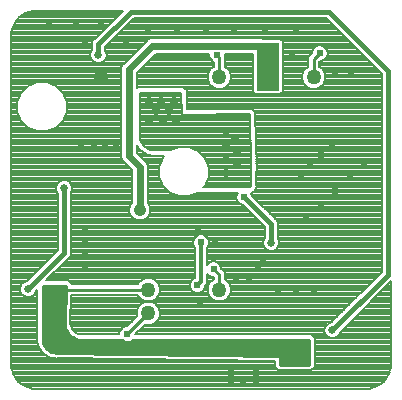
<source format=gbl>
G75*
%MOIN*%
%OFA0B0*%
%FSLAX25Y25*%
%IPPOS*%
%LPD*%
%AMOC8*
5,1,8,0,0,1.08239X$1,22.5*
%
%ADD10C,0.05000*%
%ADD11C,0.00800*%
%ADD12C,0.02364*%
%ADD13C,0.02584*%
%ADD14C,0.01600*%
%ADD15C,0.02384*%
%ADD16C,0.01000*%
%ADD17C,0.00000*%
%ADD18C,0.00001*%
%ADD19C,0.04134*%
%ADD20C,0.02400*%
%ADD21OC8,0.02584*%
%ADD22C,0.01200*%
D10*
X0094577Y0067785D03*
X0094577Y0075659D03*
X0118199Y0075659D03*
X0118199Y0146525D03*
X0149695Y0146525D03*
X0078829Y0146525D03*
D11*
X0049656Y0047177D02*
X0051241Y0044997D01*
X0053422Y0043412D01*
X0055985Y0042579D01*
X0057333Y0042473D01*
X0166933Y0042473D01*
X0168281Y0042579D01*
X0170845Y0043412D01*
X0173025Y0044997D01*
X0174610Y0047177D01*
X0175443Y0049741D01*
X0175549Y0051089D01*
X0175549Y0078593D01*
X0175444Y0078489D01*
X0158625Y0061670D01*
X0158625Y0061553D01*
X0158215Y0060564D01*
X0157458Y0059807D01*
X0156469Y0059397D01*
X0155398Y0059397D01*
X0154408Y0059807D01*
X0153651Y0060564D01*
X0153241Y0061553D01*
X0153241Y0062624D01*
X0153651Y0063614D01*
X0154408Y0064371D01*
X0155398Y0064781D01*
X0155514Y0064781D01*
X0172333Y0081600D01*
X0172333Y0147578D01*
X0153822Y0166089D01*
X0089644Y0166089D01*
X0080133Y0156578D01*
X0080133Y0155496D01*
X0080215Y0155414D01*
X0080625Y0154424D01*
X0080625Y0153353D01*
X0080215Y0152364D01*
X0079458Y0151607D01*
X0078469Y0151197D01*
X0077398Y0151197D01*
X0076408Y0151607D01*
X0075651Y0152364D01*
X0075241Y0153353D01*
X0075241Y0154424D01*
X0075651Y0155414D01*
X0075733Y0155496D01*
X0075733Y0158400D01*
X0077022Y0159689D01*
X0086038Y0168705D01*
X0057333Y0168705D01*
X0055985Y0168599D01*
X0053422Y0167766D01*
X0051241Y0166181D01*
X0049656Y0164000D01*
X0048823Y0161437D01*
X0048717Y0160089D01*
X0048717Y0051089D01*
X0048823Y0049741D01*
X0049656Y0047177D01*
X0049562Y0047468D02*
X0174704Y0047468D01*
X0174964Y0048267D02*
X0049302Y0048267D01*
X0049043Y0049065D02*
X0137470Y0049065D01*
X0137746Y0048789D02*
X0148920Y0048789D01*
X0150033Y0049902D01*
X0150033Y0059687D01*
X0148920Y0060800D01*
X0090131Y0060800D01*
X0093388Y0064056D01*
X0093801Y0063885D01*
X0095353Y0063885D01*
X0096786Y0064479D01*
X0097883Y0065576D01*
X0098477Y0067009D01*
X0098477Y0068561D01*
X0097883Y0069994D01*
X0096786Y0071091D01*
X0095353Y0071685D01*
X0093801Y0071685D01*
X0092368Y0071091D01*
X0091271Y0069994D01*
X0090677Y0068561D01*
X0090677Y0067009D01*
X0090762Y0066805D01*
X0087438Y0063481D01*
X0087017Y0063481D01*
X0086065Y0063086D01*
X0085336Y0062357D01*
X0084941Y0061404D01*
X0084941Y0060800D01*
X0074220Y0060800D01*
X0074168Y0060846D01*
X0073443Y0060800D01*
X0072716Y0060800D01*
X0072667Y0060751D01*
X0072497Y0060740D01*
X0071784Y0060823D01*
X0071097Y0061030D01*
X0070458Y0061356D01*
X0069887Y0061791D01*
X0069402Y0062319D01*
X0069018Y0062926D01*
X0068748Y0063590D01*
X0068612Y0064233D01*
X0068929Y0073759D01*
X0091143Y0073759D01*
X0091271Y0073450D01*
X0092368Y0072353D01*
X0093801Y0071759D01*
X0095353Y0071759D01*
X0096786Y0072353D01*
X0097883Y0073450D01*
X0098477Y0074883D01*
X0098477Y0076435D01*
X0097883Y0077868D01*
X0096786Y0078965D01*
X0095353Y0079559D01*
X0093801Y0079559D01*
X0092368Y0078965D01*
X0091271Y0077868D01*
X0091143Y0077559D01*
X0069056Y0077559D01*
X0069058Y0077623D01*
X0069033Y0077650D01*
X0069033Y0077687D01*
X0068499Y0078221D01*
X0067983Y0078773D01*
X0067946Y0078774D01*
X0067920Y0078800D01*
X0067165Y0078800D01*
X0066410Y0078825D01*
X0066383Y0078800D01*
X0060555Y0078800D01*
X0067444Y0085689D01*
X0068733Y0086978D01*
X0068733Y0107882D01*
X0068815Y0107964D01*
X0069225Y0108953D01*
X0069225Y0110024D01*
X0068815Y0111014D01*
X0068058Y0111771D01*
X0067069Y0112181D01*
X0065998Y0112181D01*
X0065008Y0111771D01*
X0064251Y0111014D01*
X0063841Y0110024D01*
X0063841Y0108953D01*
X0064251Y0107964D01*
X0064333Y0107882D01*
X0064333Y0088800D01*
X0054114Y0078581D01*
X0053998Y0078581D01*
X0053008Y0078171D01*
X0052251Y0077414D01*
X0051841Y0076424D01*
X0051841Y0075353D01*
X0052251Y0074364D01*
X0053008Y0073607D01*
X0053998Y0073197D01*
X0055069Y0073197D01*
X0056058Y0073607D01*
X0056815Y0074364D01*
X0057225Y0075353D01*
X0057225Y0075470D01*
X0057433Y0075678D01*
X0057433Y0060400D01*
X0057416Y0060382D01*
X0057433Y0059616D01*
X0057433Y0059374D01*
X0057334Y0059226D01*
X0057455Y0058616D01*
X0057466Y0058104D01*
X0057453Y0058074D01*
X0057468Y0058036D01*
X0057469Y0057994D01*
X0057493Y0057971D01*
X0057677Y0057494D01*
X0057776Y0056991D01*
X0057768Y0056959D01*
X0057789Y0056924D01*
X0057797Y0056883D01*
X0057825Y0056865D01*
X0058089Y0056426D01*
X0058273Y0055949D01*
X0058271Y0055916D01*
X0058298Y0055884D01*
X0058313Y0055846D01*
X0058343Y0055832D01*
X0058678Y0055446D01*
X0058942Y0055007D01*
X0058946Y0054974D01*
X0058978Y0054948D01*
X0058999Y0054913D01*
X0059031Y0054905D01*
X0059428Y0054581D01*
X0059764Y0054195D01*
X0059772Y0054163D01*
X0059809Y0054143D01*
X0059836Y0054111D01*
X0059869Y0054109D01*
X0060315Y0053859D01*
X0060713Y0053536D01*
X0060727Y0053506D01*
X0060766Y0053493D01*
X0060798Y0053466D01*
X0060831Y0053470D01*
X0061314Y0053301D01*
X0061761Y0053051D01*
X0061780Y0053024D01*
X0061821Y0053017D01*
X0061857Y0052997D01*
X0061889Y0053006D01*
X0062394Y0052922D01*
X0062841Y0052766D01*
X0062859Y0052747D01*
X0062895Y0052747D01*
X0062981Y0052717D01*
X0063040Y0052745D01*
X0063502Y0052739D01*
X0064136Y0052634D01*
X0064269Y0052730D01*
X0136633Y0051813D01*
X0136633Y0049902D01*
X0137746Y0048789D01*
X0136671Y0049864D02*
X0048814Y0049864D01*
X0048751Y0050662D02*
X0136633Y0050662D01*
X0136633Y0051461D02*
X0048717Y0051461D01*
X0048717Y0052259D02*
X0101406Y0052259D01*
X0091971Y0062640D02*
X0153247Y0062640D01*
X0153241Y0061841D02*
X0091172Y0061841D01*
X0090374Y0061043D02*
X0153452Y0061043D01*
X0153970Y0060244D02*
X0149476Y0060244D01*
X0150033Y0059446D02*
X0155279Y0059446D01*
X0156587Y0059446D02*
X0175549Y0059446D01*
X0175549Y0060244D02*
X0157896Y0060244D01*
X0158414Y0061043D02*
X0175549Y0061043D01*
X0175549Y0061841D02*
X0158797Y0061841D01*
X0159595Y0062640D02*
X0175549Y0062640D01*
X0175549Y0063438D02*
X0160394Y0063438D01*
X0161192Y0064237D02*
X0175549Y0064237D01*
X0175549Y0065035D02*
X0161991Y0065035D01*
X0162789Y0065834D02*
X0175549Y0065834D01*
X0175549Y0066632D02*
X0163588Y0066632D01*
X0164386Y0067431D02*
X0175549Y0067431D01*
X0175549Y0068229D02*
X0165185Y0068229D01*
X0165983Y0069028D02*
X0175549Y0069028D01*
X0175549Y0069826D02*
X0166782Y0069826D01*
X0167580Y0070625D02*
X0175549Y0070625D01*
X0175549Y0071423D02*
X0168379Y0071423D01*
X0169177Y0072222D02*
X0175549Y0072222D01*
X0175549Y0073020D02*
X0169976Y0073020D01*
X0170774Y0073819D02*
X0175549Y0073819D01*
X0175549Y0074617D02*
X0171573Y0074617D01*
X0172371Y0075416D02*
X0175549Y0075416D01*
X0175549Y0076214D02*
X0173170Y0076214D01*
X0173968Y0077013D02*
X0175549Y0077013D01*
X0175549Y0077811D02*
X0174767Y0077811D01*
X0171738Y0081005D02*
X0120099Y0081005D01*
X0120099Y0081410D02*
X0118986Y0082523D01*
X0118925Y0082584D01*
X0118925Y0083004D01*
X0118531Y0083957D01*
X0117801Y0084686D01*
X0116849Y0085081D01*
X0115817Y0085081D01*
X0114865Y0084686D01*
X0114136Y0083957D01*
X0114133Y0083951D01*
X0114133Y0089837D01*
X0114322Y0090026D01*
X0114715Y0090975D01*
X0114715Y0092002D01*
X0114322Y0092951D01*
X0113596Y0093678D01*
X0112647Y0094071D01*
X0111619Y0094071D01*
X0110670Y0093678D01*
X0109944Y0092951D01*
X0109551Y0092002D01*
X0109551Y0090975D01*
X0109944Y0090026D01*
X0110133Y0089837D01*
X0110133Y0079552D01*
X0109470Y0079278D01*
X0108744Y0078551D01*
X0108351Y0077602D01*
X0108351Y0076575D01*
X0108744Y0075626D01*
X0109470Y0074900D01*
X0110419Y0074507D01*
X0111447Y0074507D01*
X0112396Y0074900D01*
X0113122Y0075626D01*
X0113515Y0076575D01*
X0113515Y0076843D01*
X0114133Y0077460D01*
X0114133Y0081027D01*
X0114136Y0081021D01*
X0114865Y0080291D01*
X0115817Y0079897D01*
X0116238Y0079897D01*
X0116299Y0079836D01*
X0116299Y0079093D01*
X0115990Y0078965D01*
X0114893Y0077868D01*
X0114299Y0076435D01*
X0114299Y0074883D01*
X0114893Y0073450D01*
X0115990Y0072353D01*
X0117423Y0071759D01*
X0118975Y0071759D01*
X0120408Y0072353D01*
X0121505Y0073450D01*
X0122099Y0074883D01*
X0122099Y0076435D01*
X0121505Y0077868D01*
X0120408Y0078965D01*
X0120099Y0079093D01*
X0120099Y0081410D01*
X0119705Y0081804D02*
X0172333Y0081804D01*
X0172333Y0082602D02*
X0118925Y0082602D01*
X0118761Y0083401D02*
X0172333Y0083401D01*
X0172333Y0084200D02*
X0118288Y0084200D01*
X0117049Y0084998D02*
X0172333Y0084998D01*
X0172333Y0085797D02*
X0114133Y0085797D01*
X0114133Y0086595D02*
X0172333Y0086595D01*
X0172333Y0087394D02*
X0114133Y0087394D01*
X0114133Y0088192D02*
X0172333Y0088192D01*
X0172333Y0088991D02*
X0136993Y0088991D01*
X0137058Y0089018D02*
X0137815Y0089775D01*
X0138225Y0090764D01*
X0138225Y0091835D01*
X0137815Y0092825D01*
X0137733Y0092907D01*
X0137733Y0098400D01*
X0129104Y0107029D01*
X0128722Y0107951D01*
X0128656Y0108018D01*
X0129219Y0108018D01*
X0129488Y0108287D01*
X0129499Y0108287D01*
X0129740Y0108528D01*
X0130061Y0108642D01*
X0130247Y0109035D01*
X0130554Y0109342D01*
X0130554Y0109682D01*
X0130699Y0109990D01*
X0130554Y0110399D01*
X0130554Y0115030D01*
X0130659Y0115135D01*
X0130659Y0115160D01*
X0130676Y0115178D01*
X0130659Y0115902D01*
X0130659Y0116627D01*
X0130642Y0116644D01*
X0130233Y0134125D01*
X0130230Y0134853D01*
X0130216Y0134867D01*
X0130215Y0134887D01*
X0129688Y0135390D01*
X0129171Y0135903D01*
X0129151Y0135903D01*
X0129136Y0135917D01*
X0128408Y0135900D01*
X0107409Y0135808D01*
X0107333Y0141376D01*
X0107333Y0142108D01*
X0107323Y0142119D01*
X0107323Y0142133D01*
X0106797Y0142644D01*
X0106279Y0143163D01*
X0106264Y0143163D01*
X0106254Y0143173D01*
X0105521Y0143163D01*
X0090987Y0143163D01*
X0090733Y0142908D01*
X0090733Y0148012D01*
X0097010Y0154289D01*
X0114941Y0154289D01*
X0114941Y0153373D01*
X0115336Y0152421D01*
X0116065Y0151691D01*
X0116299Y0151594D01*
X0116299Y0149959D01*
X0115990Y0149831D01*
X0114893Y0148734D01*
X0114299Y0147301D01*
X0114299Y0145749D01*
X0114893Y0144316D01*
X0115990Y0143219D01*
X0117423Y0142625D01*
X0118975Y0142625D01*
X0120408Y0143219D01*
X0121505Y0144316D01*
X0122099Y0145749D01*
X0122099Y0147301D01*
X0121505Y0148734D01*
X0120408Y0149831D01*
X0120099Y0149959D01*
X0120099Y0153311D01*
X0120125Y0153373D01*
X0120125Y0154289D01*
X0129333Y0154289D01*
X0129333Y0141720D01*
X0130153Y0140900D01*
X0138513Y0140900D01*
X0139333Y0141720D01*
X0139333Y0158480D01*
X0138513Y0159300D01*
X0132717Y0159300D01*
X0132261Y0159489D01*
X0095416Y0159489D01*
X0094460Y0159093D01*
X0093729Y0158362D01*
X0086660Y0151293D01*
X0085929Y0150562D01*
X0085533Y0149606D01*
X0085533Y0119772D01*
X0085929Y0118816D01*
X0089133Y0115612D01*
X0089133Y0104592D01*
X0088794Y0104253D01*
X0088266Y0102978D01*
X0088266Y0101599D01*
X0088794Y0100325D01*
X0089769Y0099350D01*
X0091043Y0098822D01*
X0092423Y0098822D01*
X0093697Y0099350D01*
X0094672Y0100325D01*
X0095200Y0101599D01*
X0095200Y0102978D01*
X0094672Y0104253D01*
X0094333Y0104592D01*
X0094333Y0117206D01*
X0093937Y0118162D01*
X0090733Y0121366D01*
X0090733Y0123835D01*
X0090838Y0123685D01*
X0091087Y0123152D01*
X0091103Y0123147D01*
X0091103Y0123129D01*
X0091519Y0122713D01*
X0091856Y0122232D01*
X0091873Y0122229D01*
X0091876Y0122212D01*
X0092358Y0121874D01*
X0092774Y0121459D01*
X0092791Y0121459D01*
X0092797Y0121442D01*
X0093330Y0121194D01*
X0093811Y0120857D01*
X0093828Y0120860D01*
X0093837Y0120845D01*
X0094405Y0120692D01*
X0094938Y0120444D01*
X0094954Y0120450D01*
X0094965Y0120437D01*
X0095551Y0120385D01*
X0096119Y0120233D01*
X0096216Y0120289D01*
X0096654Y0120289D01*
X0097319Y0120231D01*
X0097388Y0120289D01*
X0099947Y0120289D01*
X0099374Y0119716D01*
X0098114Y0116675D01*
X0098114Y0113383D01*
X0099374Y0110342D01*
X0101701Y0108015D01*
X0104742Y0106755D01*
X0108034Y0106755D01*
X0111075Y0108015D01*
X0111078Y0108018D01*
X0124411Y0108018D01*
X0124344Y0107951D01*
X0123951Y0107002D01*
X0123951Y0105975D01*
X0124344Y0105026D01*
X0125070Y0104300D01*
X0125993Y0103918D01*
X0133333Y0096578D01*
X0133333Y0092907D01*
X0133251Y0092825D01*
X0132841Y0091835D01*
X0132841Y0090764D01*
X0133251Y0089775D01*
X0134008Y0089018D01*
X0134998Y0088608D01*
X0136069Y0088608D01*
X0137058Y0089018D01*
X0137821Y0089789D02*
X0172333Y0089789D01*
X0172333Y0090588D02*
X0138152Y0090588D01*
X0138225Y0091386D02*
X0172333Y0091386D01*
X0172333Y0092185D02*
X0138081Y0092185D01*
X0137733Y0092983D02*
X0172333Y0092983D01*
X0172333Y0093782D02*
X0137733Y0093782D01*
X0137733Y0094580D02*
X0172333Y0094580D01*
X0172333Y0095379D02*
X0137733Y0095379D01*
X0137733Y0096177D02*
X0172333Y0096177D01*
X0172333Y0096976D02*
X0137733Y0096976D01*
X0137733Y0097774D02*
X0172333Y0097774D01*
X0172333Y0098573D02*
X0137560Y0098573D01*
X0136762Y0099371D02*
X0172333Y0099371D01*
X0172333Y0100170D02*
X0135963Y0100170D01*
X0135165Y0100968D02*
X0172333Y0100968D01*
X0172333Y0101767D02*
X0134366Y0101767D01*
X0133568Y0102565D02*
X0172333Y0102565D01*
X0172333Y0103364D02*
X0132769Y0103364D01*
X0131971Y0104162D02*
X0172333Y0104162D01*
X0172333Y0104961D02*
X0131172Y0104961D01*
X0130374Y0105759D02*
X0172333Y0105759D01*
X0172333Y0106558D02*
X0129575Y0106558D01*
X0128969Y0107356D02*
X0172333Y0107356D01*
X0172333Y0108155D02*
X0129356Y0108155D01*
X0130208Y0108953D02*
X0172333Y0108953D01*
X0172333Y0109752D02*
X0130587Y0109752D01*
X0130554Y0110550D02*
X0172333Y0110550D01*
X0172333Y0111349D02*
X0130554Y0111349D01*
X0130554Y0112147D02*
X0172333Y0112147D01*
X0172333Y0112946D02*
X0130554Y0112946D01*
X0130554Y0113744D02*
X0172333Y0113744D01*
X0172333Y0114543D02*
X0130554Y0114543D01*
X0130672Y0115341D02*
X0172333Y0115341D01*
X0172333Y0116140D02*
X0130659Y0116140D01*
X0130635Y0116938D02*
X0172333Y0116938D01*
X0172333Y0117737D02*
X0130616Y0117737D01*
X0130597Y0118536D02*
X0172333Y0118536D01*
X0172333Y0119334D02*
X0130579Y0119334D01*
X0130560Y0120133D02*
X0172333Y0120133D01*
X0172333Y0120931D02*
X0130541Y0120931D01*
X0130523Y0121730D02*
X0172333Y0121730D01*
X0172333Y0122528D02*
X0130504Y0122528D01*
X0130485Y0123327D02*
X0172333Y0123327D01*
X0172333Y0124125D02*
X0130467Y0124125D01*
X0130448Y0124924D02*
X0172333Y0124924D01*
X0172333Y0125722D02*
X0130429Y0125722D01*
X0130411Y0126521D02*
X0172333Y0126521D01*
X0172333Y0127319D02*
X0130392Y0127319D01*
X0130373Y0128118D02*
X0172333Y0128118D01*
X0172333Y0128916D02*
X0130355Y0128916D01*
X0130336Y0129715D02*
X0172333Y0129715D01*
X0172333Y0130513D02*
X0130317Y0130513D01*
X0130299Y0131312D02*
X0172333Y0131312D01*
X0172333Y0132110D02*
X0130280Y0132110D01*
X0130261Y0132909D02*
X0172333Y0132909D01*
X0172333Y0133707D02*
X0130243Y0133707D01*
X0130231Y0134506D02*
X0172333Y0134506D01*
X0172333Y0135304D02*
X0129778Y0135304D01*
X0128433Y0134100D02*
X0128859Y0115881D01*
X0128754Y0115881D01*
X0128754Y0110087D01*
X0128473Y0109987D01*
X0128473Y0109818D01*
X0112878Y0109818D01*
X0113403Y0110342D01*
X0114662Y0113383D01*
X0114662Y0116675D01*
X0113403Y0119716D01*
X0111075Y0122043D01*
X0108034Y0123303D01*
X0104742Y0123303D01*
X0101811Y0122089D01*
X0096733Y0122089D01*
X0095865Y0122165D01*
X0095023Y0122390D01*
X0094233Y0122759D01*
X0093519Y0123259D01*
X0092903Y0123875D01*
X0092403Y0124589D01*
X0092035Y0125379D01*
X0091809Y0126221D01*
X0091733Y0127089D01*
X0091733Y0141363D01*
X0105533Y0141363D01*
X0105633Y0134000D01*
X0128433Y0134100D01*
X0128442Y0133707D02*
X0091733Y0133707D01*
X0091733Y0132909D02*
X0128461Y0132909D01*
X0128480Y0132110D02*
X0091733Y0132110D01*
X0091733Y0131312D02*
X0128498Y0131312D01*
X0128517Y0130513D02*
X0091733Y0130513D01*
X0091733Y0129715D02*
X0128536Y0129715D01*
X0128554Y0128916D02*
X0091733Y0128916D01*
X0091733Y0128118D02*
X0128573Y0128118D01*
X0128592Y0127319D02*
X0091733Y0127319D01*
X0091783Y0126521D02*
X0128610Y0126521D01*
X0128629Y0125722D02*
X0091943Y0125722D01*
X0092247Y0124924D02*
X0128648Y0124924D01*
X0128666Y0124125D02*
X0092728Y0124125D01*
X0093451Y0123327D02*
X0128685Y0123327D01*
X0128704Y0122528D02*
X0109905Y0122528D01*
X0111389Y0121730D02*
X0128722Y0121730D01*
X0128741Y0120931D02*
X0112187Y0120931D01*
X0112986Y0120133D02*
X0128760Y0120133D01*
X0128778Y0119334D02*
X0113561Y0119334D01*
X0113891Y0118536D02*
X0128797Y0118536D01*
X0128816Y0117737D02*
X0114222Y0117737D01*
X0114553Y0116938D02*
X0128834Y0116938D01*
X0128853Y0116140D02*
X0114662Y0116140D01*
X0114662Y0115341D02*
X0128754Y0115341D01*
X0128754Y0114543D02*
X0114662Y0114543D01*
X0114662Y0113744D02*
X0128754Y0113744D01*
X0128754Y0112946D02*
X0114481Y0112946D01*
X0114150Y0112147D02*
X0128754Y0112147D01*
X0128754Y0111349D02*
X0113820Y0111349D01*
X0113489Y0110550D02*
X0128754Y0110550D01*
X0124098Y0107356D02*
X0109486Y0107356D01*
X0103291Y0107356D02*
X0094333Y0107356D01*
X0094333Y0106558D02*
X0123951Y0106558D01*
X0124040Y0105759D02*
X0094333Y0105759D01*
X0094333Y0104961D02*
X0124409Y0104961D01*
X0125402Y0104162D02*
X0094710Y0104162D01*
X0095040Y0103364D02*
X0126547Y0103364D01*
X0127345Y0102565D02*
X0095200Y0102565D01*
X0095200Y0101767D02*
X0128144Y0101767D01*
X0128942Y0100968D02*
X0094939Y0100968D01*
X0094517Y0100170D02*
X0129741Y0100170D01*
X0130539Y0099371D02*
X0093718Y0099371D01*
X0089748Y0099371D02*
X0068733Y0099371D01*
X0068733Y0098573D02*
X0131338Y0098573D01*
X0132136Y0097774D02*
X0068733Y0097774D01*
X0068733Y0096976D02*
X0132935Y0096976D01*
X0133333Y0096177D02*
X0068733Y0096177D01*
X0068733Y0095379D02*
X0133333Y0095379D01*
X0133333Y0094580D02*
X0068733Y0094580D01*
X0068733Y0093782D02*
X0110921Y0093782D01*
X0109976Y0092983D02*
X0068733Y0092983D01*
X0068733Y0092185D02*
X0109626Y0092185D01*
X0109551Y0091386D02*
X0068733Y0091386D01*
X0068733Y0090588D02*
X0109711Y0090588D01*
X0110133Y0089789D02*
X0068733Y0089789D01*
X0068733Y0088991D02*
X0110133Y0088991D01*
X0110133Y0088192D02*
X0068733Y0088192D01*
X0068733Y0087394D02*
X0110133Y0087394D01*
X0110133Y0086595D02*
X0068351Y0086595D01*
X0067552Y0085797D02*
X0110133Y0085797D01*
X0110133Y0084998D02*
X0066754Y0084998D01*
X0065955Y0084200D02*
X0110133Y0084200D01*
X0110133Y0083401D02*
X0065156Y0083401D01*
X0064358Y0082602D02*
X0110133Y0082602D01*
X0110133Y0081804D02*
X0063559Y0081804D01*
X0062761Y0081005D02*
X0110133Y0081005D01*
X0110133Y0080207D02*
X0061962Y0080207D01*
X0061164Y0079408D02*
X0093438Y0079408D01*
X0092013Y0078610D02*
X0068135Y0078610D01*
X0068908Y0077811D02*
X0091247Y0077811D01*
X0095716Y0079408D02*
X0109786Y0079408D01*
X0108802Y0078610D02*
X0097142Y0078610D01*
X0097907Y0077811D02*
X0108438Y0077811D01*
X0108351Y0077013D02*
X0098238Y0077013D01*
X0098477Y0076214D02*
X0108500Y0076214D01*
X0108954Y0075416D02*
X0098477Y0075416D01*
X0098367Y0074617D02*
X0110152Y0074617D01*
X0111714Y0074617D02*
X0114409Y0074617D01*
X0114299Y0075416D02*
X0112912Y0075416D01*
X0113366Y0076214D02*
X0114299Y0076214D01*
X0114539Y0077013D02*
X0113686Y0077013D01*
X0114133Y0077811D02*
X0114869Y0077811D01*
X0114133Y0078610D02*
X0115635Y0078610D01*
X0116299Y0079408D02*
X0114133Y0079408D01*
X0114133Y0080207D02*
X0115068Y0080207D01*
X0114151Y0081005D02*
X0114133Y0081005D01*
X0114133Y0084200D02*
X0114378Y0084200D01*
X0114133Y0084998D02*
X0115617Y0084998D01*
X0114133Y0088991D02*
X0134073Y0088991D01*
X0133245Y0089789D02*
X0114133Y0089789D01*
X0114555Y0090588D02*
X0132914Y0090588D01*
X0132841Y0091386D02*
X0114715Y0091386D01*
X0114640Y0092185D02*
X0132986Y0092185D01*
X0133333Y0092983D02*
X0114290Y0092983D01*
X0113345Y0093782D02*
X0133333Y0093782D01*
X0120099Y0080207D02*
X0170940Y0080207D01*
X0170141Y0079408D02*
X0120099Y0079408D01*
X0120764Y0078610D02*
X0169343Y0078610D01*
X0168544Y0077811D02*
X0121529Y0077811D01*
X0121860Y0077013D02*
X0167746Y0077013D01*
X0166947Y0076214D02*
X0122099Y0076214D01*
X0122099Y0075416D02*
X0166149Y0075416D01*
X0165350Y0074617D02*
X0121989Y0074617D01*
X0121658Y0073819D02*
X0164552Y0073819D01*
X0163753Y0073020D02*
X0121076Y0073020D01*
X0120093Y0072222D02*
X0162955Y0072222D01*
X0162156Y0071423D02*
X0095984Y0071423D01*
X0096471Y0072222D02*
X0116306Y0072222D01*
X0115322Y0073020D02*
X0097454Y0073020D01*
X0098036Y0073819D02*
X0114740Y0073819D01*
X0098284Y0069028D02*
X0159761Y0069028D01*
X0160559Y0069826D02*
X0097953Y0069826D01*
X0097253Y0070625D02*
X0161358Y0070625D01*
X0158962Y0068229D02*
X0098477Y0068229D01*
X0098477Y0067431D02*
X0158164Y0067431D01*
X0157365Y0066632D02*
X0098321Y0066632D01*
X0097990Y0065834D02*
X0156567Y0065834D01*
X0155768Y0065035D02*
X0097343Y0065035D01*
X0096202Y0064237D02*
X0154274Y0064237D01*
X0153578Y0063438D02*
X0092769Y0063438D01*
X0089791Y0065834D02*
X0068665Y0065834D01*
X0068692Y0066632D02*
X0090590Y0066632D01*
X0090677Y0067431D02*
X0068718Y0067431D01*
X0068745Y0068229D02*
X0090677Y0068229D01*
X0090871Y0069028D02*
X0068772Y0069028D01*
X0068798Y0069826D02*
X0091201Y0069826D01*
X0091902Y0070625D02*
X0068825Y0070625D01*
X0068852Y0071423D02*
X0093170Y0071423D01*
X0092684Y0072222D02*
X0068878Y0072222D01*
X0068905Y0073020D02*
X0091700Y0073020D01*
X0088992Y0065035D02*
X0068639Y0065035D01*
X0068612Y0064237D02*
X0088194Y0064237D01*
X0086914Y0063438D02*
X0068809Y0063438D01*
X0069199Y0062640D02*
X0085618Y0062640D01*
X0085122Y0061841D02*
X0069841Y0061841D01*
X0071073Y0061043D02*
X0084941Y0061043D01*
X0061748Y0053058D02*
X0048717Y0053058D01*
X0048717Y0053856D02*
X0060319Y0053856D01*
X0059338Y0054655D02*
X0048717Y0054655D01*
X0048717Y0055453D02*
X0058672Y0055453D01*
X0058156Y0056252D02*
X0048717Y0056252D01*
X0048717Y0057050D02*
X0057765Y0057050D01*
X0057540Y0057849D02*
X0048717Y0057849D01*
X0048717Y0058647D02*
X0057449Y0058647D01*
X0057433Y0059446D02*
X0048717Y0059446D01*
X0048717Y0060244D02*
X0057419Y0060244D01*
X0057433Y0061043D02*
X0048717Y0061043D01*
X0048717Y0061841D02*
X0057433Y0061841D01*
X0057433Y0062640D02*
X0048717Y0062640D01*
X0048717Y0063438D02*
X0057433Y0063438D01*
X0057433Y0064237D02*
X0048717Y0064237D01*
X0048717Y0065035D02*
X0057433Y0065035D01*
X0057433Y0065834D02*
X0048717Y0065834D01*
X0048717Y0066632D02*
X0057433Y0066632D01*
X0057433Y0067431D02*
X0048717Y0067431D01*
X0048717Y0068229D02*
X0057433Y0068229D01*
X0057433Y0069028D02*
X0048717Y0069028D01*
X0048717Y0069826D02*
X0057433Y0069826D01*
X0057433Y0070625D02*
X0048717Y0070625D01*
X0048717Y0071423D02*
X0057433Y0071423D01*
X0057433Y0072222D02*
X0048717Y0072222D01*
X0048717Y0073020D02*
X0057433Y0073020D01*
X0057433Y0073819D02*
X0056270Y0073819D01*
X0056920Y0074617D02*
X0057433Y0074617D01*
X0057433Y0075416D02*
X0057225Y0075416D01*
X0054143Y0078610D02*
X0048717Y0078610D01*
X0048717Y0079408D02*
X0054941Y0079408D01*
X0055740Y0080207D02*
X0048717Y0080207D01*
X0048717Y0081005D02*
X0056538Y0081005D01*
X0057337Y0081804D02*
X0048717Y0081804D01*
X0048717Y0082602D02*
X0058135Y0082602D01*
X0058934Y0083401D02*
X0048717Y0083401D01*
X0048717Y0084200D02*
X0059732Y0084200D01*
X0060531Y0084998D02*
X0048717Y0084998D01*
X0048717Y0085797D02*
X0061330Y0085797D01*
X0062128Y0086595D02*
X0048717Y0086595D01*
X0048717Y0087394D02*
X0062927Y0087394D01*
X0063725Y0088192D02*
X0048717Y0088192D01*
X0048717Y0088991D02*
X0064333Y0088991D01*
X0064333Y0089789D02*
X0048717Y0089789D01*
X0048717Y0090588D02*
X0064333Y0090588D01*
X0064333Y0091386D02*
X0048717Y0091386D01*
X0048717Y0092185D02*
X0064333Y0092185D01*
X0064333Y0092983D02*
X0048717Y0092983D01*
X0048717Y0093782D02*
X0064333Y0093782D01*
X0064333Y0094580D02*
X0048717Y0094580D01*
X0048717Y0095379D02*
X0064333Y0095379D01*
X0064333Y0096177D02*
X0048717Y0096177D01*
X0048717Y0096976D02*
X0064333Y0096976D01*
X0064333Y0097774D02*
X0048717Y0097774D01*
X0048717Y0098573D02*
X0064333Y0098573D01*
X0064333Y0099371D02*
X0048717Y0099371D01*
X0048717Y0100170D02*
X0064333Y0100170D01*
X0064333Y0100968D02*
X0048717Y0100968D01*
X0048717Y0101767D02*
X0064333Y0101767D01*
X0064333Y0102565D02*
X0048717Y0102565D01*
X0048717Y0103364D02*
X0064333Y0103364D01*
X0064333Y0104162D02*
X0048717Y0104162D01*
X0048717Y0104961D02*
X0064333Y0104961D01*
X0064333Y0105759D02*
X0048717Y0105759D01*
X0048717Y0106558D02*
X0064333Y0106558D01*
X0064333Y0107356D02*
X0048717Y0107356D01*
X0048717Y0108155D02*
X0064172Y0108155D01*
X0063841Y0108953D02*
X0048717Y0108953D01*
X0048717Y0109752D02*
X0063841Y0109752D01*
X0064059Y0110550D02*
X0048717Y0110550D01*
X0048717Y0111349D02*
X0064586Y0111349D01*
X0065917Y0112147D02*
X0048717Y0112147D01*
X0048717Y0112946D02*
X0089133Y0112946D01*
X0089133Y0113744D02*
X0048717Y0113744D01*
X0048717Y0114543D02*
X0089133Y0114543D01*
X0089133Y0115341D02*
X0048717Y0115341D01*
X0048717Y0116140D02*
X0088605Y0116140D01*
X0087806Y0116938D02*
X0048717Y0116938D01*
X0048717Y0117737D02*
X0087008Y0117737D01*
X0086209Y0118536D02*
X0048717Y0118536D01*
X0048717Y0119334D02*
X0085714Y0119334D01*
X0085533Y0120133D02*
X0048717Y0120133D01*
X0048717Y0120931D02*
X0085533Y0120931D01*
X0085533Y0121730D02*
X0048717Y0121730D01*
X0048717Y0122528D02*
X0085533Y0122528D01*
X0085533Y0123327D02*
X0048717Y0123327D01*
X0048717Y0124125D02*
X0085533Y0124125D01*
X0085533Y0124924D02*
X0048717Y0124924D01*
X0048717Y0125722D02*
X0085533Y0125722D01*
X0085533Y0126521D02*
X0048717Y0126521D01*
X0048717Y0127319D02*
X0085533Y0127319D01*
X0085533Y0128118D02*
X0048717Y0128118D01*
X0048717Y0128916D02*
X0056273Y0128916D01*
X0057498Y0128409D02*
X0054457Y0129668D01*
X0052130Y0131996D01*
X0050870Y0135037D01*
X0050870Y0138328D01*
X0052130Y0141369D01*
X0054457Y0143697D01*
X0057498Y0144957D01*
X0060790Y0144957D01*
X0063831Y0143697D01*
X0066158Y0141369D01*
X0067418Y0138328D01*
X0067418Y0135037D01*
X0066158Y0131996D01*
X0063831Y0129668D01*
X0060790Y0128409D01*
X0057498Y0128409D01*
X0054411Y0129715D02*
X0048717Y0129715D01*
X0048717Y0130513D02*
X0053612Y0130513D01*
X0052814Y0131312D02*
X0048717Y0131312D01*
X0048717Y0132110D02*
X0052082Y0132110D01*
X0051752Y0132909D02*
X0048717Y0132909D01*
X0048717Y0133707D02*
X0051421Y0133707D01*
X0051090Y0134506D02*
X0048717Y0134506D01*
X0048717Y0135304D02*
X0050870Y0135304D01*
X0050870Y0136103D02*
X0048717Y0136103D01*
X0048717Y0136901D02*
X0050870Y0136901D01*
X0050870Y0137700D02*
X0048717Y0137700D01*
X0048717Y0138498D02*
X0050940Y0138498D01*
X0051271Y0139297D02*
X0048717Y0139297D01*
X0048717Y0140095D02*
X0051602Y0140095D01*
X0051933Y0140894D02*
X0048717Y0140894D01*
X0048717Y0141692D02*
X0052453Y0141692D01*
X0053251Y0142491D02*
X0048717Y0142491D01*
X0048717Y0143289D02*
X0054050Y0143289D01*
X0055401Y0144088D02*
X0048717Y0144088D01*
X0048717Y0144886D02*
X0057329Y0144886D01*
X0060959Y0144886D02*
X0085533Y0144886D01*
X0085533Y0144088D02*
X0062887Y0144088D01*
X0064238Y0143289D02*
X0085533Y0143289D01*
X0085533Y0142491D02*
X0065037Y0142491D01*
X0065836Y0141692D02*
X0085533Y0141692D01*
X0085533Y0140894D02*
X0066355Y0140894D01*
X0066686Y0140095D02*
X0085533Y0140095D01*
X0085533Y0139297D02*
X0067017Y0139297D01*
X0067348Y0138498D02*
X0085533Y0138498D01*
X0085533Y0137700D02*
X0067418Y0137700D01*
X0067418Y0136901D02*
X0085533Y0136901D01*
X0085533Y0136103D02*
X0067418Y0136103D01*
X0067418Y0135304D02*
X0085533Y0135304D01*
X0085533Y0134506D02*
X0067198Y0134506D01*
X0066867Y0133707D02*
X0085533Y0133707D01*
X0085533Y0132909D02*
X0066537Y0132909D01*
X0066206Y0132110D02*
X0085533Y0132110D01*
X0085533Y0131312D02*
X0065474Y0131312D01*
X0064676Y0130513D02*
X0085533Y0130513D01*
X0085533Y0129715D02*
X0063877Y0129715D01*
X0062015Y0128916D02*
X0085533Y0128916D01*
X0090733Y0123327D02*
X0091005Y0123327D01*
X0090733Y0122528D02*
X0091649Y0122528D01*
X0092503Y0121730D02*
X0090733Y0121730D01*
X0091168Y0120931D02*
X0093705Y0120931D01*
X0092765Y0119334D02*
X0099216Y0119334D01*
X0098885Y0118536D02*
X0093563Y0118536D01*
X0094113Y0117737D02*
X0098554Y0117737D01*
X0098223Y0116938D02*
X0094333Y0116938D01*
X0094333Y0116140D02*
X0098114Y0116140D01*
X0098114Y0115341D02*
X0094333Y0115341D01*
X0094333Y0114543D02*
X0098114Y0114543D01*
X0098114Y0113744D02*
X0094333Y0113744D01*
X0094333Y0112946D02*
X0098295Y0112946D01*
X0098626Y0112147D02*
X0094333Y0112147D01*
X0094333Y0111349D02*
X0098957Y0111349D01*
X0099288Y0110550D02*
X0094333Y0110550D01*
X0094333Y0109752D02*
X0099964Y0109752D01*
X0100763Y0108953D02*
X0094333Y0108953D01*
X0094333Y0108155D02*
X0101561Y0108155D01*
X0099791Y0120133D02*
X0091966Y0120133D01*
X0094728Y0122528D02*
X0102872Y0122528D01*
X0105626Y0134506D02*
X0091733Y0134506D01*
X0091733Y0135304D02*
X0105615Y0135304D01*
X0105605Y0136103D02*
X0091733Y0136103D01*
X0091733Y0136901D02*
X0105594Y0136901D01*
X0105583Y0137700D02*
X0091733Y0137700D01*
X0091733Y0138498D02*
X0105572Y0138498D01*
X0105561Y0139297D02*
X0091733Y0139297D01*
X0091733Y0140095D02*
X0105550Y0140095D01*
X0105539Y0140894D02*
X0091733Y0140894D01*
X0090733Y0143289D02*
X0115919Y0143289D01*
X0115121Y0144088D02*
X0090733Y0144088D01*
X0090733Y0144886D02*
X0114657Y0144886D01*
X0114326Y0145685D02*
X0090733Y0145685D01*
X0090733Y0146483D02*
X0114299Y0146483D01*
X0114299Y0147282D02*
X0090733Y0147282D01*
X0090802Y0148080D02*
X0114622Y0148080D01*
X0115038Y0148879D02*
X0091600Y0148879D01*
X0092399Y0149677D02*
X0115836Y0149677D01*
X0116299Y0150476D02*
X0093197Y0150476D01*
X0093996Y0151274D02*
X0116299Y0151274D01*
X0115683Y0152073D02*
X0094794Y0152073D01*
X0095593Y0152871D02*
X0115149Y0152871D01*
X0114941Y0153670D02*
X0096391Y0153670D01*
X0093030Y0157663D02*
X0081218Y0157663D01*
X0082017Y0158461D02*
X0093828Y0158461D01*
X0094862Y0159260D02*
X0082815Y0159260D01*
X0083614Y0160058D02*
X0159853Y0160058D01*
X0160651Y0159260D02*
X0138553Y0159260D01*
X0139333Y0158461D02*
X0161450Y0158461D01*
X0162248Y0157663D02*
X0139333Y0157663D01*
X0139333Y0156864D02*
X0150694Y0156864D01*
X0150265Y0156686D02*
X0151217Y0157081D01*
X0152249Y0157081D01*
X0153201Y0156686D01*
X0153931Y0155957D01*
X0154325Y0155004D01*
X0154325Y0153973D01*
X0153931Y0153021D01*
X0153201Y0152291D01*
X0152249Y0151897D01*
X0151828Y0151897D01*
X0151595Y0151664D01*
X0151595Y0149959D01*
X0151904Y0149831D01*
X0153002Y0148734D01*
X0153595Y0147301D01*
X0153595Y0145749D01*
X0153002Y0144316D01*
X0151904Y0143219D01*
X0150471Y0142625D01*
X0148920Y0142625D01*
X0147486Y0143219D01*
X0146389Y0144316D01*
X0145795Y0145749D01*
X0145795Y0147301D01*
X0146389Y0148734D01*
X0147486Y0149831D01*
X0147795Y0149959D01*
X0147795Y0153238D01*
X0148908Y0154351D01*
X0149141Y0154584D01*
X0149141Y0155004D01*
X0149536Y0155957D01*
X0150265Y0156686D01*
X0149644Y0156066D02*
X0139333Y0156066D01*
X0139333Y0155267D02*
X0149250Y0155267D01*
X0149026Y0154469D02*
X0139333Y0154469D01*
X0139333Y0153670D02*
X0148227Y0153670D01*
X0147795Y0152871D02*
X0139333Y0152871D01*
X0139333Y0152073D02*
X0147795Y0152073D01*
X0147795Y0151274D02*
X0139333Y0151274D01*
X0139333Y0150476D02*
X0147795Y0150476D01*
X0147332Y0149677D02*
X0139333Y0149677D01*
X0139333Y0148879D02*
X0146534Y0148879D01*
X0146118Y0148080D02*
X0139333Y0148080D01*
X0139333Y0147282D02*
X0145795Y0147282D01*
X0145795Y0146483D02*
X0139333Y0146483D01*
X0139333Y0145685D02*
X0145822Y0145685D01*
X0146153Y0144886D02*
X0139333Y0144886D01*
X0139333Y0144088D02*
X0146617Y0144088D01*
X0147416Y0143289D02*
X0139333Y0143289D01*
X0139333Y0142491D02*
X0172333Y0142491D01*
X0172333Y0143289D02*
X0151975Y0143289D01*
X0152774Y0144088D02*
X0172333Y0144088D01*
X0172333Y0144886D02*
X0153238Y0144886D01*
X0153569Y0145685D02*
X0172333Y0145685D01*
X0172333Y0146483D02*
X0153595Y0146483D01*
X0153595Y0147282D02*
X0172333Y0147282D01*
X0171830Y0148080D02*
X0153272Y0148080D01*
X0152857Y0148879D02*
X0171032Y0148879D01*
X0170233Y0149677D02*
X0152058Y0149677D01*
X0151595Y0150476D02*
X0169435Y0150476D01*
X0168636Y0151274D02*
X0151595Y0151274D01*
X0152674Y0152073D02*
X0167838Y0152073D01*
X0167039Y0152871D02*
X0153782Y0152871D01*
X0154200Y0153670D02*
X0166241Y0153670D01*
X0165442Y0154469D02*
X0154325Y0154469D01*
X0154216Y0155267D02*
X0164644Y0155267D01*
X0163845Y0156066D02*
X0153822Y0156066D01*
X0152772Y0156864D02*
X0163047Y0156864D01*
X0159054Y0160857D02*
X0084412Y0160857D01*
X0085211Y0161655D02*
X0158256Y0161655D01*
X0157457Y0162454D02*
X0086009Y0162454D01*
X0086808Y0163252D02*
X0156658Y0163252D01*
X0155860Y0164051D02*
X0087606Y0164051D01*
X0088405Y0164849D02*
X0155061Y0164849D01*
X0154263Y0165648D02*
X0089203Y0165648D01*
X0085376Y0168043D02*
X0054276Y0168043D01*
X0052705Y0167245D02*
X0084578Y0167245D01*
X0083779Y0166446D02*
X0051606Y0166446D01*
X0050853Y0165648D02*
X0082981Y0165648D01*
X0082182Y0164849D02*
X0050273Y0164849D01*
X0049693Y0164051D02*
X0081384Y0164051D01*
X0080585Y0163252D02*
X0049413Y0163252D01*
X0049154Y0162454D02*
X0079787Y0162454D01*
X0078988Y0161655D02*
X0048894Y0161655D01*
X0048778Y0160857D02*
X0078190Y0160857D01*
X0077391Y0160058D02*
X0048717Y0160058D01*
X0048717Y0159260D02*
X0076593Y0159260D01*
X0075794Y0158461D02*
X0048717Y0158461D01*
X0048717Y0157663D02*
X0075733Y0157663D01*
X0075733Y0156864D02*
X0048717Y0156864D01*
X0048717Y0156066D02*
X0075733Y0156066D01*
X0075590Y0155267D02*
X0048717Y0155267D01*
X0048717Y0154469D02*
X0075259Y0154469D01*
X0075241Y0153670D02*
X0048717Y0153670D01*
X0048717Y0152871D02*
X0075441Y0152871D01*
X0075942Y0152073D02*
X0048717Y0152073D01*
X0048717Y0151274D02*
X0077210Y0151274D01*
X0078656Y0151274D02*
X0086642Y0151274D01*
X0085893Y0150476D02*
X0048717Y0150476D01*
X0048717Y0149677D02*
X0085563Y0149677D01*
X0085533Y0148879D02*
X0048717Y0148879D01*
X0048717Y0148080D02*
X0085533Y0148080D01*
X0085533Y0147282D02*
X0048717Y0147282D01*
X0048717Y0146483D02*
X0085533Y0146483D01*
X0085533Y0145685D02*
X0048717Y0145685D01*
X0067150Y0112147D02*
X0089133Y0112147D01*
X0089133Y0111349D02*
X0068480Y0111349D01*
X0069007Y0110550D02*
X0089133Y0110550D01*
X0089133Y0109752D02*
X0069225Y0109752D01*
X0069225Y0108953D02*
X0089133Y0108953D01*
X0089133Y0108155D02*
X0068894Y0108155D01*
X0068733Y0107356D02*
X0089133Y0107356D01*
X0089133Y0106558D02*
X0068733Y0106558D01*
X0068733Y0105759D02*
X0089133Y0105759D01*
X0089133Y0104961D02*
X0068733Y0104961D01*
X0068733Y0104162D02*
X0088757Y0104162D01*
X0088426Y0103364D02*
X0068733Y0103364D01*
X0068733Y0102565D02*
X0088266Y0102565D01*
X0088266Y0101767D02*
X0068733Y0101767D01*
X0068733Y0100968D02*
X0088527Y0100968D01*
X0088949Y0100170D02*
X0068733Y0100170D01*
X0052648Y0077811D02*
X0048717Y0077811D01*
X0048717Y0077013D02*
X0052085Y0077013D01*
X0051841Y0076214D02*
X0048717Y0076214D01*
X0048717Y0075416D02*
X0051841Y0075416D01*
X0052146Y0074617D02*
X0048717Y0074617D01*
X0048717Y0073819D02*
X0052796Y0073819D01*
X0050025Y0046669D02*
X0174241Y0046669D01*
X0173661Y0045871D02*
X0050606Y0045871D01*
X0051186Y0045072D02*
X0173080Y0045072D01*
X0172031Y0044274D02*
X0052235Y0044274D01*
X0053334Y0043475D02*
X0170932Y0043475D01*
X0168582Y0042677D02*
X0055684Y0042677D01*
X0107405Y0136103D02*
X0172333Y0136103D01*
X0172333Y0136901D02*
X0107394Y0136901D01*
X0107383Y0137700D02*
X0172333Y0137700D01*
X0172333Y0138498D02*
X0107372Y0138498D01*
X0107361Y0139297D02*
X0172333Y0139297D01*
X0172333Y0140095D02*
X0107350Y0140095D01*
X0107340Y0140894D02*
X0172333Y0140894D01*
X0172333Y0141692D02*
X0139305Y0141692D01*
X0129361Y0141692D02*
X0107333Y0141692D01*
X0106955Y0142491D02*
X0129333Y0142491D01*
X0129333Y0143289D02*
X0120479Y0143289D01*
X0121277Y0144088D02*
X0129333Y0144088D01*
X0129333Y0144886D02*
X0121742Y0144886D01*
X0122073Y0145685D02*
X0129333Y0145685D01*
X0129333Y0146483D02*
X0122099Y0146483D01*
X0122099Y0147282D02*
X0129333Y0147282D01*
X0129333Y0148080D02*
X0121776Y0148080D01*
X0121361Y0148879D02*
X0129333Y0148879D01*
X0129333Y0149677D02*
X0120562Y0149677D01*
X0120099Y0150476D02*
X0129333Y0150476D01*
X0129333Y0151274D02*
X0120099Y0151274D01*
X0120099Y0152073D02*
X0129333Y0152073D01*
X0129333Y0152871D02*
X0120099Y0152871D01*
X0120125Y0153670D02*
X0129333Y0153670D01*
X0092231Y0156864D02*
X0080420Y0156864D01*
X0080133Y0156066D02*
X0091433Y0156066D01*
X0090634Y0155267D02*
X0080276Y0155267D01*
X0080607Y0154469D02*
X0089836Y0154469D01*
X0089037Y0153670D02*
X0080625Y0153670D01*
X0080426Y0152871D02*
X0088239Y0152871D01*
X0087440Y0152073D02*
X0079924Y0152073D01*
X0150033Y0058647D02*
X0175549Y0058647D01*
X0175549Y0057849D02*
X0150033Y0057849D01*
X0150033Y0057050D02*
X0175549Y0057050D01*
X0175549Y0056252D02*
X0150033Y0056252D01*
X0150033Y0055453D02*
X0175549Y0055453D01*
X0175549Y0054655D02*
X0150033Y0054655D01*
X0150033Y0053856D02*
X0175549Y0053856D01*
X0175549Y0053058D02*
X0150033Y0053058D01*
X0150033Y0052259D02*
X0175549Y0052259D01*
X0175549Y0051461D02*
X0150033Y0051461D01*
X0150033Y0050662D02*
X0175515Y0050662D01*
X0175452Y0049864D02*
X0149995Y0049864D01*
X0149196Y0049065D02*
X0175223Y0049065D01*
D12*
X0149670Y0074837D03*
X0143670Y0074837D03*
X0137670Y0074837D03*
X0131070Y0082637D03*
X0132870Y0086237D03*
X0128070Y0079637D03*
X0123870Y0079037D03*
X0111870Y0071237D03*
X0110933Y0077089D03*
X0112133Y0091489D03*
X0111270Y0095837D03*
X0116670Y0091637D03*
X0126533Y0106489D03*
X0145470Y0113837D03*
X0148470Y0116837D03*
X0152070Y0120437D03*
X0155670Y0124037D03*
X0166470Y0118037D03*
X0161670Y0113237D03*
X0156870Y0108437D03*
X0152070Y0103637D03*
X0147270Y0098837D03*
X0146933Y0056689D03*
X0143333Y0056689D03*
X0139733Y0056689D03*
X0141533Y0052489D03*
X0145133Y0052489D03*
X0130470Y0047837D03*
X0130470Y0044237D03*
X0126270Y0044237D03*
X0122070Y0044237D03*
X0122070Y0047837D03*
X0073470Y0082637D03*
X0073470Y0086837D03*
X0073470Y0091037D03*
X0073470Y0095237D03*
X0062933Y0074500D03*
X0065333Y0072100D03*
X0060533Y0072100D03*
X0072270Y0124637D03*
X0076470Y0124637D03*
X0080070Y0124637D03*
X0083670Y0124637D03*
X0071070Y0145037D03*
X0073470Y0158237D03*
X0070470Y0164311D03*
X0078870Y0164237D03*
X0087270Y0158837D03*
X0094470Y0162437D03*
X0104070Y0162437D03*
X0113670Y0162437D03*
X0123270Y0162437D03*
X0133470Y0162437D03*
X0132533Y0156100D03*
X0134333Y0153100D03*
X0136133Y0156100D03*
X0142470Y0154037D03*
X0148470Y0157037D03*
X0143670Y0162437D03*
X0156870Y0147437D03*
X0162270Y0147437D03*
X0061470Y0164311D03*
D13*
X0077933Y0153889D03*
X0066533Y0109489D03*
X0054533Y0075889D03*
X0135533Y0091300D03*
X0155933Y0062089D03*
D14*
X0174533Y0080689D01*
X0174533Y0148489D01*
X0154733Y0168289D01*
X0088733Y0168289D01*
X0077933Y0157489D01*
X0077933Y0153889D01*
X0066533Y0109489D02*
X0066533Y0087889D01*
X0054533Y0075889D01*
X0126533Y0106489D02*
X0135533Y0097489D01*
X0135533Y0091300D01*
D15*
X0116333Y0082489D03*
X0087533Y0060889D03*
X0117533Y0153889D03*
X0151733Y0154489D03*
D16*
X0149695Y0152451D01*
X0149695Y0146525D01*
X0118199Y0146525D02*
X0118199Y0153223D01*
X0117533Y0153889D01*
X0116333Y0082489D02*
X0118199Y0080623D01*
X0118199Y0075659D01*
X0138533Y0053689D02*
X0063670Y0054637D01*
X0062866Y0054770D01*
X0062098Y0055039D01*
X0061387Y0055437D01*
X0060755Y0055951D01*
X0060222Y0056566D01*
X0059802Y0057264D01*
X0059509Y0058024D01*
X0059351Y0058823D01*
X0059333Y0059637D01*
X0059333Y0076900D01*
X0067133Y0076900D01*
X0066705Y0064066D01*
X0066924Y0063032D01*
X0067322Y0062053D01*
X0067887Y0061160D01*
X0068602Y0060381D01*
X0069444Y0059741D01*
X0070385Y0059261D01*
X0071397Y0058955D01*
X0072447Y0058833D01*
X0073503Y0058900D01*
X0085715Y0058900D01*
X0086008Y0058607D01*
X0086998Y0058197D01*
X0088069Y0058197D01*
X0089058Y0058607D01*
X0089351Y0058900D01*
X0148133Y0058900D01*
X0148133Y0050689D01*
X0138533Y0050689D01*
X0138533Y0053689D01*
X0138533Y0053264D02*
X0148133Y0053264D01*
X0148133Y0054262D02*
X0093290Y0054262D01*
X0088212Y0058256D02*
X0148133Y0058256D01*
X0148133Y0057258D02*
X0059806Y0057258D01*
X0059463Y0058256D02*
X0086854Y0058256D01*
X0087533Y0060889D02*
X0094429Y0067785D01*
X0094577Y0067785D01*
X0094577Y0075659D02*
X0064092Y0075659D01*
X0062933Y0074500D01*
X0059333Y0074232D02*
X0067044Y0074232D01*
X0067011Y0073234D02*
X0059333Y0073234D01*
X0059333Y0072235D02*
X0066978Y0072235D01*
X0066944Y0071237D02*
X0059333Y0071237D01*
X0059333Y0070238D02*
X0066911Y0070238D01*
X0066878Y0069240D02*
X0059333Y0069240D01*
X0059333Y0068241D02*
X0066844Y0068241D01*
X0066811Y0067243D02*
X0059333Y0067243D01*
X0059333Y0066244D02*
X0066778Y0066244D01*
X0066745Y0065246D02*
X0059333Y0065246D01*
X0059333Y0064247D02*
X0066711Y0064247D01*
X0066878Y0063249D02*
X0059333Y0063249D01*
X0059333Y0062250D02*
X0067241Y0062250D01*
X0067829Y0061252D02*
X0059333Y0061252D01*
X0059333Y0060253D02*
X0068770Y0060253D01*
X0070405Y0059255D02*
X0059341Y0059255D01*
X0060488Y0056259D02*
X0148133Y0056259D01*
X0148133Y0055261D02*
X0061702Y0055261D01*
X0059333Y0075231D02*
X0067077Y0075231D01*
X0067111Y0076229D02*
X0059333Y0076229D01*
X0138533Y0052265D02*
X0148133Y0052265D01*
X0148133Y0051267D02*
X0138533Y0051267D01*
D17*
X0137933Y0142300D02*
X0130733Y0142300D01*
X0130733Y0157900D01*
X0137933Y0157900D01*
X0137933Y0142300D01*
D18*
X0137933Y0142301D02*
X0130733Y0142301D01*
X0130733Y0142302D02*
X0137933Y0142302D01*
X0137933Y0142303D02*
X0130733Y0142303D01*
X0130733Y0142304D02*
X0137933Y0142304D01*
X0137933Y0142305D02*
X0130733Y0142305D01*
X0130733Y0142306D02*
X0137933Y0142306D01*
X0137933Y0142307D02*
X0130733Y0142307D01*
X0130733Y0142308D02*
X0137933Y0142308D01*
X0137933Y0142309D02*
X0130733Y0142309D01*
X0130733Y0142310D02*
X0137933Y0142310D01*
X0130733Y0142310D01*
X0130733Y0142311D02*
X0137933Y0142311D01*
X0137933Y0142312D02*
X0130733Y0142312D01*
X0130733Y0142313D02*
X0137933Y0142313D01*
X0137933Y0142314D02*
X0130733Y0142314D01*
X0130733Y0142315D02*
X0137933Y0142315D01*
X0137933Y0142316D02*
X0130733Y0142316D01*
X0130733Y0142317D02*
X0137933Y0142317D01*
X0137933Y0142318D02*
X0130733Y0142318D01*
X0130733Y0142319D02*
X0137933Y0142319D01*
X0137933Y0142320D02*
X0130733Y0142320D01*
X0130733Y0142321D02*
X0137933Y0142321D01*
X0137933Y0142322D02*
X0130733Y0142322D01*
X0130733Y0142323D02*
X0137933Y0142323D01*
X0137933Y0142324D02*
X0130733Y0142324D01*
X0130733Y0142325D02*
X0137933Y0142325D01*
X0137933Y0142326D02*
X0130733Y0142326D01*
X0130733Y0142327D02*
X0137933Y0142327D01*
X0137933Y0142328D02*
X0130733Y0142328D01*
X0130733Y0142329D02*
X0137933Y0142329D01*
X0137933Y0142330D02*
X0130733Y0142330D01*
X0130733Y0142331D02*
X0137933Y0142331D01*
X0137933Y0142332D02*
X0130733Y0142332D01*
X0130733Y0142333D02*
X0137933Y0142333D01*
X0137933Y0142334D02*
X0130733Y0142334D01*
X0130733Y0142335D02*
X0137933Y0142335D01*
X0137933Y0142336D02*
X0130733Y0142336D01*
X0130733Y0142337D02*
X0137933Y0142337D01*
X0137933Y0142338D02*
X0130733Y0142338D01*
X0130733Y0142339D02*
X0137933Y0142339D01*
X0137933Y0142340D02*
X0130733Y0142340D01*
X0130733Y0142341D02*
X0137933Y0142341D01*
X0137933Y0142342D02*
X0130733Y0142342D01*
X0130733Y0142343D02*
X0137933Y0142343D01*
X0137933Y0142344D02*
X0130733Y0142344D01*
X0130733Y0142345D02*
X0137933Y0142345D01*
X0137933Y0142346D02*
X0130733Y0142346D01*
X0130733Y0142347D02*
X0137933Y0142347D01*
X0137933Y0142348D02*
X0130733Y0142348D01*
X0130733Y0142349D02*
X0137933Y0142349D01*
X0137933Y0142350D02*
X0130733Y0142350D01*
X0130733Y0142351D02*
X0137933Y0142351D01*
X0137933Y0142352D02*
X0130733Y0142352D01*
X0130733Y0142353D02*
X0137933Y0142353D01*
X0137933Y0142354D02*
X0130733Y0142354D01*
X0130733Y0142355D02*
X0137933Y0142355D01*
X0137933Y0142356D02*
X0130733Y0142356D01*
X0130733Y0142357D02*
X0137933Y0142357D01*
X0137933Y0142358D02*
X0130733Y0142358D01*
X0130733Y0142359D02*
X0137933Y0142359D01*
X0137933Y0142360D02*
X0130733Y0142360D01*
X0130733Y0142361D02*
X0137933Y0142361D01*
X0137933Y0142362D02*
X0130733Y0142362D01*
X0130733Y0142363D02*
X0137933Y0142363D01*
X0137933Y0142364D02*
X0130733Y0142364D01*
X0130733Y0142365D02*
X0137933Y0142365D01*
X0137933Y0142366D02*
X0130733Y0142366D01*
X0130733Y0142367D02*
X0137933Y0142367D01*
X0137933Y0142368D02*
X0130733Y0142368D01*
X0130733Y0142369D02*
X0137933Y0142369D01*
X0137933Y0142370D02*
X0130733Y0142370D01*
X0130733Y0142371D02*
X0137933Y0142371D01*
X0137933Y0142372D02*
X0130733Y0142372D01*
X0130733Y0142373D02*
X0137933Y0142373D01*
X0130733Y0142373D01*
X0130733Y0142374D02*
X0137933Y0142374D01*
X0137933Y0142375D02*
X0130733Y0142375D01*
X0130733Y0142376D02*
X0137933Y0142376D01*
X0137933Y0142377D02*
X0130733Y0142377D01*
X0130733Y0142378D02*
X0137933Y0142378D01*
X0137933Y0142379D02*
X0130733Y0142379D01*
X0130733Y0142380D02*
X0137933Y0142380D01*
X0137933Y0142381D02*
X0130733Y0142381D01*
X0130733Y0142382D02*
X0137933Y0142382D01*
X0137933Y0142383D02*
X0130733Y0142383D01*
X0130733Y0142384D02*
X0137933Y0142384D01*
X0137933Y0142385D02*
X0130733Y0142385D01*
X0130733Y0142386D02*
X0137933Y0142386D01*
X0137933Y0142387D02*
X0130733Y0142387D01*
X0130733Y0142388D02*
X0137933Y0142388D01*
X0137933Y0142389D02*
X0130733Y0142389D01*
X0130733Y0142390D02*
X0137933Y0142390D01*
X0137933Y0142391D02*
X0130733Y0142391D01*
X0130733Y0142392D02*
X0137933Y0142392D01*
X0137933Y0142393D02*
X0130733Y0142393D01*
X0130733Y0142394D02*
X0137933Y0142394D01*
X0137933Y0142395D02*
X0130733Y0142395D01*
X0130733Y0142396D02*
X0137933Y0142396D01*
X0137933Y0142397D02*
X0130733Y0142397D01*
X0130733Y0142398D02*
X0137933Y0142398D01*
X0137933Y0142399D02*
X0130733Y0142399D01*
X0130733Y0142400D02*
X0137933Y0142400D01*
X0137933Y0142401D02*
X0130733Y0142401D01*
X0130733Y0142402D02*
X0137933Y0142402D01*
X0137933Y0142403D02*
X0130733Y0142403D01*
X0130733Y0142404D02*
X0137933Y0142404D01*
X0137933Y0142405D02*
X0130733Y0142405D01*
X0130733Y0142406D02*
X0137933Y0142406D01*
X0137933Y0142407D02*
X0130733Y0142407D01*
X0130733Y0142408D02*
X0137933Y0142408D01*
X0137933Y0142409D02*
X0130733Y0142409D01*
X0130733Y0142410D02*
X0137933Y0142410D01*
X0137933Y0142411D02*
X0130733Y0142411D01*
X0130733Y0142412D02*
X0137933Y0142412D01*
X0137933Y0142413D02*
X0130733Y0142413D01*
X0130733Y0142414D02*
X0137933Y0142414D01*
X0137933Y0142415D02*
X0130733Y0142415D01*
X0130733Y0142416D02*
X0137933Y0142416D01*
X0137933Y0142417D02*
X0130733Y0142417D01*
X0130733Y0142418D02*
X0137933Y0142418D01*
X0137933Y0142419D02*
X0130733Y0142419D01*
X0130733Y0142420D02*
X0137933Y0142420D01*
X0137933Y0142421D02*
X0130733Y0142421D01*
X0130733Y0142422D02*
X0137933Y0142422D01*
X0137933Y0142423D02*
X0130733Y0142423D01*
X0130733Y0142424D02*
X0137933Y0142424D01*
X0137933Y0142425D02*
X0130733Y0142425D01*
X0130733Y0142426D02*
X0137933Y0142426D01*
X0137933Y0142427D02*
X0130733Y0142427D01*
X0130733Y0142428D02*
X0137933Y0142428D01*
X0137933Y0142429D02*
X0130733Y0142429D01*
X0130733Y0142430D02*
X0137933Y0142430D01*
X0137933Y0142431D02*
X0130733Y0142431D01*
X0130733Y0142432D02*
X0137933Y0142432D01*
X0137933Y0142433D02*
X0130733Y0142433D01*
X0130733Y0142434D02*
X0137933Y0142434D01*
X0137933Y0142435D02*
X0130733Y0142435D01*
X0137933Y0142435D01*
X0137933Y0142436D02*
X0130733Y0142436D01*
X0130733Y0142437D02*
X0137933Y0142437D01*
X0137933Y0142438D02*
X0130733Y0142438D01*
X0130733Y0142439D02*
X0137933Y0142439D01*
X0137933Y0142440D02*
X0130733Y0142440D01*
X0130733Y0142441D02*
X0137933Y0142441D01*
X0137933Y0142442D02*
X0130733Y0142442D01*
X0130733Y0142443D02*
X0137933Y0142443D01*
X0137933Y0142444D02*
X0130733Y0142444D01*
X0130733Y0142445D02*
X0137933Y0142445D01*
X0137933Y0142446D02*
X0130733Y0142446D01*
X0130733Y0142447D02*
X0137933Y0142447D01*
X0137933Y0142448D02*
X0130733Y0142448D01*
X0130733Y0142449D02*
X0137933Y0142449D01*
X0137933Y0142450D02*
X0130733Y0142450D01*
X0130733Y0142451D02*
X0137933Y0142451D01*
X0137933Y0142452D02*
X0130733Y0142452D01*
X0130733Y0142453D02*
X0137933Y0142453D01*
X0137933Y0142454D02*
X0130733Y0142454D01*
X0130733Y0142455D02*
X0137933Y0142455D01*
X0137933Y0142456D02*
X0130733Y0142456D01*
X0130733Y0142457D02*
X0137933Y0142457D01*
X0137933Y0142458D02*
X0130733Y0142458D01*
X0130733Y0142459D02*
X0137933Y0142459D01*
X0137933Y0142460D02*
X0130733Y0142460D01*
X0130733Y0142461D02*
X0137933Y0142461D01*
X0137933Y0142462D02*
X0130733Y0142462D01*
X0130733Y0142463D02*
X0137933Y0142463D01*
X0137933Y0142464D02*
X0130733Y0142464D01*
X0130733Y0142465D02*
X0137933Y0142465D01*
X0137933Y0142466D02*
X0130733Y0142466D01*
X0130733Y0142467D02*
X0137933Y0142467D01*
X0137933Y0142468D02*
X0130733Y0142468D01*
X0130733Y0142469D02*
X0137933Y0142469D01*
X0137933Y0142470D02*
X0130733Y0142470D01*
X0130733Y0142471D02*
X0137933Y0142471D01*
X0137933Y0142472D02*
X0130733Y0142472D01*
X0130733Y0142473D02*
X0137933Y0142473D01*
X0137933Y0142474D02*
X0130733Y0142474D01*
X0130733Y0142475D02*
X0137933Y0142475D01*
X0137933Y0142476D02*
X0130733Y0142476D01*
X0130733Y0142477D02*
X0137933Y0142477D01*
X0137933Y0142478D02*
X0130733Y0142478D01*
X0130733Y0142479D02*
X0137933Y0142479D01*
X0137933Y0142480D02*
X0130733Y0142480D01*
X0130733Y0142481D02*
X0137933Y0142481D01*
X0137933Y0142482D02*
X0130733Y0142482D01*
X0130733Y0142483D02*
X0137933Y0142483D01*
X0137933Y0142484D02*
X0130733Y0142484D01*
X0130733Y0142485D02*
X0137933Y0142485D01*
X0137933Y0142486D02*
X0130733Y0142486D01*
X0130733Y0142487D02*
X0137933Y0142487D01*
X0137933Y0142488D02*
X0130733Y0142488D01*
X0130733Y0142489D02*
X0137933Y0142489D01*
X0137933Y0142490D02*
X0130733Y0142490D01*
X0130733Y0142491D02*
X0137933Y0142491D01*
X0137933Y0142492D02*
X0130733Y0142492D01*
X0130733Y0142493D02*
X0137933Y0142493D01*
X0137933Y0142494D02*
X0130733Y0142494D01*
X0130733Y0142495D02*
X0137933Y0142495D01*
X0137933Y0142496D02*
X0130733Y0142496D01*
X0130733Y0142497D02*
X0137933Y0142497D01*
X0137933Y0142498D02*
X0130733Y0142498D01*
X0137933Y0142498D01*
X0137933Y0142499D02*
X0130733Y0142499D01*
X0130733Y0142500D02*
X0137933Y0142500D01*
X0137933Y0142501D02*
X0130733Y0142501D01*
X0130733Y0142502D02*
X0137933Y0142502D01*
X0137933Y0142503D02*
X0130733Y0142503D01*
X0130733Y0142504D02*
X0137933Y0142504D01*
X0137933Y0142505D02*
X0130733Y0142505D01*
X0130733Y0142506D02*
X0137933Y0142506D01*
X0137933Y0142507D02*
X0130733Y0142507D01*
X0130733Y0142508D02*
X0137933Y0142508D01*
X0137933Y0142509D02*
X0130733Y0142509D01*
X0130733Y0142510D02*
X0137933Y0142510D01*
X0137933Y0142511D02*
X0130733Y0142511D01*
X0130733Y0142512D02*
X0137933Y0142512D01*
X0137933Y0142513D02*
X0130733Y0142513D01*
X0130733Y0142514D02*
X0137933Y0142514D01*
X0137933Y0142515D02*
X0130733Y0142515D01*
X0130733Y0142516D02*
X0137933Y0142516D01*
X0137933Y0142517D02*
X0130733Y0142517D01*
X0130733Y0142518D02*
X0137933Y0142518D01*
X0137933Y0142519D02*
X0130733Y0142519D01*
X0130733Y0142520D02*
X0137933Y0142520D01*
X0137933Y0142521D02*
X0130733Y0142521D01*
X0130733Y0142522D02*
X0137933Y0142522D01*
X0137933Y0142523D02*
X0130733Y0142523D01*
X0130733Y0142524D02*
X0137933Y0142524D01*
X0137933Y0142525D02*
X0130733Y0142525D01*
X0130733Y0142526D02*
X0137933Y0142526D01*
X0137933Y0142527D02*
X0130733Y0142527D01*
X0130733Y0142528D02*
X0137933Y0142528D01*
X0137933Y0142529D02*
X0130733Y0142529D01*
X0130733Y0142530D02*
X0137933Y0142530D01*
X0137933Y0142531D02*
X0130733Y0142531D01*
X0130733Y0142532D02*
X0137933Y0142532D01*
X0137933Y0142533D02*
X0130733Y0142533D01*
X0130733Y0142534D02*
X0137933Y0142534D01*
X0137933Y0142535D02*
X0130733Y0142535D01*
X0130733Y0142536D02*
X0137933Y0142536D01*
X0137933Y0142537D02*
X0130733Y0142537D01*
X0130733Y0142538D02*
X0137933Y0142538D01*
X0137933Y0142539D02*
X0130733Y0142539D01*
X0130733Y0142540D02*
X0137933Y0142540D01*
X0137933Y0142541D02*
X0130733Y0142541D01*
X0130733Y0142542D02*
X0137933Y0142542D01*
X0137933Y0142543D02*
X0130733Y0142543D01*
X0130733Y0142544D02*
X0137933Y0142544D01*
X0137933Y0142545D02*
X0130733Y0142545D01*
X0130733Y0142546D02*
X0137933Y0142546D01*
X0137933Y0142547D02*
X0130733Y0142547D01*
X0130733Y0142548D02*
X0137933Y0142548D01*
X0137933Y0142549D02*
X0130733Y0142549D01*
X0130733Y0142550D02*
X0137933Y0142550D01*
X0137933Y0142551D02*
X0130733Y0142551D01*
X0130733Y0142552D02*
X0137933Y0142552D01*
X0137933Y0142553D02*
X0130733Y0142553D01*
X0130733Y0142554D02*
X0137933Y0142554D01*
X0137933Y0142555D02*
X0130733Y0142555D01*
X0130733Y0142556D02*
X0137933Y0142556D01*
X0137933Y0142557D02*
X0130733Y0142557D01*
X0130733Y0142558D02*
X0137933Y0142558D01*
X0137933Y0142559D02*
X0130733Y0142559D01*
X0130733Y0142560D02*
X0137933Y0142560D01*
X0130733Y0142560D01*
X0130733Y0142561D02*
X0137933Y0142561D01*
X0137933Y0142562D02*
X0130733Y0142562D01*
X0130733Y0142563D02*
X0137933Y0142563D01*
X0137933Y0142564D02*
X0130733Y0142564D01*
X0130733Y0142565D02*
X0137933Y0142565D01*
X0137933Y0142566D02*
X0130733Y0142566D01*
X0130733Y0142567D02*
X0137933Y0142567D01*
X0137933Y0142568D02*
X0130733Y0142568D01*
X0130733Y0142569D02*
X0137933Y0142569D01*
X0137933Y0142570D02*
X0130733Y0142570D01*
X0130733Y0142571D02*
X0137933Y0142571D01*
X0137933Y0142572D02*
X0130733Y0142572D01*
X0130733Y0142573D02*
X0137933Y0142573D01*
X0137933Y0142574D02*
X0130733Y0142574D01*
X0130733Y0142575D02*
X0137933Y0142575D01*
X0137933Y0142576D02*
X0130733Y0142576D01*
X0130733Y0142577D02*
X0137933Y0142577D01*
X0137933Y0142578D02*
X0130733Y0142578D01*
X0130733Y0142579D02*
X0137933Y0142579D01*
X0137933Y0142580D02*
X0130733Y0142580D01*
X0130733Y0142581D02*
X0137933Y0142581D01*
X0137933Y0142582D02*
X0130733Y0142582D01*
X0130733Y0142583D02*
X0137933Y0142583D01*
X0137933Y0142584D02*
X0130733Y0142584D01*
X0130733Y0142585D02*
X0137933Y0142585D01*
X0137933Y0142586D02*
X0130733Y0142586D01*
X0130733Y0142587D02*
X0137933Y0142587D01*
X0137933Y0142588D02*
X0130733Y0142588D01*
X0130733Y0142589D02*
X0137933Y0142589D01*
X0137933Y0142590D02*
X0130733Y0142590D01*
X0130733Y0142591D02*
X0137933Y0142591D01*
X0137933Y0142592D02*
X0130733Y0142592D01*
X0130733Y0142593D02*
X0137933Y0142593D01*
X0137933Y0142594D02*
X0130733Y0142594D01*
X0130733Y0142595D02*
X0137933Y0142595D01*
X0137933Y0142596D02*
X0130733Y0142596D01*
X0130733Y0142597D02*
X0137933Y0142597D01*
X0137933Y0142598D02*
X0130733Y0142598D01*
X0130733Y0142599D02*
X0137933Y0142599D01*
X0137933Y0142600D02*
X0130733Y0142600D01*
X0130733Y0142601D02*
X0137933Y0142601D01*
X0137933Y0142602D02*
X0130733Y0142602D01*
X0130733Y0142603D02*
X0137933Y0142603D01*
X0137933Y0142604D02*
X0130733Y0142604D01*
X0130733Y0142605D02*
X0137933Y0142605D01*
X0137933Y0142606D02*
X0130733Y0142606D01*
X0130733Y0142607D02*
X0137933Y0142607D01*
X0137933Y0142608D02*
X0130733Y0142608D01*
X0130733Y0142609D02*
X0137933Y0142609D01*
X0137933Y0142610D02*
X0130733Y0142610D01*
X0130733Y0142611D02*
X0137933Y0142611D01*
X0137933Y0142612D02*
X0130733Y0142612D01*
X0130733Y0142613D02*
X0137933Y0142613D01*
X0137933Y0142614D02*
X0130733Y0142614D01*
X0130733Y0142615D02*
X0137933Y0142615D01*
X0137933Y0142616D02*
X0130733Y0142616D01*
X0130733Y0142617D02*
X0137933Y0142617D01*
X0137933Y0142618D02*
X0130733Y0142618D01*
X0130733Y0142619D02*
X0137933Y0142619D01*
X0137933Y0142620D02*
X0130733Y0142620D01*
X0130733Y0142621D02*
X0137933Y0142621D01*
X0137933Y0142622D02*
X0130733Y0142622D01*
X0130733Y0142623D02*
X0137933Y0142623D01*
X0130733Y0142623D01*
X0130733Y0142624D02*
X0137933Y0142624D01*
X0137933Y0142625D02*
X0130733Y0142625D01*
X0130733Y0142626D02*
X0137933Y0142626D01*
X0137933Y0142627D02*
X0130733Y0142627D01*
X0130733Y0142628D02*
X0137933Y0142628D01*
X0137933Y0142629D02*
X0130733Y0142629D01*
X0130733Y0142630D02*
X0137933Y0142630D01*
X0137933Y0142631D02*
X0130733Y0142631D01*
X0130733Y0142632D02*
X0137933Y0142632D01*
X0137933Y0142633D02*
X0130733Y0142633D01*
X0130733Y0142634D02*
X0137933Y0142634D01*
X0137933Y0142635D02*
X0130733Y0142635D01*
X0130733Y0142636D02*
X0137933Y0142636D01*
X0137933Y0142637D02*
X0130733Y0142637D01*
X0130733Y0142638D02*
X0137933Y0142638D01*
X0137933Y0142639D02*
X0130733Y0142639D01*
X0130733Y0142640D02*
X0137933Y0142640D01*
X0137933Y0142641D02*
X0130733Y0142641D01*
X0130733Y0142642D02*
X0137933Y0142642D01*
X0137933Y0142643D02*
X0130733Y0142643D01*
X0130733Y0142644D02*
X0137933Y0142644D01*
X0137933Y0142645D02*
X0130733Y0142645D01*
X0130733Y0142646D02*
X0137933Y0142646D01*
X0137933Y0142647D02*
X0130733Y0142647D01*
X0130733Y0142648D02*
X0137933Y0142648D01*
X0137933Y0142649D02*
X0130733Y0142649D01*
X0130733Y0142650D02*
X0137933Y0142650D01*
X0137933Y0142651D02*
X0130733Y0142651D01*
X0130733Y0142652D02*
X0137933Y0142652D01*
X0137933Y0142653D02*
X0130733Y0142653D01*
X0130733Y0142654D02*
X0137933Y0142654D01*
X0137933Y0142655D02*
X0130733Y0142655D01*
X0130733Y0142656D02*
X0137933Y0142656D01*
X0137933Y0142657D02*
X0130733Y0142657D01*
X0130733Y0142658D02*
X0137933Y0142658D01*
X0137933Y0142659D02*
X0130733Y0142659D01*
X0130733Y0142660D02*
X0137933Y0142660D01*
X0137933Y0142661D02*
X0130733Y0142661D01*
X0130733Y0142662D02*
X0137933Y0142662D01*
X0137933Y0142663D02*
X0130733Y0142663D01*
X0130733Y0142664D02*
X0137933Y0142664D01*
X0137933Y0142665D02*
X0130733Y0142665D01*
X0130733Y0142666D02*
X0137933Y0142666D01*
X0137933Y0142667D02*
X0130733Y0142667D01*
X0130733Y0142668D02*
X0137933Y0142668D01*
X0137933Y0142669D02*
X0130733Y0142669D01*
X0130733Y0142670D02*
X0137933Y0142670D01*
X0137933Y0142671D02*
X0130733Y0142671D01*
X0130733Y0142672D02*
X0137933Y0142672D01*
X0137933Y0142673D02*
X0130733Y0142673D01*
X0130733Y0142674D02*
X0137933Y0142674D01*
X0137933Y0142675D02*
X0130733Y0142675D01*
X0130733Y0142676D02*
X0137933Y0142676D01*
X0137933Y0142677D02*
X0130733Y0142677D01*
X0130733Y0142678D02*
X0137933Y0142678D01*
X0137933Y0142679D02*
X0130733Y0142679D01*
X0130733Y0142680D02*
X0137933Y0142680D01*
X0137933Y0142681D02*
X0130733Y0142681D01*
X0130733Y0142682D02*
X0137933Y0142682D01*
X0137933Y0142683D02*
X0130733Y0142683D01*
X0130733Y0142684D02*
X0137933Y0142684D01*
X0137933Y0142685D02*
X0130733Y0142685D01*
X0137933Y0142685D01*
X0137933Y0142686D02*
X0130733Y0142686D01*
X0130733Y0142687D02*
X0137933Y0142687D01*
X0137933Y0142688D02*
X0130733Y0142688D01*
X0130733Y0142689D02*
X0137933Y0142689D01*
X0137933Y0142690D02*
X0130733Y0142690D01*
X0130733Y0142691D02*
X0137933Y0142691D01*
X0137933Y0142692D02*
X0130733Y0142692D01*
X0130733Y0142693D02*
X0137933Y0142693D01*
X0137933Y0142694D02*
X0130733Y0142694D01*
X0130733Y0142695D02*
X0137933Y0142695D01*
X0137933Y0142696D02*
X0130733Y0142696D01*
X0130733Y0142697D02*
X0137933Y0142697D01*
X0137933Y0142698D02*
X0130733Y0142698D01*
X0130733Y0142699D02*
X0137933Y0142699D01*
X0137933Y0142700D02*
X0130733Y0142700D01*
X0130733Y0142701D02*
X0137933Y0142701D01*
X0137933Y0142702D02*
X0130733Y0142702D01*
X0130733Y0142703D02*
X0137933Y0142703D01*
X0137933Y0142704D02*
X0130733Y0142704D01*
X0130733Y0142705D02*
X0137933Y0142705D01*
X0137933Y0142706D02*
X0130733Y0142706D01*
X0130733Y0142707D02*
X0137933Y0142707D01*
X0137933Y0142708D02*
X0130733Y0142708D01*
X0130733Y0142709D02*
X0137933Y0142709D01*
X0137933Y0142710D02*
X0130733Y0142710D01*
X0130733Y0142711D02*
X0137933Y0142711D01*
X0137933Y0142712D02*
X0130733Y0142712D01*
X0130733Y0142713D02*
X0137933Y0142713D01*
X0137933Y0142714D02*
X0130733Y0142714D01*
X0130733Y0142715D02*
X0137933Y0142715D01*
X0137933Y0142716D02*
X0130733Y0142716D01*
X0130733Y0142717D02*
X0137933Y0142717D01*
X0137933Y0142718D02*
X0130733Y0142718D01*
X0130733Y0142719D02*
X0137933Y0142719D01*
X0137933Y0142720D02*
X0130733Y0142720D01*
X0130733Y0142721D02*
X0137933Y0142721D01*
X0137933Y0142722D02*
X0130733Y0142722D01*
X0130733Y0142723D02*
X0137933Y0142723D01*
X0137933Y0142724D02*
X0130733Y0142724D01*
X0130733Y0142725D02*
X0137933Y0142725D01*
X0137933Y0142726D02*
X0130733Y0142726D01*
X0130733Y0142727D02*
X0137933Y0142727D01*
X0137933Y0142728D02*
X0130733Y0142728D01*
X0130733Y0142729D02*
X0137933Y0142729D01*
X0137933Y0142730D02*
X0130733Y0142730D01*
X0130733Y0142731D02*
X0137933Y0142731D01*
X0137933Y0142732D02*
X0130733Y0142732D01*
X0130733Y0142733D02*
X0137933Y0142733D01*
X0137933Y0142734D02*
X0130733Y0142734D01*
X0130733Y0142735D02*
X0137933Y0142735D01*
X0137933Y0142736D02*
X0130733Y0142736D01*
X0130733Y0142737D02*
X0137933Y0142737D01*
X0137933Y0142738D02*
X0130733Y0142738D01*
X0130733Y0142739D02*
X0137933Y0142739D01*
X0137933Y0142740D02*
X0130733Y0142740D01*
X0130733Y0142741D02*
X0137933Y0142741D01*
X0137933Y0142742D02*
X0130733Y0142742D01*
X0130733Y0142743D02*
X0137933Y0142743D01*
X0137933Y0142744D02*
X0130733Y0142744D01*
X0130733Y0142745D02*
X0137933Y0142745D01*
X0137933Y0142746D02*
X0130733Y0142746D01*
X0130733Y0142747D02*
X0137933Y0142747D01*
X0137933Y0142748D02*
X0130733Y0142748D01*
X0137933Y0142748D01*
X0137933Y0142749D02*
X0130733Y0142749D01*
X0130733Y0142750D02*
X0137933Y0142750D01*
X0137933Y0142751D02*
X0130733Y0142751D01*
X0130733Y0142752D02*
X0137933Y0142752D01*
X0137933Y0142753D02*
X0130733Y0142753D01*
X0130733Y0142754D02*
X0137933Y0142754D01*
X0137933Y0142755D02*
X0130733Y0142755D01*
X0130733Y0142756D02*
X0137933Y0142756D01*
X0137933Y0142757D02*
X0130733Y0142757D01*
X0130733Y0142758D02*
X0137933Y0142758D01*
X0137933Y0142759D02*
X0130733Y0142759D01*
X0130733Y0142760D02*
X0137933Y0142760D01*
X0137933Y0142761D02*
X0130733Y0142761D01*
X0130733Y0142762D02*
X0137933Y0142762D01*
X0137933Y0142763D02*
X0130733Y0142763D01*
X0130733Y0142764D02*
X0137933Y0142764D01*
X0137933Y0142765D02*
X0130733Y0142765D01*
X0130733Y0142766D02*
X0137933Y0142766D01*
X0137933Y0142767D02*
X0130733Y0142767D01*
X0130733Y0142768D02*
X0137933Y0142768D01*
X0137933Y0142769D02*
X0130733Y0142769D01*
X0130733Y0142770D02*
X0137933Y0142770D01*
X0137933Y0142771D02*
X0130733Y0142771D01*
X0130733Y0142772D02*
X0137933Y0142772D01*
X0137933Y0142773D02*
X0130733Y0142773D01*
X0130733Y0142774D02*
X0137933Y0142774D01*
X0137933Y0142775D02*
X0130733Y0142775D01*
X0130733Y0142776D02*
X0137933Y0142776D01*
X0137933Y0142777D02*
X0130733Y0142777D01*
X0130733Y0142778D02*
X0137933Y0142778D01*
X0137933Y0142779D02*
X0130733Y0142779D01*
X0130733Y0142780D02*
X0137933Y0142780D01*
X0137933Y0142781D02*
X0130733Y0142781D01*
X0130733Y0142782D02*
X0137933Y0142782D01*
X0137933Y0142783D02*
X0130733Y0142783D01*
X0130733Y0142784D02*
X0137933Y0142784D01*
X0137933Y0142785D02*
X0130733Y0142785D01*
X0130733Y0142786D02*
X0137933Y0142786D01*
X0137933Y0142787D02*
X0130733Y0142787D01*
X0130733Y0142788D02*
X0137933Y0142788D01*
X0137933Y0142789D02*
X0130733Y0142789D01*
X0130733Y0142790D02*
X0137933Y0142790D01*
X0137933Y0142791D02*
X0130733Y0142791D01*
X0130733Y0142792D02*
X0137933Y0142792D01*
X0137933Y0142793D02*
X0130733Y0142793D01*
X0130733Y0142794D02*
X0137933Y0142794D01*
X0137933Y0142795D02*
X0130733Y0142795D01*
X0130733Y0142796D02*
X0137933Y0142796D01*
X0137933Y0142797D02*
X0130733Y0142797D01*
X0130733Y0142798D02*
X0137933Y0142798D01*
X0137933Y0142799D02*
X0130733Y0142799D01*
X0130733Y0142800D02*
X0137933Y0142800D01*
X0137933Y0142801D02*
X0130733Y0142801D01*
X0130733Y0142802D02*
X0137933Y0142802D01*
X0137933Y0142803D02*
X0130733Y0142803D01*
X0130733Y0142804D02*
X0137933Y0142804D01*
X0137933Y0142805D02*
X0130733Y0142805D01*
X0130733Y0142806D02*
X0137933Y0142806D01*
X0137933Y0142807D02*
X0130733Y0142807D01*
X0130733Y0142808D02*
X0137933Y0142808D01*
X0137933Y0142809D02*
X0130733Y0142809D01*
X0130733Y0142810D02*
X0137933Y0142810D01*
X0130733Y0142810D01*
X0130733Y0142811D02*
X0137933Y0142811D01*
X0137933Y0142812D02*
X0130733Y0142812D01*
X0130733Y0142813D02*
X0137933Y0142813D01*
X0137933Y0142814D02*
X0130733Y0142814D01*
X0130733Y0142815D02*
X0137933Y0142815D01*
X0137933Y0142816D02*
X0130733Y0142816D01*
X0130733Y0142817D02*
X0137933Y0142817D01*
X0137933Y0142818D02*
X0130733Y0142818D01*
X0130733Y0142819D02*
X0137933Y0142819D01*
X0137933Y0142820D02*
X0130733Y0142820D01*
X0130733Y0142821D02*
X0137933Y0142821D01*
X0137933Y0142822D02*
X0130733Y0142822D01*
X0130733Y0142823D02*
X0137933Y0142823D01*
X0137933Y0142824D02*
X0130733Y0142824D01*
X0130733Y0142825D02*
X0137933Y0142825D01*
X0137933Y0142826D02*
X0130733Y0142826D01*
X0130733Y0142827D02*
X0137933Y0142827D01*
X0137933Y0142828D02*
X0130733Y0142828D01*
X0130733Y0142829D02*
X0137933Y0142829D01*
X0137933Y0142830D02*
X0130733Y0142830D01*
X0130733Y0142831D02*
X0137933Y0142831D01*
X0137933Y0142832D02*
X0130733Y0142832D01*
X0130733Y0142833D02*
X0137933Y0142833D01*
X0137933Y0142834D02*
X0130733Y0142834D01*
X0130733Y0142835D02*
X0137933Y0142835D01*
X0137933Y0142836D02*
X0130733Y0142836D01*
X0130733Y0142837D02*
X0137933Y0142837D01*
X0137933Y0142838D02*
X0130733Y0142838D01*
X0130733Y0142839D02*
X0137933Y0142839D01*
X0137933Y0142840D02*
X0130733Y0142840D01*
X0130733Y0142841D02*
X0137933Y0142841D01*
X0137933Y0142842D02*
X0130733Y0142842D01*
X0130733Y0142843D02*
X0137933Y0142843D01*
X0137933Y0142844D02*
X0130733Y0142844D01*
X0130733Y0142845D02*
X0137933Y0142845D01*
X0137933Y0142846D02*
X0130733Y0142846D01*
X0130733Y0142847D02*
X0137933Y0142847D01*
X0137933Y0142848D02*
X0130733Y0142848D01*
X0130733Y0142849D02*
X0137933Y0142849D01*
X0137933Y0142850D02*
X0130733Y0142850D01*
X0130733Y0142851D02*
X0137933Y0142851D01*
X0137933Y0142852D02*
X0130733Y0142852D01*
X0130733Y0142853D02*
X0137933Y0142853D01*
X0137933Y0142854D02*
X0130733Y0142854D01*
X0130733Y0142855D02*
X0137933Y0142855D01*
X0137933Y0142856D02*
X0130733Y0142856D01*
X0130733Y0142857D02*
X0137933Y0142857D01*
X0137933Y0142858D02*
X0130733Y0142858D01*
X0130733Y0142859D02*
X0137933Y0142859D01*
X0137933Y0142860D02*
X0130733Y0142860D01*
X0130733Y0142861D02*
X0137933Y0142861D01*
X0137933Y0142862D02*
X0130733Y0142862D01*
X0130733Y0142863D02*
X0137933Y0142863D01*
X0137933Y0142864D02*
X0130733Y0142864D01*
X0130733Y0142865D02*
X0137933Y0142865D01*
X0137933Y0142866D02*
X0130733Y0142866D01*
X0130733Y0142867D02*
X0137933Y0142867D01*
X0137933Y0142868D02*
X0130733Y0142868D01*
X0130733Y0142869D02*
X0137933Y0142869D01*
X0137933Y0142870D02*
X0130733Y0142870D01*
X0130733Y0142871D02*
X0137933Y0142871D01*
X0137933Y0142872D02*
X0130733Y0142872D01*
X0130733Y0142873D02*
X0137933Y0142873D01*
X0130733Y0142873D01*
X0130733Y0142874D02*
X0137933Y0142874D01*
X0137933Y0142875D02*
X0130733Y0142875D01*
X0130733Y0142876D02*
X0137933Y0142876D01*
X0137933Y0142877D02*
X0130733Y0142877D01*
X0130733Y0142878D02*
X0137933Y0142878D01*
X0137933Y0142879D02*
X0130733Y0142879D01*
X0130733Y0142880D02*
X0137933Y0142880D01*
X0137933Y0142881D02*
X0130733Y0142881D01*
X0130733Y0142882D02*
X0137933Y0142882D01*
X0137933Y0142883D02*
X0130733Y0142883D01*
X0130733Y0142884D02*
X0137933Y0142884D01*
X0137933Y0142885D02*
X0130733Y0142885D01*
X0130733Y0142886D02*
X0137933Y0142886D01*
X0137933Y0142887D02*
X0130733Y0142887D01*
X0130733Y0142888D02*
X0137933Y0142888D01*
X0137933Y0142889D02*
X0130733Y0142889D01*
X0130733Y0142890D02*
X0137933Y0142890D01*
X0137933Y0142891D02*
X0130733Y0142891D01*
X0130733Y0142892D02*
X0137933Y0142892D01*
X0137933Y0142893D02*
X0130733Y0142893D01*
X0130733Y0142894D02*
X0137933Y0142894D01*
X0137933Y0142895D02*
X0130733Y0142895D01*
X0130733Y0142896D02*
X0137933Y0142896D01*
X0137933Y0142897D02*
X0130733Y0142897D01*
X0130733Y0142898D02*
X0137933Y0142898D01*
X0137933Y0142899D02*
X0130733Y0142899D01*
X0130733Y0142900D02*
X0137933Y0142900D01*
X0137933Y0142901D02*
X0130733Y0142901D01*
X0130733Y0142902D02*
X0137933Y0142902D01*
X0137933Y0142903D02*
X0130733Y0142903D01*
X0130733Y0142904D02*
X0137933Y0142904D01*
X0137933Y0142905D02*
X0130733Y0142905D01*
X0130733Y0142906D02*
X0137933Y0142906D01*
X0137933Y0142907D02*
X0130733Y0142907D01*
X0130733Y0142908D02*
X0137933Y0142908D01*
X0137933Y0142909D02*
X0130733Y0142909D01*
X0130733Y0142910D02*
X0137933Y0142910D01*
X0137933Y0142911D02*
X0130733Y0142911D01*
X0130733Y0142912D02*
X0137933Y0142912D01*
X0137933Y0142913D02*
X0130733Y0142913D01*
X0130733Y0142914D02*
X0137933Y0142914D01*
X0137933Y0142915D02*
X0130733Y0142915D01*
X0130733Y0142916D02*
X0137933Y0142916D01*
X0137933Y0142917D02*
X0130733Y0142917D01*
X0130733Y0142918D02*
X0137933Y0142918D01*
X0137933Y0142919D02*
X0130733Y0142919D01*
X0130733Y0142920D02*
X0137933Y0142920D01*
X0137933Y0142921D02*
X0130733Y0142921D01*
X0130733Y0142922D02*
X0137933Y0142922D01*
X0137933Y0142923D02*
X0130733Y0142923D01*
X0130733Y0142924D02*
X0137933Y0142924D01*
X0137933Y0142925D02*
X0130733Y0142925D01*
X0130733Y0142926D02*
X0137933Y0142926D01*
X0137933Y0142927D02*
X0130733Y0142927D01*
X0130733Y0142928D02*
X0137933Y0142928D01*
X0137933Y0142929D02*
X0130733Y0142929D01*
X0130733Y0142930D02*
X0137933Y0142930D01*
X0137933Y0142931D02*
X0130733Y0142931D01*
X0130733Y0142932D02*
X0137933Y0142932D01*
X0137933Y0142933D02*
X0130733Y0142933D01*
X0130733Y0142934D02*
X0137933Y0142934D01*
X0137933Y0142935D02*
X0130733Y0142935D01*
X0137933Y0142935D01*
X0137933Y0142936D02*
X0130733Y0142936D01*
X0130733Y0142937D02*
X0137933Y0142937D01*
X0137933Y0142938D02*
X0130733Y0142938D01*
X0130733Y0142939D02*
X0137933Y0142939D01*
X0137933Y0142940D02*
X0130733Y0142940D01*
X0130733Y0142941D02*
X0137933Y0142941D01*
X0137933Y0142942D02*
X0130733Y0142942D01*
X0130733Y0142943D02*
X0137933Y0142943D01*
X0137933Y0142944D02*
X0130733Y0142944D01*
X0130733Y0142945D02*
X0137933Y0142945D01*
X0137933Y0142946D02*
X0130733Y0142946D01*
X0130733Y0142947D02*
X0137933Y0142947D01*
X0137933Y0142948D02*
X0130733Y0142948D01*
X0130733Y0142949D02*
X0137933Y0142949D01*
X0137933Y0142950D02*
X0130733Y0142950D01*
X0130733Y0142951D02*
X0137933Y0142951D01*
X0137933Y0142952D02*
X0130733Y0142952D01*
X0130733Y0142953D02*
X0137933Y0142953D01*
X0137933Y0142954D02*
X0130733Y0142954D01*
X0130733Y0142955D02*
X0137933Y0142955D01*
X0137933Y0142956D02*
X0130733Y0142956D01*
X0130733Y0142957D02*
X0137933Y0142957D01*
X0137933Y0142958D02*
X0130733Y0142958D01*
X0130733Y0142959D02*
X0137933Y0142959D01*
X0137933Y0142960D02*
X0130733Y0142960D01*
X0130733Y0142961D02*
X0137933Y0142961D01*
X0137933Y0142962D02*
X0130733Y0142962D01*
X0130733Y0142963D02*
X0137933Y0142963D01*
X0137933Y0142964D02*
X0130733Y0142964D01*
X0130733Y0142965D02*
X0137933Y0142965D01*
X0137933Y0142966D02*
X0130733Y0142966D01*
X0130733Y0142967D02*
X0137933Y0142967D01*
X0137933Y0142968D02*
X0130733Y0142968D01*
X0130733Y0142969D02*
X0137933Y0142969D01*
X0137933Y0142970D02*
X0130733Y0142970D01*
X0130733Y0142971D02*
X0137933Y0142971D01*
X0137933Y0142972D02*
X0130733Y0142972D01*
X0130733Y0142973D02*
X0137933Y0142973D01*
X0137933Y0142974D02*
X0130733Y0142974D01*
X0130733Y0142975D02*
X0137933Y0142975D01*
X0137933Y0142976D02*
X0130733Y0142976D01*
X0130733Y0142977D02*
X0137933Y0142977D01*
X0137933Y0142978D02*
X0130733Y0142978D01*
X0130733Y0142979D02*
X0137933Y0142979D01*
X0137933Y0142980D02*
X0130733Y0142980D01*
X0130733Y0142981D02*
X0137933Y0142981D01*
X0137933Y0142982D02*
X0130733Y0142982D01*
X0130733Y0142983D02*
X0137933Y0142983D01*
X0137933Y0142984D02*
X0130733Y0142984D01*
X0130733Y0142985D02*
X0137933Y0142985D01*
X0137933Y0142986D02*
X0130733Y0142986D01*
X0130733Y0142987D02*
X0137933Y0142987D01*
X0137933Y0142988D02*
X0130733Y0142988D01*
X0130733Y0142989D02*
X0137933Y0142989D01*
X0137933Y0142990D02*
X0130733Y0142990D01*
X0130733Y0142991D02*
X0137933Y0142991D01*
X0137933Y0142992D02*
X0130733Y0142992D01*
X0130733Y0142993D02*
X0137933Y0142993D01*
X0137933Y0142994D02*
X0130733Y0142994D01*
X0130733Y0142995D02*
X0137933Y0142995D01*
X0137933Y0142996D02*
X0130733Y0142996D01*
X0130733Y0142997D02*
X0137933Y0142997D01*
X0137933Y0142998D02*
X0130733Y0142998D01*
X0137933Y0142998D01*
X0137933Y0142999D02*
X0130733Y0142999D01*
X0130733Y0143000D02*
X0137933Y0143000D01*
X0137933Y0143001D02*
X0130733Y0143001D01*
X0130733Y0143002D02*
X0137933Y0143002D01*
X0137933Y0143003D02*
X0130733Y0143003D01*
X0130733Y0143004D02*
X0137933Y0143004D01*
X0137933Y0143005D02*
X0130733Y0143005D01*
X0130733Y0143006D02*
X0137933Y0143006D01*
X0137933Y0143007D02*
X0130733Y0143007D01*
X0130733Y0143008D02*
X0137933Y0143008D01*
X0137933Y0143009D02*
X0130733Y0143009D01*
X0130733Y0143010D02*
X0137933Y0143010D01*
X0137933Y0143011D02*
X0130733Y0143011D01*
X0130733Y0143012D02*
X0137933Y0143012D01*
X0137933Y0143013D02*
X0130733Y0143013D01*
X0130733Y0143014D02*
X0137933Y0143014D01*
X0137933Y0143015D02*
X0130733Y0143015D01*
X0130733Y0143016D02*
X0137933Y0143016D01*
X0137933Y0143017D02*
X0130733Y0143017D01*
X0130733Y0143018D02*
X0137933Y0143018D01*
X0137933Y0143019D02*
X0130733Y0143019D01*
X0130733Y0143020D02*
X0137933Y0143020D01*
X0137933Y0143021D02*
X0130733Y0143021D01*
X0130733Y0143022D02*
X0137933Y0143022D01*
X0137933Y0143023D02*
X0130733Y0143023D01*
X0130733Y0143024D02*
X0137933Y0143024D01*
X0137933Y0143025D02*
X0130733Y0143025D01*
X0130733Y0143026D02*
X0137933Y0143026D01*
X0137933Y0143027D02*
X0130733Y0143027D01*
X0130733Y0143028D02*
X0137933Y0143028D01*
X0137933Y0143029D02*
X0130733Y0143029D01*
X0130733Y0143030D02*
X0137933Y0143030D01*
X0137933Y0143031D02*
X0130733Y0143031D01*
X0130733Y0143032D02*
X0137933Y0143032D01*
X0137933Y0143033D02*
X0130733Y0143033D01*
X0130733Y0143034D02*
X0137933Y0143034D01*
X0137933Y0143035D02*
X0130733Y0143035D01*
X0130733Y0143036D02*
X0137933Y0143036D01*
X0137933Y0143037D02*
X0130733Y0143037D01*
X0130733Y0143038D02*
X0137933Y0143038D01*
X0137933Y0143039D02*
X0130733Y0143039D01*
X0130733Y0143040D02*
X0137933Y0143040D01*
X0137933Y0143041D02*
X0130733Y0143041D01*
X0130733Y0143042D02*
X0137933Y0143042D01*
X0137933Y0143043D02*
X0130733Y0143043D01*
X0130733Y0143044D02*
X0137933Y0143044D01*
X0137933Y0143045D02*
X0130733Y0143045D01*
X0130733Y0143046D02*
X0137933Y0143046D01*
X0137933Y0143047D02*
X0130733Y0143047D01*
X0130733Y0143048D02*
X0137933Y0143048D01*
X0137933Y0143049D02*
X0130733Y0143049D01*
X0130733Y0143050D02*
X0137933Y0143050D01*
X0137933Y0143051D02*
X0130733Y0143051D01*
X0130733Y0143052D02*
X0137933Y0143052D01*
X0137933Y0143053D02*
X0130733Y0143053D01*
X0130733Y0143054D02*
X0137933Y0143054D01*
X0137933Y0143055D02*
X0130733Y0143055D01*
X0130733Y0143056D02*
X0137933Y0143056D01*
X0137933Y0143057D02*
X0130733Y0143057D01*
X0130733Y0143058D02*
X0137933Y0143058D01*
X0137933Y0143059D02*
X0130733Y0143059D01*
X0130733Y0143060D02*
X0137933Y0143060D01*
X0130733Y0143060D01*
X0130733Y0143061D02*
X0137933Y0143061D01*
X0137933Y0143062D02*
X0130733Y0143062D01*
X0130733Y0143063D02*
X0137933Y0143063D01*
X0137933Y0143064D02*
X0130733Y0143064D01*
X0130733Y0143065D02*
X0137933Y0143065D01*
X0137933Y0143066D02*
X0130733Y0143066D01*
X0130733Y0143067D02*
X0137933Y0143067D01*
X0137933Y0143068D02*
X0130733Y0143068D01*
X0130733Y0143069D02*
X0137933Y0143069D01*
X0137933Y0143070D02*
X0130733Y0143070D01*
X0130733Y0143071D02*
X0137933Y0143071D01*
X0137933Y0143072D02*
X0130733Y0143072D01*
X0130733Y0143073D02*
X0137933Y0143073D01*
X0137933Y0143074D02*
X0130733Y0143074D01*
X0130733Y0143075D02*
X0137933Y0143075D01*
X0137933Y0143076D02*
X0130733Y0143076D01*
X0130733Y0143077D02*
X0137933Y0143077D01*
X0137933Y0143078D02*
X0130733Y0143078D01*
X0130733Y0143079D02*
X0137933Y0143079D01*
X0137933Y0143080D02*
X0130733Y0143080D01*
X0130733Y0143081D02*
X0137933Y0143081D01*
X0137933Y0143082D02*
X0130733Y0143082D01*
X0130733Y0143083D02*
X0137933Y0143083D01*
X0137933Y0143084D02*
X0130733Y0143084D01*
X0130733Y0143085D02*
X0137933Y0143085D01*
X0137933Y0143086D02*
X0130733Y0143086D01*
X0130733Y0143087D02*
X0137933Y0143087D01*
X0137933Y0143088D02*
X0130733Y0143088D01*
X0130733Y0143089D02*
X0137933Y0143089D01*
X0137933Y0143090D02*
X0130733Y0143090D01*
X0130733Y0143091D02*
X0137933Y0143091D01*
X0137933Y0143092D02*
X0130733Y0143092D01*
X0130733Y0143093D02*
X0137933Y0143093D01*
X0137933Y0143094D02*
X0130733Y0143094D01*
X0130733Y0143095D02*
X0137933Y0143095D01*
X0137933Y0143096D02*
X0130733Y0143096D01*
X0130733Y0143097D02*
X0137933Y0143097D01*
X0137933Y0143098D02*
X0130733Y0143098D01*
X0130733Y0143099D02*
X0137933Y0143099D01*
X0137933Y0143100D02*
X0130733Y0143100D01*
X0130733Y0143101D02*
X0137933Y0143101D01*
X0137933Y0143102D02*
X0130733Y0143102D01*
X0130733Y0143103D02*
X0137933Y0143103D01*
X0137933Y0143104D02*
X0130733Y0143104D01*
X0130733Y0143105D02*
X0137933Y0143105D01*
X0137933Y0143106D02*
X0130733Y0143106D01*
X0130733Y0143107D02*
X0137933Y0143107D01*
X0137933Y0143108D02*
X0130733Y0143108D01*
X0130733Y0143109D02*
X0137933Y0143109D01*
X0137933Y0143110D02*
X0130733Y0143110D01*
X0130733Y0143111D02*
X0137933Y0143111D01*
X0137933Y0143112D02*
X0130733Y0143112D01*
X0130733Y0143113D02*
X0137933Y0143113D01*
X0137933Y0143114D02*
X0130733Y0143114D01*
X0130733Y0143115D02*
X0137933Y0143115D01*
X0137933Y0143116D02*
X0130733Y0143116D01*
X0130733Y0143117D02*
X0137933Y0143117D01*
X0137933Y0143118D02*
X0130733Y0143118D01*
X0130733Y0143119D02*
X0137933Y0143119D01*
X0137933Y0143120D02*
X0130733Y0143120D01*
X0130733Y0143121D02*
X0137933Y0143121D01*
X0137933Y0143122D02*
X0130733Y0143122D01*
X0130733Y0143123D02*
X0137933Y0143123D01*
X0130733Y0143123D01*
X0130733Y0143124D02*
X0137933Y0143124D01*
X0137933Y0143125D02*
X0130733Y0143125D01*
X0130733Y0143126D02*
X0137933Y0143126D01*
X0137933Y0143127D02*
X0130733Y0143127D01*
X0130733Y0143128D02*
X0137933Y0143128D01*
X0137933Y0143129D02*
X0130733Y0143129D01*
X0130733Y0143130D02*
X0137933Y0143130D01*
X0137933Y0143131D02*
X0130733Y0143131D01*
X0130733Y0143132D02*
X0137933Y0143132D01*
X0137933Y0143133D02*
X0130733Y0143133D01*
X0130733Y0143134D02*
X0137933Y0143134D01*
X0137933Y0143135D02*
X0130733Y0143135D01*
X0130733Y0143136D02*
X0137933Y0143136D01*
X0137933Y0143137D02*
X0130733Y0143137D01*
X0130733Y0143138D02*
X0137933Y0143138D01*
X0137933Y0143139D02*
X0130733Y0143139D01*
X0130733Y0143140D02*
X0137933Y0143140D01*
X0137933Y0143141D02*
X0130733Y0143141D01*
X0130733Y0143142D02*
X0137933Y0143142D01*
X0137933Y0143143D02*
X0130733Y0143143D01*
X0130733Y0143144D02*
X0137933Y0143144D01*
X0137933Y0143145D02*
X0130733Y0143145D01*
X0130733Y0143146D02*
X0137933Y0143146D01*
X0137933Y0143147D02*
X0130733Y0143147D01*
X0130733Y0143148D02*
X0137933Y0143148D01*
X0137933Y0143149D02*
X0130733Y0143149D01*
X0130733Y0143150D02*
X0137933Y0143150D01*
X0137933Y0143151D02*
X0130733Y0143151D01*
X0130733Y0143152D02*
X0137933Y0143152D01*
X0137933Y0143153D02*
X0130733Y0143153D01*
X0130733Y0143154D02*
X0137933Y0143154D01*
X0137933Y0143155D02*
X0130733Y0143155D01*
X0130733Y0143156D02*
X0137933Y0143156D01*
X0137933Y0143157D02*
X0130733Y0143157D01*
X0130733Y0143158D02*
X0137933Y0143158D01*
X0137933Y0143159D02*
X0130733Y0143159D01*
X0130733Y0143160D02*
X0137933Y0143160D01*
X0137933Y0143161D02*
X0130733Y0143161D01*
X0130733Y0143162D02*
X0137933Y0143162D01*
X0137933Y0143163D02*
X0130733Y0143163D01*
X0130733Y0143164D02*
X0137933Y0143164D01*
X0137933Y0143165D02*
X0130733Y0143165D01*
X0130733Y0143166D02*
X0137933Y0143166D01*
X0137933Y0143167D02*
X0130733Y0143167D01*
X0130733Y0143168D02*
X0137933Y0143168D01*
X0137933Y0143169D02*
X0130733Y0143169D01*
X0130733Y0143170D02*
X0137933Y0143170D01*
X0137933Y0143171D02*
X0130733Y0143171D01*
X0130733Y0143172D02*
X0137933Y0143172D01*
X0137933Y0143173D02*
X0130733Y0143173D01*
X0130733Y0143174D02*
X0137933Y0143174D01*
X0137933Y0143175D02*
X0130733Y0143175D01*
X0130733Y0143176D02*
X0137933Y0143176D01*
X0137933Y0143177D02*
X0130733Y0143177D01*
X0130733Y0143178D02*
X0137933Y0143178D01*
X0137933Y0143179D02*
X0130733Y0143179D01*
X0130733Y0143180D02*
X0137933Y0143180D01*
X0137933Y0143181D02*
X0130733Y0143181D01*
X0130733Y0143182D02*
X0137933Y0143182D01*
X0137933Y0143183D02*
X0130733Y0143183D01*
X0130733Y0143184D02*
X0137933Y0143184D01*
X0137933Y0143185D02*
X0130733Y0143185D01*
X0137933Y0143185D01*
X0137933Y0143186D02*
X0130733Y0143186D01*
X0130733Y0143187D02*
X0137933Y0143187D01*
X0137933Y0143188D02*
X0130733Y0143188D01*
X0130733Y0143189D02*
X0137933Y0143189D01*
X0137933Y0143190D02*
X0130733Y0143190D01*
X0130733Y0143191D02*
X0137933Y0143191D01*
X0137933Y0143192D02*
X0130733Y0143192D01*
X0130733Y0143193D02*
X0137933Y0143193D01*
X0137933Y0143194D02*
X0130733Y0143194D01*
X0130733Y0143195D02*
X0137933Y0143195D01*
X0137933Y0143196D02*
X0130733Y0143196D01*
X0130733Y0143197D02*
X0137933Y0143197D01*
X0137933Y0143198D02*
X0130733Y0143198D01*
X0130733Y0143199D02*
X0137933Y0143199D01*
X0137933Y0143200D02*
X0130733Y0143200D01*
X0130733Y0143201D02*
X0137933Y0143201D01*
X0137933Y0143202D02*
X0130733Y0143202D01*
X0130733Y0143203D02*
X0137933Y0143203D01*
X0137933Y0143204D02*
X0130733Y0143204D01*
X0130733Y0143205D02*
X0137933Y0143205D01*
X0137933Y0143206D02*
X0130733Y0143206D01*
X0130733Y0143207D02*
X0137933Y0143207D01*
X0137933Y0143208D02*
X0130733Y0143208D01*
X0130733Y0143209D02*
X0137933Y0143209D01*
X0137933Y0143210D02*
X0130733Y0143210D01*
X0130733Y0143211D02*
X0137933Y0143211D01*
X0137933Y0143212D02*
X0130733Y0143212D01*
X0130733Y0143213D02*
X0137933Y0143213D01*
X0137933Y0143214D02*
X0130733Y0143214D01*
X0130733Y0143215D02*
X0137933Y0143215D01*
X0137933Y0143216D02*
X0130733Y0143216D01*
X0130733Y0143217D02*
X0137933Y0143217D01*
X0137933Y0143218D02*
X0130733Y0143218D01*
X0130733Y0143219D02*
X0137933Y0143219D01*
X0137933Y0143220D02*
X0130733Y0143220D01*
X0130733Y0143221D02*
X0137933Y0143221D01*
X0137933Y0143222D02*
X0130733Y0143222D01*
X0130733Y0143223D02*
X0137933Y0143223D01*
X0137933Y0143224D02*
X0130733Y0143224D01*
X0130733Y0143225D02*
X0137933Y0143225D01*
X0137933Y0143226D02*
X0130733Y0143226D01*
X0130733Y0143227D02*
X0137933Y0143227D01*
X0137933Y0143228D02*
X0130733Y0143228D01*
X0130733Y0143229D02*
X0137933Y0143229D01*
X0137933Y0143230D02*
X0130733Y0143230D01*
X0130733Y0143231D02*
X0137933Y0143231D01*
X0137933Y0143232D02*
X0130733Y0143232D01*
X0130733Y0143233D02*
X0137933Y0143233D01*
X0137933Y0143234D02*
X0130733Y0143234D01*
X0130733Y0143235D02*
X0137933Y0143235D01*
X0137933Y0143236D02*
X0130733Y0143236D01*
X0130733Y0143237D02*
X0137933Y0143237D01*
X0137933Y0143238D02*
X0130733Y0143238D01*
X0130733Y0143239D02*
X0137933Y0143239D01*
X0137933Y0143240D02*
X0130733Y0143240D01*
X0130733Y0143241D02*
X0137933Y0143241D01*
X0137933Y0143242D02*
X0130733Y0143242D01*
X0130733Y0143243D02*
X0137933Y0143243D01*
X0137933Y0143244D02*
X0130733Y0143244D01*
X0130733Y0143245D02*
X0137933Y0143245D01*
X0137933Y0143246D02*
X0130733Y0143246D01*
X0130733Y0143247D02*
X0137933Y0143247D01*
X0137933Y0143248D02*
X0130733Y0143248D01*
X0137933Y0143248D01*
X0137933Y0143249D02*
X0130733Y0143249D01*
X0130733Y0143250D02*
X0137933Y0143250D01*
X0137933Y0143251D02*
X0130733Y0143251D01*
X0130733Y0143252D02*
X0137933Y0143252D01*
X0137933Y0143253D02*
X0130733Y0143253D01*
X0130733Y0143254D02*
X0137933Y0143254D01*
X0137933Y0143255D02*
X0130733Y0143255D01*
X0130733Y0143256D02*
X0137933Y0143256D01*
X0137933Y0143257D02*
X0130733Y0143257D01*
X0130733Y0143258D02*
X0137933Y0143258D01*
X0137933Y0143259D02*
X0130733Y0143259D01*
X0130733Y0143260D02*
X0137933Y0143260D01*
X0137933Y0143261D02*
X0130733Y0143261D01*
X0130733Y0143262D02*
X0137933Y0143262D01*
X0137933Y0143263D02*
X0130733Y0143263D01*
X0130733Y0143264D02*
X0137933Y0143264D01*
X0137933Y0143265D02*
X0130733Y0143265D01*
X0130733Y0143266D02*
X0137933Y0143266D01*
X0137933Y0143267D02*
X0130733Y0143267D01*
X0130733Y0143268D02*
X0137933Y0143268D01*
X0137933Y0143269D02*
X0130733Y0143269D01*
X0130733Y0143270D02*
X0137933Y0143270D01*
X0137933Y0143271D02*
X0130733Y0143271D01*
X0130733Y0143272D02*
X0137933Y0143272D01*
X0137933Y0143273D02*
X0130733Y0143273D01*
X0130733Y0143274D02*
X0137933Y0143274D01*
X0137933Y0143275D02*
X0130733Y0143275D01*
X0130733Y0143276D02*
X0137933Y0143276D01*
X0137933Y0143277D02*
X0130733Y0143277D01*
X0130733Y0143278D02*
X0137933Y0143278D01*
X0137933Y0143279D02*
X0130733Y0143279D01*
X0130733Y0143280D02*
X0137933Y0143280D01*
X0137933Y0143281D02*
X0130733Y0143281D01*
X0130733Y0143282D02*
X0137933Y0143282D01*
X0137933Y0143283D02*
X0130733Y0143283D01*
X0130733Y0143284D02*
X0137933Y0143284D01*
X0137933Y0143285D02*
X0130733Y0143285D01*
X0130733Y0143286D02*
X0137933Y0143286D01*
X0137933Y0143287D02*
X0130733Y0143287D01*
X0130733Y0143288D02*
X0137933Y0143288D01*
X0137933Y0143289D02*
X0130733Y0143289D01*
X0130733Y0143290D02*
X0137933Y0143290D01*
X0137933Y0143291D02*
X0130733Y0143291D01*
X0130733Y0143292D02*
X0137933Y0143292D01*
X0137933Y0143293D02*
X0130733Y0143293D01*
X0130733Y0143294D02*
X0137933Y0143294D01*
X0137933Y0143295D02*
X0130733Y0143295D01*
X0130733Y0143296D02*
X0137933Y0143296D01*
X0137933Y0143297D02*
X0130733Y0143297D01*
X0130733Y0143298D02*
X0137933Y0143298D01*
X0137933Y0143299D02*
X0130733Y0143299D01*
X0130733Y0143300D02*
X0137933Y0143300D01*
X0137933Y0143301D02*
X0130733Y0143301D01*
X0130733Y0143302D02*
X0137933Y0143302D01*
X0137933Y0143303D02*
X0130733Y0143303D01*
X0130733Y0143304D02*
X0137933Y0143304D01*
X0137933Y0143305D02*
X0130733Y0143305D01*
X0130733Y0143306D02*
X0137933Y0143306D01*
X0137933Y0143307D02*
X0130733Y0143307D01*
X0130733Y0143308D02*
X0137933Y0143308D01*
X0137933Y0143309D02*
X0130733Y0143309D01*
X0130733Y0143310D02*
X0137933Y0143310D01*
X0130733Y0143310D01*
X0130733Y0143311D02*
X0137933Y0143311D01*
X0137933Y0143312D02*
X0130733Y0143312D01*
X0130733Y0143313D02*
X0137933Y0143313D01*
X0137933Y0143314D02*
X0130733Y0143314D01*
X0130733Y0143315D02*
X0137933Y0143315D01*
X0137933Y0143316D02*
X0130733Y0143316D01*
X0130733Y0143317D02*
X0137933Y0143317D01*
X0137933Y0143318D02*
X0130733Y0143318D01*
X0130733Y0143319D02*
X0137933Y0143319D01*
X0137933Y0143320D02*
X0130733Y0143320D01*
X0130733Y0143321D02*
X0137933Y0143321D01*
X0137933Y0143322D02*
X0130733Y0143322D01*
X0130733Y0143323D02*
X0137933Y0143323D01*
X0137933Y0143324D02*
X0130733Y0143324D01*
X0130733Y0143325D02*
X0137933Y0143325D01*
X0137933Y0143326D02*
X0130733Y0143326D01*
X0130733Y0143327D02*
X0137933Y0143327D01*
X0137933Y0143328D02*
X0130733Y0143328D01*
X0130733Y0143329D02*
X0137933Y0143329D01*
X0137933Y0143330D02*
X0130733Y0143330D01*
X0130733Y0143331D02*
X0137933Y0143331D01*
X0137933Y0143332D02*
X0130733Y0143332D01*
X0130733Y0143333D02*
X0137933Y0143333D01*
X0137933Y0143334D02*
X0130733Y0143334D01*
X0130733Y0143335D02*
X0137933Y0143335D01*
X0137933Y0143336D02*
X0130733Y0143336D01*
X0130733Y0143337D02*
X0137933Y0143337D01*
X0137933Y0143338D02*
X0130733Y0143338D01*
X0130733Y0143339D02*
X0137933Y0143339D01*
X0137933Y0143340D02*
X0130733Y0143340D01*
X0130733Y0143341D02*
X0137933Y0143341D01*
X0137933Y0143342D02*
X0130733Y0143342D01*
X0130733Y0143343D02*
X0137933Y0143343D01*
X0137933Y0143344D02*
X0130733Y0143344D01*
X0130733Y0143345D02*
X0137933Y0143345D01*
X0137933Y0143346D02*
X0130733Y0143346D01*
X0130733Y0143347D02*
X0137933Y0143347D01*
X0137933Y0143348D02*
X0130733Y0143348D01*
X0130733Y0143349D02*
X0137933Y0143349D01*
X0137933Y0143350D02*
X0130733Y0143350D01*
X0130733Y0143351D02*
X0137933Y0143351D01*
X0137933Y0143352D02*
X0130733Y0143352D01*
X0130733Y0143353D02*
X0137933Y0143353D01*
X0137933Y0143354D02*
X0130733Y0143354D01*
X0130733Y0143355D02*
X0137933Y0143355D01*
X0137933Y0143356D02*
X0130733Y0143356D01*
X0130733Y0143357D02*
X0137933Y0143357D01*
X0137933Y0143358D02*
X0130733Y0143358D01*
X0130733Y0143359D02*
X0137933Y0143359D01*
X0137933Y0143360D02*
X0130733Y0143360D01*
X0130733Y0143361D02*
X0137933Y0143361D01*
X0137933Y0143362D02*
X0130733Y0143362D01*
X0130733Y0143363D02*
X0137933Y0143363D01*
X0137933Y0143364D02*
X0130733Y0143364D01*
X0130733Y0143365D02*
X0137933Y0143365D01*
X0137933Y0143366D02*
X0130733Y0143366D01*
X0130733Y0143367D02*
X0137933Y0143367D01*
X0137933Y0143368D02*
X0130733Y0143368D01*
X0130733Y0143369D02*
X0137933Y0143369D01*
X0137933Y0143370D02*
X0130733Y0143370D01*
X0130733Y0143371D02*
X0137933Y0143371D01*
X0137933Y0143372D02*
X0130733Y0143372D01*
X0130733Y0143373D02*
X0137933Y0143373D01*
X0130733Y0143373D01*
X0130733Y0143374D02*
X0137933Y0143374D01*
X0137933Y0143375D02*
X0130733Y0143375D01*
X0130733Y0143376D02*
X0137933Y0143376D01*
X0137933Y0143377D02*
X0130733Y0143377D01*
X0130733Y0143378D02*
X0137933Y0143378D01*
X0137933Y0143379D02*
X0130733Y0143379D01*
X0130733Y0143380D02*
X0137933Y0143380D01*
X0137933Y0143381D02*
X0130733Y0143381D01*
X0130733Y0143382D02*
X0137933Y0143382D01*
X0137933Y0143383D02*
X0130733Y0143383D01*
X0130733Y0143384D02*
X0137933Y0143384D01*
X0137933Y0143385D02*
X0130733Y0143385D01*
X0130733Y0143386D02*
X0137933Y0143386D01*
X0137933Y0143387D02*
X0130733Y0143387D01*
X0130733Y0143388D02*
X0137933Y0143388D01*
X0137933Y0143389D02*
X0130733Y0143389D01*
X0130733Y0143390D02*
X0137933Y0143390D01*
X0137933Y0143391D02*
X0130733Y0143391D01*
X0130733Y0143392D02*
X0137933Y0143392D01*
X0137933Y0143393D02*
X0130733Y0143393D01*
X0130733Y0143394D02*
X0137933Y0143394D01*
X0137933Y0143395D02*
X0130733Y0143395D01*
X0130733Y0143396D02*
X0137933Y0143396D01*
X0137933Y0143397D02*
X0130733Y0143397D01*
X0130733Y0143398D02*
X0137933Y0143398D01*
X0137933Y0143399D02*
X0130733Y0143399D01*
X0130733Y0143400D02*
X0137933Y0143400D01*
X0137933Y0143401D02*
X0130733Y0143401D01*
X0130733Y0143402D02*
X0137933Y0143402D01*
X0137933Y0143403D02*
X0130733Y0143403D01*
X0130733Y0143404D02*
X0137933Y0143404D01*
X0137933Y0143405D02*
X0130733Y0143405D01*
X0130733Y0143406D02*
X0137933Y0143406D01*
X0137933Y0143407D02*
X0130733Y0143407D01*
X0130733Y0143408D02*
X0137933Y0143408D01*
X0137933Y0143409D02*
X0130733Y0143409D01*
X0130733Y0143410D02*
X0137933Y0143410D01*
X0137933Y0143411D02*
X0130733Y0143411D01*
X0130733Y0143412D02*
X0137933Y0143412D01*
X0137933Y0143413D02*
X0130733Y0143413D01*
X0130733Y0143414D02*
X0137933Y0143414D01*
X0137933Y0143415D02*
X0130733Y0143415D01*
X0130733Y0143416D02*
X0137933Y0143416D01*
X0137933Y0143417D02*
X0130733Y0143417D01*
X0130733Y0143418D02*
X0137933Y0143418D01*
X0137933Y0143419D02*
X0130733Y0143419D01*
X0130733Y0143420D02*
X0137933Y0143420D01*
X0137933Y0143421D02*
X0130733Y0143421D01*
X0130733Y0143422D02*
X0137933Y0143422D01*
X0137933Y0143423D02*
X0130733Y0143423D01*
X0130733Y0143424D02*
X0137933Y0143424D01*
X0137933Y0143425D02*
X0130733Y0143425D01*
X0130733Y0143426D02*
X0137933Y0143426D01*
X0137933Y0143427D02*
X0130733Y0143427D01*
X0130733Y0143428D02*
X0137933Y0143428D01*
X0137933Y0143429D02*
X0130733Y0143429D01*
X0130733Y0143430D02*
X0137933Y0143430D01*
X0137933Y0143431D02*
X0130733Y0143431D01*
X0130733Y0143432D02*
X0137933Y0143432D01*
X0137933Y0143433D02*
X0130733Y0143433D01*
X0130733Y0143434D02*
X0137933Y0143434D01*
X0137933Y0143435D02*
X0130733Y0143435D01*
X0137933Y0143435D01*
X0137933Y0143436D02*
X0130733Y0143436D01*
X0130733Y0143437D02*
X0137933Y0143437D01*
X0137933Y0143438D02*
X0130733Y0143438D01*
X0130733Y0143439D02*
X0137933Y0143439D01*
X0137933Y0143440D02*
X0130733Y0143440D01*
X0130733Y0143441D02*
X0137933Y0143441D01*
X0137933Y0143442D02*
X0130733Y0143442D01*
X0130733Y0143443D02*
X0137933Y0143443D01*
X0137933Y0143444D02*
X0130733Y0143444D01*
X0130733Y0143445D02*
X0137933Y0143445D01*
X0137933Y0143446D02*
X0130733Y0143446D01*
X0130733Y0143447D02*
X0137933Y0143447D01*
X0137933Y0143448D02*
X0130733Y0143448D01*
X0130733Y0143449D02*
X0137933Y0143449D01*
X0137933Y0143450D02*
X0130733Y0143450D01*
X0130733Y0143451D02*
X0137933Y0143451D01*
X0137933Y0143452D02*
X0130733Y0143452D01*
X0130733Y0143453D02*
X0137933Y0143453D01*
X0137933Y0143454D02*
X0130733Y0143454D01*
X0130733Y0143455D02*
X0137933Y0143455D01*
X0137933Y0143456D02*
X0130733Y0143456D01*
X0130733Y0143457D02*
X0137933Y0143457D01*
X0137933Y0143458D02*
X0130733Y0143458D01*
X0130733Y0143459D02*
X0137933Y0143459D01*
X0137933Y0143460D02*
X0130733Y0143460D01*
X0130733Y0143461D02*
X0137933Y0143461D01*
X0137933Y0143462D02*
X0130733Y0143462D01*
X0130733Y0143463D02*
X0137933Y0143463D01*
X0137933Y0143464D02*
X0130733Y0143464D01*
X0130733Y0143465D02*
X0137933Y0143465D01*
X0137933Y0143466D02*
X0130733Y0143466D01*
X0130733Y0143467D02*
X0137933Y0143467D01*
X0137933Y0143468D02*
X0130733Y0143468D01*
X0130733Y0143469D02*
X0137933Y0143469D01*
X0137933Y0143470D02*
X0130733Y0143470D01*
X0130733Y0143471D02*
X0137933Y0143471D01*
X0137933Y0143472D02*
X0130733Y0143472D01*
X0130733Y0143473D02*
X0137933Y0143473D01*
X0137933Y0143474D02*
X0130733Y0143474D01*
X0130733Y0143475D02*
X0137933Y0143475D01*
X0137933Y0143476D02*
X0130733Y0143476D01*
X0130733Y0143477D02*
X0137933Y0143477D01*
X0137933Y0143478D02*
X0130733Y0143478D01*
X0130733Y0143479D02*
X0137933Y0143479D01*
X0137933Y0143480D02*
X0130733Y0143480D01*
X0130733Y0143481D02*
X0137933Y0143481D01*
X0137933Y0143482D02*
X0130733Y0143482D01*
X0130733Y0143483D02*
X0137933Y0143483D01*
X0137933Y0143484D02*
X0130733Y0143484D01*
X0130733Y0143485D02*
X0137933Y0143485D01*
X0137933Y0143486D02*
X0130733Y0143486D01*
X0130733Y0143487D02*
X0137933Y0143487D01*
X0137933Y0143488D02*
X0130733Y0143488D01*
X0130733Y0143489D02*
X0137933Y0143489D01*
X0137933Y0143490D02*
X0130733Y0143490D01*
X0130733Y0143491D02*
X0137933Y0143491D01*
X0137933Y0143492D02*
X0130733Y0143492D01*
X0130733Y0143493D02*
X0137933Y0143493D01*
X0137933Y0143494D02*
X0130733Y0143494D01*
X0130733Y0143495D02*
X0137933Y0143495D01*
X0137933Y0143496D02*
X0130733Y0143496D01*
X0130733Y0143497D02*
X0137933Y0143497D01*
X0137933Y0143498D02*
X0130733Y0143498D01*
X0137933Y0143498D01*
X0137933Y0143499D02*
X0130733Y0143499D01*
X0130733Y0143500D02*
X0137933Y0143500D01*
X0137933Y0143501D02*
X0130733Y0143501D01*
X0130733Y0143502D02*
X0137933Y0143502D01*
X0137933Y0143503D02*
X0130733Y0143503D01*
X0130733Y0143504D02*
X0137933Y0143504D01*
X0137933Y0143505D02*
X0130733Y0143505D01*
X0130733Y0143506D02*
X0137933Y0143506D01*
X0137933Y0143507D02*
X0130733Y0143507D01*
X0130733Y0143508D02*
X0137933Y0143508D01*
X0137933Y0143509D02*
X0130733Y0143509D01*
X0130733Y0143510D02*
X0137933Y0143510D01*
X0137933Y0143511D02*
X0130733Y0143511D01*
X0130733Y0143512D02*
X0137933Y0143512D01*
X0137933Y0143513D02*
X0130733Y0143513D01*
X0130733Y0143514D02*
X0137933Y0143514D01*
X0137933Y0143515D02*
X0130733Y0143515D01*
X0130733Y0143516D02*
X0137933Y0143516D01*
X0137933Y0143517D02*
X0130733Y0143517D01*
X0130733Y0143518D02*
X0137933Y0143518D01*
X0137933Y0143519D02*
X0130733Y0143519D01*
X0130733Y0143520D02*
X0137933Y0143520D01*
X0137933Y0143521D02*
X0130733Y0143521D01*
X0130733Y0143522D02*
X0137933Y0143522D01*
X0137933Y0143523D02*
X0130733Y0143523D01*
X0130733Y0143524D02*
X0137933Y0143524D01*
X0137933Y0143525D02*
X0130733Y0143525D01*
X0130733Y0143526D02*
X0137933Y0143526D01*
X0137933Y0143527D02*
X0130733Y0143527D01*
X0130733Y0143528D02*
X0137933Y0143528D01*
X0137933Y0143529D02*
X0130733Y0143529D01*
X0130733Y0143530D02*
X0137933Y0143530D01*
X0137933Y0143531D02*
X0130733Y0143531D01*
X0130733Y0143532D02*
X0137933Y0143532D01*
X0137933Y0143533D02*
X0130733Y0143533D01*
X0130733Y0143534D02*
X0137933Y0143534D01*
X0137933Y0143535D02*
X0130733Y0143535D01*
X0130733Y0143536D02*
X0137933Y0143536D01*
X0137933Y0143537D02*
X0130733Y0143537D01*
X0130733Y0143538D02*
X0137933Y0143538D01*
X0137933Y0143539D02*
X0130733Y0143539D01*
X0130733Y0143540D02*
X0137933Y0143540D01*
X0137933Y0143541D02*
X0130733Y0143541D01*
X0130733Y0143542D02*
X0137933Y0143542D01*
X0137933Y0143543D02*
X0130733Y0143543D01*
X0130733Y0143544D02*
X0137933Y0143544D01*
X0137933Y0143545D02*
X0130733Y0143545D01*
X0130733Y0143546D02*
X0137933Y0143546D01*
X0137933Y0143547D02*
X0130733Y0143547D01*
X0130733Y0143548D02*
X0137933Y0143548D01*
X0137933Y0143549D02*
X0130733Y0143549D01*
X0130733Y0143550D02*
X0137933Y0143550D01*
X0137933Y0143551D02*
X0130733Y0143551D01*
X0130733Y0143552D02*
X0137933Y0143552D01*
X0137933Y0143553D02*
X0130733Y0143553D01*
X0130733Y0143554D02*
X0137933Y0143554D01*
X0137933Y0143555D02*
X0130733Y0143555D01*
X0130733Y0143556D02*
X0137933Y0143556D01*
X0137933Y0143557D02*
X0130733Y0143557D01*
X0130733Y0143558D02*
X0137933Y0143558D01*
X0137933Y0143559D02*
X0130733Y0143559D01*
X0130733Y0143560D02*
X0137933Y0143560D01*
X0130733Y0143560D01*
X0130733Y0143561D02*
X0137933Y0143561D01*
X0137933Y0143562D02*
X0130733Y0143562D01*
X0130733Y0143563D02*
X0137933Y0143563D01*
X0137933Y0143564D02*
X0130733Y0143564D01*
X0130733Y0143565D02*
X0137933Y0143565D01*
X0137933Y0143566D02*
X0130733Y0143566D01*
X0130733Y0143567D02*
X0137933Y0143567D01*
X0137933Y0143568D02*
X0130733Y0143568D01*
X0130733Y0143569D02*
X0137933Y0143569D01*
X0137933Y0143570D02*
X0130733Y0143570D01*
X0130733Y0143571D02*
X0137933Y0143571D01*
X0137933Y0143572D02*
X0130733Y0143572D01*
X0130733Y0143573D02*
X0137933Y0143573D01*
X0137933Y0143574D02*
X0130733Y0143574D01*
X0130733Y0143575D02*
X0137933Y0143575D01*
X0137933Y0143576D02*
X0130733Y0143576D01*
X0130733Y0143577D02*
X0137933Y0143577D01*
X0137933Y0143578D02*
X0130733Y0143578D01*
X0130733Y0143579D02*
X0137933Y0143579D01*
X0137933Y0143580D02*
X0130733Y0143580D01*
X0130733Y0143581D02*
X0137933Y0143581D01*
X0137933Y0143582D02*
X0130733Y0143582D01*
X0130733Y0143583D02*
X0137933Y0143583D01*
X0137933Y0143584D02*
X0130733Y0143584D01*
X0130733Y0143585D02*
X0137933Y0143585D01*
X0137933Y0143586D02*
X0130733Y0143586D01*
X0130733Y0143587D02*
X0137933Y0143587D01*
X0137933Y0143588D02*
X0130733Y0143588D01*
X0130733Y0143589D02*
X0137933Y0143589D01*
X0137933Y0143590D02*
X0130733Y0143590D01*
X0130733Y0143591D02*
X0137933Y0143591D01*
X0137933Y0143592D02*
X0130733Y0143592D01*
X0130733Y0143593D02*
X0137933Y0143593D01*
X0137933Y0143594D02*
X0130733Y0143594D01*
X0130733Y0143595D02*
X0137933Y0143595D01*
X0137933Y0143596D02*
X0130733Y0143596D01*
X0130733Y0143597D02*
X0137933Y0143597D01*
X0137933Y0143598D02*
X0130733Y0143598D01*
X0130733Y0143599D02*
X0137933Y0143599D01*
X0137933Y0143600D02*
X0130733Y0143600D01*
X0130733Y0143601D02*
X0137933Y0143601D01*
X0137933Y0143602D02*
X0130733Y0143602D01*
X0130733Y0143603D02*
X0137933Y0143603D01*
X0137933Y0143604D02*
X0130733Y0143604D01*
X0130733Y0143605D02*
X0137933Y0143605D01*
X0137933Y0143606D02*
X0130733Y0143606D01*
X0130733Y0143607D02*
X0137933Y0143607D01*
X0137933Y0143608D02*
X0130733Y0143608D01*
X0130733Y0143609D02*
X0137933Y0143609D01*
X0137933Y0143610D02*
X0130733Y0143610D01*
X0130733Y0143611D02*
X0137933Y0143611D01*
X0137933Y0143612D02*
X0130733Y0143612D01*
X0130733Y0143613D02*
X0137933Y0143613D01*
X0137933Y0143614D02*
X0130733Y0143614D01*
X0130733Y0143615D02*
X0137933Y0143615D01*
X0137933Y0143616D02*
X0130733Y0143616D01*
X0130733Y0143617D02*
X0137933Y0143617D01*
X0137933Y0143618D02*
X0130733Y0143618D01*
X0130733Y0143619D02*
X0137933Y0143619D01*
X0137933Y0143620D02*
X0130733Y0143620D01*
X0130733Y0143621D02*
X0137933Y0143621D01*
X0137933Y0143622D02*
X0130733Y0143622D01*
X0130733Y0143623D02*
X0137933Y0143623D01*
X0130733Y0143623D01*
X0130733Y0143624D02*
X0137933Y0143624D01*
X0137933Y0143625D02*
X0130733Y0143625D01*
X0130733Y0143626D02*
X0137933Y0143626D01*
X0137933Y0143627D02*
X0130733Y0143627D01*
X0130733Y0143628D02*
X0137933Y0143628D01*
X0137933Y0143629D02*
X0130733Y0143629D01*
X0130733Y0143630D02*
X0137933Y0143630D01*
X0137933Y0143631D02*
X0130733Y0143631D01*
X0130733Y0143632D02*
X0137933Y0143632D01*
X0137933Y0143633D02*
X0130733Y0143633D01*
X0130733Y0143634D02*
X0137933Y0143634D01*
X0137933Y0143635D02*
X0130733Y0143635D01*
X0130733Y0143636D02*
X0137933Y0143636D01*
X0137933Y0143637D02*
X0130733Y0143637D01*
X0130733Y0143638D02*
X0137933Y0143638D01*
X0137933Y0143639D02*
X0130733Y0143639D01*
X0130733Y0143640D02*
X0137933Y0143640D01*
X0137933Y0143641D02*
X0130733Y0143641D01*
X0130733Y0143642D02*
X0137933Y0143642D01*
X0137933Y0143643D02*
X0130733Y0143643D01*
X0130733Y0143644D02*
X0137933Y0143644D01*
X0137933Y0143645D02*
X0130733Y0143645D01*
X0130733Y0143646D02*
X0137933Y0143646D01*
X0137933Y0143647D02*
X0130733Y0143647D01*
X0130733Y0143648D02*
X0137933Y0143648D01*
X0137933Y0143649D02*
X0130733Y0143649D01*
X0130733Y0143650D02*
X0137933Y0143650D01*
X0137933Y0143651D02*
X0130733Y0143651D01*
X0130733Y0143652D02*
X0137933Y0143652D01*
X0137933Y0143653D02*
X0130733Y0143653D01*
X0130733Y0143654D02*
X0137933Y0143654D01*
X0137933Y0143655D02*
X0130733Y0143655D01*
X0130733Y0143656D02*
X0137933Y0143656D01*
X0137933Y0143657D02*
X0130733Y0143657D01*
X0130733Y0143658D02*
X0137933Y0143658D01*
X0137933Y0143659D02*
X0130733Y0143659D01*
X0130733Y0143660D02*
X0137933Y0143660D01*
X0137933Y0143661D02*
X0130733Y0143661D01*
X0130733Y0143662D02*
X0137933Y0143662D01*
X0137933Y0143663D02*
X0130733Y0143663D01*
X0130733Y0143664D02*
X0137933Y0143664D01*
X0137933Y0143665D02*
X0130733Y0143665D01*
X0130733Y0143666D02*
X0137933Y0143666D01*
X0137933Y0143667D02*
X0130733Y0143667D01*
X0130733Y0143668D02*
X0137933Y0143668D01*
X0137933Y0143669D02*
X0130733Y0143669D01*
X0130733Y0143670D02*
X0137933Y0143670D01*
X0137933Y0143671D02*
X0130733Y0143671D01*
X0130733Y0143672D02*
X0137933Y0143672D01*
X0137933Y0143673D02*
X0130733Y0143673D01*
X0130733Y0143674D02*
X0137933Y0143674D01*
X0137933Y0143675D02*
X0130733Y0143675D01*
X0130733Y0143676D02*
X0137933Y0143676D01*
X0137933Y0143677D02*
X0130733Y0143677D01*
X0130733Y0143678D02*
X0137933Y0143678D01*
X0137933Y0143679D02*
X0130733Y0143679D01*
X0130733Y0143680D02*
X0137933Y0143680D01*
X0137933Y0143681D02*
X0130733Y0143681D01*
X0130733Y0143682D02*
X0137933Y0143682D01*
X0137933Y0143683D02*
X0130733Y0143683D01*
X0130733Y0143684D02*
X0137933Y0143684D01*
X0137933Y0143685D02*
X0130733Y0143685D01*
X0137933Y0143685D01*
X0137933Y0143686D02*
X0130733Y0143686D01*
X0130733Y0143687D02*
X0137933Y0143687D01*
X0137933Y0143688D02*
X0130733Y0143688D01*
X0130733Y0143689D02*
X0137933Y0143689D01*
X0137933Y0143690D02*
X0130733Y0143690D01*
X0130733Y0143691D02*
X0137933Y0143691D01*
X0137933Y0143692D02*
X0130733Y0143692D01*
X0130733Y0143693D02*
X0137933Y0143693D01*
X0137933Y0143694D02*
X0130733Y0143694D01*
X0130733Y0143695D02*
X0137933Y0143695D01*
X0137933Y0143696D02*
X0130733Y0143696D01*
X0130733Y0143697D02*
X0137933Y0143697D01*
X0137933Y0143698D02*
X0130733Y0143698D01*
X0130733Y0143699D02*
X0137933Y0143699D01*
X0137933Y0143700D02*
X0130733Y0143700D01*
X0130733Y0143701D02*
X0137933Y0143701D01*
X0137933Y0143702D02*
X0130733Y0143702D01*
X0130733Y0143703D02*
X0137933Y0143703D01*
X0137933Y0143704D02*
X0130733Y0143704D01*
X0130733Y0143705D02*
X0137933Y0143705D01*
X0137933Y0143706D02*
X0130733Y0143706D01*
X0130733Y0143707D02*
X0137933Y0143707D01*
X0137933Y0143708D02*
X0130733Y0143708D01*
X0130733Y0143709D02*
X0137933Y0143709D01*
X0137933Y0143710D02*
X0130733Y0143710D01*
X0130733Y0143711D02*
X0137933Y0143711D01*
X0137933Y0143712D02*
X0130733Y0143712D01*
X0130733Y0143713D02*
X0137933Y0143713D01*
X0137933Y0143714D02*
X0130733Y0143714D01*
X0130733Y0143715D02*
X0137933Y0143715D01*
X0137933Y0143716D02*
X0130733Y0143716D01*
X0130733Y0143717D02*
X0137933Y0143717D01*
X0137933Y0143718D02*
X0130733Y0143718D01*
X0130733Y0143719D02*
X0137933Y0143719D01*
X0137933Y0143720D02*
X0130733Y0143720D01*
X0130733Y0143721D02*
X0137933Y0143721D01*
X0137933Y0143722D02*
X0130733Y0143722D01*
X0130733Y0143723D02*
X0137933Y0143723D01*
X0137933Y0143724D02*
X0130733Y0143724D01*
X0130733Y0143725D02*
X0137933Y0143725D01*
X0137933Y0143726D02*
X0130733Y0143726D01*
X0130733Y0143727D02*
X0137933Y0143727D01*
X0137933Y0143728D02*
X0130733Y0143728D01*
X0130733Y0143729D02*
X0137933Y0143729D01*
X0137933Y0143730D02*
X0130733Y0143730D01*
X0130733Y0143731D02*
X0137933Y0143731D01*
X0137933Y0143732D02*
X0130733Y0143732D01*
X0130733Y0143733D02*
X0137933Y0143733D01*
X0137933Y0143734D02*
X0130733Y0143734D01*
X0130733Y0143735D02*
X0137933Y0143735D01*
X0137933Y0143736D02*
X0130733Y0143736D01*
X0130733Y0143737D02*
X0137933Y0143737D01*
X0137933Y0143738D02*
X0130733Y0143738D01*
X0130733Y0143739D02*
X0137933Y0143739D01*
X0137933Y0143740D02*
X0130733Y0143740D01*
X0130733Y0143741D02*
X0137933Y0143741D01*
X0137933Y0143742D02*
X0130733Y0143742D01*
X0130733Y0143743D02*
X0137933Y0143743D01*
X0137933Y0143744D02*
X0130733Y0143744D01*
X0130733Y0143745D02*
X0137933Y0143745D01*
X0137933Y0143746D02*
X0130733Y0143746D01*
X0130733Y0143747D02*
X0137933Y0143747D01*
X0137933Y0143748D02*
X0130733Y0143748D01*
X0137933Y0143748D01*
X0137933Y0143749D02*
X0130733Y0143749D01*
X0130733Y0143750D02*
X0137933Y0143750D01*
X0137933Y0143751D02*
X0130733Y0143751D01*
X0130733Y0143752D02*
X0137933Y0143752D01*
X0137933Y0143753D02*
X0130733Y0143753D01*
X0130733Y0143754D02*
X0137933Y0143754D01*
X0137933Y0143755D02*
X0130733Y0143755D01*
X0130733Y0143756D02*
X0137933Y0143756D01*
X0137933Y0143757D02*
X0130733Y0143757D01*
X0130733Y0143758D02*
X0137933Y0143758D01*
X0137933Y0143759D02*
X0130733Y0143759D01*
X0130733Y0143760D02*
X0137933Y0143760D01*
X0137933Y0143761D02*
X0130733Y0143761D01*
X0130733Y0143762D02*
X0137933Y0143762D01*
X0137933Y0143763D02*
X0130733Y0143763D01*
X0130733Y0143764D02*
X0137933Y0143764D01*
X0137933Y0143765D02*
X0130733Y0143765D01*
X0130733Y0143766D02*
X0137933Y0143766D01*
X0137933Y0143767D02*
X0130733Y0143767D01*
X0130733Y0143768D02*
X0137933Y0143768D01*
X0137933Y0143769D02*
X0130733Y0143769D01*
X0130733Y0143770D02*
X0137933Y0143770D01*
X0137933Y0143771D02*
X0130733Y0143771D01*
X0130733Y0143772D02*
X0137933Y0143772D01*
X0137933Y0143773D02*
X0130733Y0143773D01*
X0130733Y0143774D02*
X0137933Y0143774D01*
X0137933Y0143775D02*
X0130733Y0143775D01*
X0130733Y0143776D02*
X0137933Y0143776D01*
X0137933Y0143777D02*
X0130733Y0143777D01*
X0130733Y0143778D02*
X0137933Y0143778D01*
X0137933Y0143779D02*
X0130733Y0143779D01*
X0130733Y0143780D02*
X0137933Y0143780D01*
X0137933Y0143781D02*
X0130733Y0143781D01*
X0130733Y0143782D02*
X0137933Y0143782D01*
X0137933Y0143783D02*
X0130733Y0143783D01*
X0130733Y0143784D02*
X0137933Y0143784D01*
X0137933Y0143785D02*
X0130733Y0143785D01*
X0130733Y0143786D02*
X0137933Y0143786D01*
X0137933Y0143787D02*
X0130733Y0143787D01*
X0130733Y0143788D02*
X0137933Y0143788D01*
X0137933Y0143789D02*
X0130733Y0143789D01*
X0130733Y0143790D02*
X0137933Y0143790D01*
X0137933Y0143791D02*
X0130733Y0143791D01*
X0130733Y0143792D02*
X0137933Y0143792D01*
X0137933Y0143793D02*
X0130733Y0143793D01*
X0130733Y0143794D02*
X0137933Y0143794D01*
X0137933Y0143795D02*
X0130733Y0143795D01*
X0130733Y0143796D02*
X0137933Y0143796D01*
X0137933Y0143797D02*
X0130733Y0143797D01*
X0130733Y0143798D02*
X0137933Y0143798D01*
X0137933Y0143799D02*
X0130733Y0143799D01*
X0130733Y0143800D02*
X0137933Y0143800D01*
X0137933Y0143801D02*
X0130733Y0143801D01*
X0130733Y0143802D02*
X0137933Y0143802D01*
X0137933Y0143803D02*
X0130733Y0143803D01*
X0130733Y0143804D02*
X0137933Y0143804D01*
X0137933Y0143805D02*
X0130733Y0143805D01*
X0130733Y0143806D02*
X0137933Y0143806D01*
X0137933Y0143807D02*
X0130733Y0143807D01*
X0130733Y0143808D02*
X0137933Y0143808D01*
X0137933Y0143809D02*
X0130733Y0143809D01*
X0130733Y0143810D02*
X0137933Y0143810D01*
X0130733Y0143810D01*
X0130733Y0143811D02*
X0137933Y0143811D01*
X0137933Y0143812D02*
X0130733Y0143812D01*
X0130733Y0143813D02*
X0137933Y0143813D01*
X0137933Y0143814D02*
X0130733Y0143814D01*
X0130733Y0143815D02*
X0137933Y0143815D01*
X0137933Y0143816D02*
X0130733Y0143816D01*
X0130733Y0143817D02*
X0137933Y0143817D01*
X0137933Y0143818D02*
X0130733Y0143818D01*
X0130733Y0143819D02*
X0137933Y0143819D01*
X0137933Y0143820D02*
X0130733Y0143820D01*
X0130733Y0143821D02*
X0137933Y0143821D01*
X0137933Y0143822D02*
X0130733Y0143822D01*
X0130733Y0143823D02*
X0137933Y0143823D01*
X0137933Y0143824D02*
X0130733Y0143824D01*
X0130733Y0143825D02*
X0137933Y0143825D01*
X0137933Y0143826D02*
X0130733Y0143826D01*
X0130733Y0143827D02*
X0137933Y0143827D01*
X0137933Y0143828D02*
X0130733Y0143828D01*
X0130733Y0143829D02*
X0137933Y0143829D01*
X0137933Y0143830D02*
X0130733Y0143830D01*
X0130733Y0143831D02*
X0137933Y0143831D01*
X0137933Y0143832D02*
X0130733Y0143832D01*
X0130733Y0143833D02*
X0137933Y0143833D01*
X0137933Y0143834D02*
X0130733Y0143834D01*
X0130733Y0143835D02*
X0137933Y0143835D01*
X0137933Y0143836D02*
X0130733Y0143836D01*
X0130733Y0143837D02*
X0137933Y0143837D01*
X0137933Y0143838D02*
X0130733Y0143838D01*
X0130733Y0143839D02*
X0137933Y0143839D01*
X0137933Y0143840D02*
X0130733Y0143840D01*
X0130733Y0143841D02*
X0137933Y0143841D01*
X0137933Y0143842D02*
X0130733Y0143842D01*
X0130733Y0143843D02*
X0137933Y0143843D01*
X0137933Y0143844D02*
X0130733Y0143844D01*
X0130733Y0143845D02*
X0137933Y0143845D01*
X0137933Y0143846D02*
X0130733Y0143846D01*
X0130733Y0143847D02*
X0137933Y0143847D01*
X0137933Y0143848D02*
X0130733Y0143848D01*
X0130733Y0143849D02*
X0137933Y0143849D01*
X0137933Y0143850D02*
X0130733Y0143850D01*
X0130733Y0143851D02*
X0137933Y0143851D01*
X0137933Y0143852D02*
X0130733Y0143852D01*
X0130733Y0143853D02*
X0137933Y0143853D01*
X0137933Y0143854D02*
X0130733Y0143854D01*
X0130733Y0143855D02*
X0137933Y0143855D01*
X0137933Y0143856D02*
X0130733Y0143856D01*
X0130733Y0143857D02*
X0137933Y0143857D01*
X0137933Y0143858D02*
X0130733Y0143858D01*
X0130733Y0143859D02*
X0137933Y0143859D01*
X0137933Y0143860D02*
X0130733Y0143860D01*
X0130733Y0143861D02*
X0137933Y0143861D01*
X0137933Y0143862D02*
X0130733Y0143862D01*
X0130733Y0143863D02*
X0137933Y0143863D01*
X0137933Y0143864D02*
X0130733Y0143864D01*
X0130733Y0143865D02*
X0137933Y0143865D01*
X0137933Y0143866D02*
X0130733Y0143866D01*
X0130733Y0143867D02*
X0137933Y0143867D01*
X0137933Y0143868D02*
X0130733Y0143868D01*
X0130733Y0143869D02*
X0137933Y0143869D01*
X0137933Y0143870D02*
X0130733Y0143870D01*
X0130733Y0143871D02*
X0137933Y0143871D01*
X0137933Y0143872D02*
X0130733Y0143872D01*
X0130733Y0143873D02*
X0137933Y0143873D01*
X0130733Y0143873D01*
X0130733Y0143874D02*
X0137933Y0143874D01*
X0137933Y0143875D02*
X0130733Y0143875D01*
X0130733Y0143876D02*
X0137933Y0143876D01*
X0137933Y0143877D02*
X0130733Y0143877D01*
X0130733Y0143878D02*
X0137933Y0143878D01*
X0137933Y0143879D02*
X0130733Y0143879D01*
X0130733Y0143880D02*
X0137933Y0143880D01*
X0137933Y0143881D02*
X0130733Y0143881D01*
X0130733Y0143882D02*
X0137933Y0143882D01*
X0137933Y0143883D02*
X0130733Y0143883D01*
X0130733Y0143884D02*
X0137933Y0143884D01*
X0137933Y0143885D02*
X0130733Y0143885D01*
X0130733Y0143886D02*
X0137933Y0143886D01*
X0137933Y0143887D02*
X0130733Y0143887D01*
X0130733Y0143888D02*
X0137933Y0143888D01*
X0137933Y0143889D02*
X0130733Y0143889D01*
X0130733Y0143890D02*
X0137933Y0143890D01*
X0137933Y0143891D02*
X0130733Y0143891D01*
X0130733Y0143892D02*
X0137933Y0143892D01*
X0137933Y0143893D02*
X0130733Y0143893D01*
X0130733Y0143894D02*
X0137933Y0143894D01*
X0137933Y0143895D02*
X0130733Y0143895D01*
X0130733Y0143896D02*
X0137933Y0143896D01*
X0137933Y0143897D02*
X0130733Y0143897D01*
X0130733Y0143898D02*
X0137933Y0143898D01*
X0137933Y0143899D02*
X0130733Y0143899D01*
X0130733Y0143900D02*
X0137933Y0143900D01*
X0137933Y0143901D02*
X0130733Y0143901D01*
X0130733Y0143902D02*
X0137933Y0143902D01*
X0137933Y0143903D02*
X0130733Y0143903D01*
X0130733Y0143904D02*
X0137933Y0143904D01*
X0137933Y0143905D02*
X0130733Y0143905D01*
X0130733Y0143906D02*
X0137933Y0143906D01*
X0137933Y0143907D02*
X0130733Y0143907D01*
X0130733Y0143908D02*
X0137933Y0143908D01*
X0137933Y0143909D02*
X0130733Y0143909D01*
X0130733Y0143910D02*
X0137933Y0143910D01*
X0137933Y0143911D02*
X0130733Y0143911D01*
X0130733Y0143912D02*
X0137933Y0143912D01*
X0137933Y0143913D02*
X0130733Y0143913D01*
X0130733Y0143914D02*
X0137933Y0143914D01*
X0137933Y0143915D02*
X0130733Y0143915D01*
X0130733Y0143916D02*
X0137933Y0143916D01*
X0137933Y0143917D02*
X0130733Y0143917D01*
X0130733Y0143918D02*
X0137933Y0143918D01*
X0137933Y0143919D02*
X0130733Y0143919D01*
X0130733Y0143920D02*
X0137933Y0143920D01*
X0137933Y0143921D02*
X0130733Y0143921D01*
X0130733Y0143922D02*
X0137933Y0143922D01*
X0137933Y0143923D02*
X0130733Y0143923D01*
X0130733Y0143924D02*
X0137933Y0143924D01*
X0137933Y0143925D02*
X0130733Y0143925D01*
X0130733Y0143926D02*
X0137933Y0143926D01*
X0137933Y0143927D02*
X0130733Y0143927D01*
X0130733Y0143928D02*
X0137933Y0143928D01*
X0137933Y0143929D02*
X0130733Y0143929D01*
X0130733Y0143930D02*
X0137933Y0143930D01*
X0137933Y0143931D02*
X0130733Y0143931D01*
X0130733Y0143932D02*
X0137933Y0143932D01*
X0137933Y0143933D02*
X0130733Y0143933D01*
X0130733Y0143934D02*
X0137933Y0143934D01*
X0137933Y0143935D02*
X0130733Y0143935D01*
X0137933Y0143935D01*
X0137933Y0143936D02*
X0130733Y0143936D01*
X0130733Y0143937D02*
X0137933Y0143937D01*
X0137933Y0143938D02*
X0130733Y0143938D01*
X0130733Y0143939D02*
X0137933Y0143939D01*
X0137933Y0143940D02*
X0130733Y0143940D01*
X0130733Y0143941D02*
X0137933Y0143941D01*
X0137933Y0143942D02*
X0130733Y0143942D01*
X0130733Y0143943D02*
X0137933Y0143943D01*
X0137933Y0143944D02*
X0130733Y0143944D01*
X0130733Y0143945D02*
X0137933Y0143945D01*
X0137933Y0143946D02*
X0130733Y0143946D01*
X0130733Y0143947D02*
X0137933Y0143947D01*
X0137933Y0143948D02*
X0130733Y0143948D01*
X0130733Y0143949D02*
X0137933Y0143949D01*
X0137933Y0143950D02*
X0130733Y0143950D01*
X0130733Y0143951D02*
X0137933Y0143951D01*
X0137933Y0143952D02*
X0130733Y0143952D01*
X0130733Y0143953D02*
X0137933Y0143953D01*
X0137933Y0143954D02*
X0130733Y0143954D01*
X0130733Y0143955D02*
X0137933Y0143955D01*
X0137933Y0143956D02*
X0130733Y0143956D01*
X0130733Y0143957D02*
X0137933Y0143957D01*
X0137933Y0143958D02*
X0130733Y0143958D01*
X0130733Y0143959D02*
X0137933Y0143959D01*
X0137933Y0143960D02*
X0130733Y0143960D01*
X0130733Y0143961D02*
X0137933Y0143961D01*
X0137933Y0143962D02*
X0130733Y0143962D01*
X0130733Y0143963D02*
X0137933Y0143963D01*
X0137933Y0143964D02*
X0130733Y0143964D01*
X0130733Y0143965D02*
X0137933Y0143965D01*
X0137933Y0143966D02*
X0130733Y0143966D01*
X0130733Y0143967D02*
X0137933Y0143967D01*
X0137933Y0143968D02*
X0130733Y0143968D01*
X0130733Y0143969D02*
X0137933Y0143969D01*
X0137933Y0143970D02*
X0130733Y0143970D01*
X0130733Y0143971D02*
X0137933Y0143971D01*
X0137933Y0143972D02*
X0130733Y0143972D01*
X0130733Y0143973D02*
X0137933Y0143973D01*
X0137933Y0143974D02*
X0130733Y0143974D01*
X0130733Y0143975D02*
X0137933Y0143975D01*
X0137933Y0143976D02*
X0130733Y0143976D01*
X0130733Y0143977D02*
X0137933Y0143977D01*
X0137933Y0143978D02*
X0130733Y0143978D01*
X0130733Y0143979D02*
X0137933Y0143979D01*
X0137933Y0143980D02*
X0130733Y0143980D01*
X0130733Y0143981D02*
X0137933Y0143981D01*
X0137933Y0143982D02*
X0130733Y0143982D01*
X0130733Y0143983D02*
X0137933Y0143983D01*
X0137933Y0143984D02*
X0130733Y0143984D01*
X0130733Y0143985D02*
X0137933Y0143985D01*
X0137933Y0143986D02*
X0130733Y0143986D01*
X0130733Y0143987D02*
X0137933Y0143987D01*
X0137933Y0143988D02*
X0130733Y0143988D01*
X0130733Y0143989D02*
X0137933Y0143989D01*
X0137933Y0143990D02*
X0130733Y0143990D01*
X0130733Y0143991D02*
X0137933Y0143991D01*
X0137933Y0143992D02*
X0130733Y0143992D01*
X0130733Y0143993D02*
X0137933Y0143993D01*
X0137933Y0143994D02*
X0130733Y0143994D01*
X0130733Y0143995D02*
X0137933Y0143995D01*
X0137933Y0143996D02*
X0130733Y0143996D01*
X0130733Y0143997D02*
X0137933Y0143997D01*
X0137933Y0143998D02*
X0130733Y0143998D01*
X0137933Y0143998D01*
X0137933Y0143999D02*
X0130733Y0143999D01*
X0130733Y0144000D02*
X0137933Y0144000D01*
X0137933Y0144001D02*
X0130733Y0144001D01*
X0130733Y0144002D02*
X0137933Y0144002D01*
X0137933Y0144003D02*
X0130733Y0144003D01*
X0130733Y0144004D02*
X0137933Y0144004D01*
X0137933Y0144005D02*
X0130733Y0144005D01*
X0130733Y0144006D02*
X0137933Y0144006D01*
X0137933Y0144007D02*
X0130733Y0144007D01*
X0130733Y0144008D02*
X0137933Y0144008D01*
X0137933Y0144009D02*
X0130733Y0144009D01*
X0130733Y0144010D02*
X0137933Y0144010D01*
X0137933Y0144011D02*
X0130733Y0144011D01*
X0130733Y0144012D02*
X0137933Y0144012D01*
X0137933Y0144013D02*
X0130733Y0144013D01*
X0130733Y0144014D02*
X0137933Y0144014D01*
X0137933Y0144015D02*
X0130733Y0144015D01*
X0130733Y0144016D02*
X0137933Y0144016D01*
X0137933Y0144017D02*
X0130733Y0144017D01*
X0130733Y0144018D02*
X0137933Y0144018D01*
X0137933Y0144019D02*
X0130733Y0144019D01*
X0130733Y0144020D02*
X0137933Y0144020D01*
X0137933Y0144021D02*
X0130733Y0144021D01*
X0130733Y0144022D02*
X0137933Y0144022D01*
X0137933Y0144023D02*
X0130733Y0144023D01*
X0130733Y0144024D02*
X0137933Y0144024D01*
X0137933Y0144025D02*
X0130733Y0144025D01*
X0130733Y0144026D02*
X0137933Y0144026D01*
X0137933Y0144027D02*
X0130733Y0144027D01*
X0130733Y0144028D02*
X0137933Y0144028D01*
X0137933Y0144029D02*
X0130733Y0144029D01*
X0130733Y0144030D02*
X0137933Y0144030D01*
X0137933Y0144031D02*
X0130733Y0144031D01*
X0130733Y0144032D02*
X0137933Y0144032D01*
X0137933Y0144033D02*
X0130733Y0144033D01*
X0130733Y0144034D02*
X0137933Y0144034D01*
X0137933Y0144035D02*
X0130733Y0144035D01*
X0130733Y0144036D02*
X0137933Y0144036D01*
X0137933Y0144037D02*
X0130733Y0144037D01*
X0130733Y0144038D02*
X0137933Y0144038D01*
X0137933Y0144039D02*
X0130733Y0144039D01*
X0130733Y0144040D02*
X0137933Y0144040D01*
X0137933Y0144041D02*
X0130733Y0144041D01*
X0130733Y0144042D02*
X0137933Y0144042D01*
X0137933Y0144043D02*
X0130733Y0144043D01*
X0130733Y0144044D02*
X0137933Y0144044D01*
X0137933Y0144045D02*
X0130733Y0144045D01*
X0130733Y0144046D02*
X0137933Y0144046D01*
X0137933Y0144047D02*
X0130733Y0144047D01*
X0130733Y0144048D02*
X0137933Y0144048D01*
X0137933Y0144049D02*
X0130733Y0144049D01*
X0130733Y0144050D02*
X0137933Y0144050D01*
X0137933Y0144051D02*
X0130733Y0144051D01*
X0130733Y0144052D02*
X0137933Y0144052D01*
X0137933Y0144053D02*
X0130733Y0144053D01*
X0130733Y0144054D02*
X0137933Y0144054D01*
X0137933Y0144055D02*
X0130733Y0144055D01*
X0130733Y0144056D02*
X0137933Y0144056D01*
X0137933Y0144057D02*
X0130733Y0144057D01*
X0130733Y0144058D02*
X0137933Y0144058D01*
X0137933Y0144059D02*
X0130733Y0144059D01*
X0130733Y0144060D02*
X0137933Y0144060D01*
X0130733Y0144060D01*
X0130733Y0144061D02*
X0137933Y0144061D01*
X0137933Y0144062D02*
X0130733Y0144062D01*
X0130733Y0144063D02*
X0137933Y0144063D01*
X0137933Y0144064D02*
X0130733Y0144064D01*
X0130733Y0144065D02*
X0137933Y0144065D01*
X0137933Y0144066D02*
X0130733Y0144066D01*
X0130733Y0144067D02*
X0137933Y0144067D01*
X0137933Y0144068D02*
X0130733Y0144068D01*
X0130733Y0144069D02*
X0137933Y0144069D01*
X0137933Y0144070D02*
X0130733Y0144070D01*
X0130733Y0144071D02*
X0137933Y0144071D01*
X0137933Y0144072D02*
X0130733Y0144072D01*
X0130733Y0144073D02*
X0137933Y0144073D01*
X0137933Y0144074D02*
X0130733Y0144074D01*
X0130733Y0144075D02*
X0137933Y0144075D01*
X0137933Y0144076D02*
X0130733Y0144076D01*
X0130733Y0144077D02*
X0137933Y0144077D01*
X0137933Y0144078D02*
X0130733Y0144078D01*
X0130733Y0144079D02*
X0137933Y0144079D01*
X0137933Y0144080D02*
X0130733Y0144080D01*
X0130733Y0144081D02*
X0137933Y0144081D01*
X0137933Y0144082D02*
X0130733Y0144082D01*
X0130733Y0144083D02*
X0137933Y0144083D01*
X0137933Y0144084D02*
X0130733Y0144084D01*
X0130733Y0144085D02*
X0137933Y0144085D01*
X0137933Y0144086D02*
X0130733Y0144086D01*
X0130733Y0144087D02*
X0137933Y0144087D01*
X0137933Y0144088D02*
X0130733Y0144088D01*
X0130733Y0144089D02*
X0137933Y0144089D01*
X0137933Y0144090D02*
X0130733Y0144090D01*
X0130733Y0144091D02*
X0137933Y0144091D01*
X0137933Y0144092D02*
X0130733Y0144092D01*
X0130733Y0144093D02*
X0137933Y0144093D01*
X0137933Y0144094D02*
X0130733Y0144094D01*
X0130733Y0144095D02*
X0137933Y0144095D01*
X0137933Y0144096D02*
X0130733Y0144096D01*
X0130733Y0144097D02*
X0137933Y0144097D01*
X0137933Y0144098D02*
X0130733Y0144098D01*
X0130733Y0144099D02*
X0137933Y0144099D01*
X0137933Y0144100D02*
X0130733Y0144100D01*
X0130733Y0144101D02*
X0137933Y0144101D01*
X0137933Y0144102D02*
X0130733Y0144102D01*
X0130733Y0144103D02*
X0137933Y0144103D01*
X0137933Y0144104D02*
X0130733Y0144104D01*
X0130733Y0144105D02*
X0137933Y0144105D01*
X0137933Y0144106D02*
X0130733Y0144106D01*
X0130733Y0144107D02*
X0137933Y0144107D01*
X0137933Y0144108D02*
X0130733Y0144108D01*
X0130733Y0144109D02*
X0137933Y0144109D01*
X0137933Y0144110D02*
X0130733Y0144110D01*
X0130733Y0144111D02*
X0137933Y0144111D01*
X0137933Y0144112D02*
X0130733Y0144112D01*
X0130733Y0144113D02*
X0137933Y0144113D01*
X0137933Y0144114D02*
X0130733Y0144114D01*
X0130733Y0144115D02*
X0137933Y0144115D01*
X0137933Y0144116D02*
X0130733Y0144116D01*
X0130733Y0144117D02*
X0137933Y0144117D01*
X0137933Y0144118D02*
X0130733Y0144118D01*
X0130733Y0144119D02*
X0137933Y0144119D01*
X0137933Y0144120D02*
X0130733Y0144120D01*
X0130733Y0144121D02*
X0137933Y0144121D01*
X0137933Y0144122D02*
X0130733Y0144122D01*
X0130733Y0144123D02*
X0137933Y0144123D01*
X0130733Y0144123D01*
X0130733Y0144124D02*
X0137933Y0144124D01*
X0137933Y0144125D02*
X0130733Y0144125D01*
X0130733Y0144126D02*
X0137933Y0144126D01*
X0137933Y0144127D02*
X0130733Y0144127D01*
X0130733Y0144128D02*
X0137933Y0144128D01*
X0137933Y0144129D02*
X0130733Y0144129D01*
X0130733Y0144130D02*
X0137933Y0144130D01*
X0137933Y0144131D02*
X0130733Y0144131D01*
X0130733Y0144132D02*
X0137933Y0144132D01*
X0137933Y0144133D02*
X0130733Y0144133D01*
X0130733Y0144134D02*
X0137933Y0144134D01*
X0137933Y0144135D02*
X0130733Y0144135D01*
X0130733Y0144136D02*
X0137933Y0144136D01*
X0137933Y0144137D02*
X0130733Y0144137D01*
X0130733Y0144138D02*
X0137933Y0144138D01*
X0137933Y0144139D02*
X0130733Y0144139D01*
X0130733Y0144140D02*
X0137933Y0144140D01*
X0137933Y0144141D02*
X0130733Y0144141D01*
X0130733Y0144142D02*
X0137933Y0144142D01*
X0137933Y0144143D02*
X0130733Y0144143D01*
X0130733Y0144144D02*
X0137933Y0144144D01*
X0137933Y0144145D02*
X0130733Y0144145D01*
X0130733Y0144146D02*
X0137933Y0144146D01*
X0137933Y0144147D02*
X0130733Y0144147D01*
X0130733Y0144148D02*
X0137933Y0144148D01*
X0137933Y0144149D02*
X0130733Y0144149D01*
X0130733Y0144150D02*
X0137933Y0144150D01*
X0137933Y0144151D02*
X0130733Y0144151D01*
X0130733Y0144152D02*
X0137933Y0144152D01*
X0137933Y0144153D02*
X0130733Y0144153D01*
X0130733Y0144154D02*
X0137933Y0144154D01*
X0137933Y0144155D02*
X0130733Y0144155D01*
X0130733Y0144156D02*
X0137933Y0144156D01*
X0137933Y0144157D02*
X0130733Y0144157D01*
X0130733Y0144158D02*
X0137933Y0144158D01*
X0137933Y0144159D02*
X0130733Y0144159D01*
X0130733Y0144160D02*
X0137933Y0144160D01*
X0137933Y0144161D02*
X0130733Y0144161D01*
X0130733Y0144162D02*
X0137933Y0144162D01*
X0137933Y0144163D02*
X0130733Y0144163D01*
X0130733Y0144164D02*
X0137933Y0144164D01*
X0137933Y0144165D02*
X0130733Y0144165D01*
X0130733Y0144166D02*
X0137933Y0144166D01*
X0137933Y0144167D02*
X0130733Y0144167D01*
X0130733Y0144168D02*
X0137933Y0144168D01*
X0137933Y0144169D02*
X0130733Y0144169D01*
X0130733Y0144170D02*
X0137933Y0144170D01*
X0137933Y0144171D02*
X0130733Y0144171D01*
X0130733Y0144172D02*
X0137933Y0144172D01*
X0137933Y0144173D02*
X0130733Y0144173D01*
X0130733Y0144174D02*
X0137933Y0144174D01*
X0137933Y0144175D02*
X0130733Y0144175D01*
X0130733Y0144176D02*
X0137933Y0144176D01*
X0137933Y0144177D02*
X0130733Y0144177D01*
X0130733Y0144178D02*
X0137933Y0144178D01*
X0137933Y0144179D02*
X0130733Y0144179D01*
X0130733Y0144180D02*
X0137933Y0144180D01*
X0137933Y0144181D02*
X0130733Y0144181D01*
X0130733Y0144182D02*
X0137933Y0144182D01*
X0137933Y0144183D02*
X0130733Y0144183D01*
X0130733Y0144184D02*
X0137933Y0144184D01*
X0137933Y0144185D02*
X0130733Y0144185D01*
X0137933Y0144185D01*
X0137933Y0144186D02*
X0130733Y0144186D01*
X0130733Y0144187D02*
X0137933Y0144187D01*
X0137933Y0144188D02*
X0130733Y0144188D01*
X0130733Y0144189D02*
X0137933Y0144189D01*
X0137933Y0144190D02*
X0130733Y0144190D01*
X0130733Y0144191D02*
X0137933Y0144191D01*
X0137933Y0144192D02*
X0130733Y0144192D01*
X0130733Y0144193D02*
X0137933Y0144193D01*
X0137933Y0144194D02*
X0130733Y0144194D01*
X0130733Y0144195D02*
X0137933Y0144195D01*
X0137933Y0144196D02*
X0130733Y0144196D01*
X0130733Y0144197D02*
X0137933Y0144197D01*
X0137933Y0144198D02*
X0130733Y0144198D01*
X0130733Y0144199D02*
X0137933Y0144199D01*
X0137933Y0144200D02*
X0130733Y0144200D01*
X0130733Y0144201D02*
X0137933Y0144201D01*
X0137933Y0144202D02*
X0130733Y0144202D01*
X0130733Y0144203D02*
X0137933Y0144203D01*
X0137933Y0144204D02*
X0130733Y0144204D01*
X0130733Y0144205D02*
X0137933Y0144205D01*
X0137933Y0144206D02*
X0130733Y0144206D01*
X0130733Y0144207D02*
X0137933Y0144207D01*
X0137933Y0144208D02*
X0130733Y0144208D01*
X0130733Y0144209D02*
X0137933Y0144209D01*
X0137933Y0144210D02*
X0130733Y0144210D01*
X0130733Y0144211D02*
X0137933Y0144211D01*
X0137933Y0144212D02*
X0130733Y0144212D01*
X0130733Y0144213D02*
X0137933Y0144213D01*
X0137933Y0144214D02*
X0130733Y0144214D01*
X0130733Y0144215D02*
X0137933Y0144215D01*
X0137933Y0144216D02*
X0130733Y0144216D01*
X0130733Y0144217D02*
X0137933Y0144217D01*
X0137933Y0144218D02*
X0130733Y0144218D01*
X0130733Y0144219D02*
X0137933Y0144219D01*
X0137933Y0144220D02*
X0130733Y0144220D01*
X0130733Y0144221D02*
X0137933Y0144221D01*
X0137933Y0144222D02*
X0130733Y0144222D01*
X0130733Y0144223D02*
X0137933Y0144223D01*
X0137933Y0144224D02*
X0130733Y0144224D01*
X0130733Y0144225D02*
X0137933Y0144225D01*
X0137933Y0144226D02*
X0130733Y0144226D01*
X0130733Y0144227D02*
X0137933Y0144227D01*
X0137933Y0144228D02*
X0130733Y0144228D01*
X0130733Y0144229D02*
X0137933Y0144229D01*
X0137933Y0144230D02*
X0130733Y0144230D01*
X0130733Y0144231D02*
X0137933Y0144231D01*
X0137933Y0144232D02*
X0130733Y0144232D01*
X0130733Y0144233D02*
X0137933Y0144233D01*
X0137933Y0144234D02*
X0130733Y0144234D01*
X0130733Y0144235D02*
X0137933Y0144235D01*
X0137933Y0144236D02*
X0130733Y0144236D01*
X0130733Y0144237D02*
X0137933Y0144237D01*
X0137933Y0144238D02*
X0130733Y0144238D01*
X0130733Y0144239D02*
X0137933Y0144239D01*
X0137933Y0144240D02*
X0130733Y0144240D01*
X0130733Y0144241D02*
X0137933Y0144241D01*
X0137933Y0144242D02*
X0130733Y0144242D01*
X0130733Y0144243D02*
X0137933Y0144243D01*
X0137933Y0144244D02*
X0130733Y0144244D01*
X0130733Y0144245D02*
X0137933Y0144245D01*
X0137933Y0144246D02*
X0130733Y0144246D01*
X0130733Y0144247D02*
X0137933Y0144247D01*
X0137933Y0144248D02*
X0130733Y0144248D01*
X0137933Y0144248D01*
X0137933Y0144249D02*
X0130733Y0144249D01*
X0130733Y0144250D02*
X0137933Y0144250D01*
X0137933Y0144251D02*
X0130733Y0144251D01*
X0130733Y0144252D02*
X0137933Y0144252D01*
X0137933Y0144253D02*
X0130733Y0144253D01*
X0130733Y0144254D02*
X0137933Y0144254D01*
X0137933Y0144255D02*
X0130733Y0144255D01*
X0130733Y0144256D02*
X0137933Y0144256D01*
X0137933Y0144257D02*
X0130733Y0144257D01*
X0130733Y0144258D02*
X0137933Y0144258D01*
X0137933Y0144259D02*
X0130733Y0144259D01*
X0130733Y0144260D02*
X0137933Y0144260D01*
X0137933Y0144261D02*
X0130733Y0144261D01*
X0130733Y0144262D02*
X0137933Y0144262D01*
X0137933Y0144263D02*
X0130733Y0144263D01*
X0130733Y0144264D02*
X0137933Y0144264D01*
X0137933Y0144265D02*
X0130733Y0144265D01*
X0130733Y0144266D02*
X0137933Y0144266D01*
X0137933Y0144267D02*
X0130733Y0144267D01*
X0130733Y0144268D02*
X0137933Y0144268D01*
X0137933Y0144269D02*
X0130733Y0144269D01*
X0130733Y0144270D02*
X0137933Y0144270D01*
X0137933Y0144271D02*
X0130733Y0144271D01*
X0130733Y0144272D02*
X0137933Y0144272D01*
X0137933Y0144273D02*
X0130733Y0144273D01*
X0130733Y0144274D02*
X0137933Y0144274D01*
X0137933Y0144275D02*
X0130733Y0144275D01*
X0130733Y0144276D02*
X0137933Y0144276D01*
X0137933Y0144277D02*
X0130733Y0144277D01*
X0130733Y0144278D02*
X0137933Y0144278D01*
X0137933Y0144279D02*
X0130733Y0144279D01*
X0130733Y0144280D02*
X0137933Y0144280D01*
X0137933Y0144281D02*
X0130733Y0144281D01*
X0130733Y0144282D02*
X0137933Y0144282D01*
X0137933Y0144283D02*
X0130733Y0144283D01*
X0130733Y0144284D02*
X0137933Y0144284D01*
X0137933Y0144285D02*
X0130733Y0144285D01*
X0130733Y0144286D02*
X0137933Y0144286D01*
X0137933Y0144287D02*
X0130733Y0144287D01*
X0130733Y0144288D02*
X0137933Y0144288D01*
X0137933Y0144289D02*
X0130733Y0144289D01*
X0130733Y0144290D02*
X0137933Y0144290D01*
X0137933Y0144291D02*
X0130733Y0144291D01*
X0130733Y0144292D02*
X0137933Y0144292D01*
X0137933Y0144293D02*
X0130733Y0144293D01*
X0130733Y0144294D02*
X0137933Y0144294D01*
X0137933Y0144295D02*
X0130733Y0144295D01*
X0130733Y0144296D02*
X0137933Y0144296D01*
X0137933Y0144297D02*
X0130733Y0144297D01*
X0130733Y0144298D02*
X0137933Y0144298D01*
X0137933Y0144299D02*
X0130733Y0144299D01*
X0130733Y0144300D02*
X0137933Y0144300D01*
X0137933Y0144301D02*
X0130733Y0144301D01*
X0130733Y0144302D02*
X0137933Y0144302D01*
X0137933Y0144303D02*
X0130733Y0144303D01*
X0130733Y0144304D02*
X0137933Y0144304D01*
X0137933Y0144305D02*
X0130733Y0144305D01*
X0130733Y0144306D02*
X0137933Y0144306D01*
X0137933Y0144307D02*
X0130733Y0144307D01*
X0130733Y0144308D02*
X0137933Y0144308D01*
X0137933Y0144309D02*
X0130733Y0144309D01*
X0130733Y0144310D02*
X0137933Y0144310D01*
X0130733Y0144310D01*
X0130733Y0144311D02*
X0137933Y0144311D01*
X0137933Y0144312D02*
X0130733Y0144312D01*
X0130733Y0144313D02*
X0137933Y0144313D01*
X0137933Y0144314D02*
X0130733Y0144314D01*
X0130733Y0144315D02*
X0137933Y0144315D01*
X0137933Y0144316D02*
X0130733Y0144316D01*
X0130733Y0144317D02*
X0137933Y0144317D01*
X0137933Y0144318D02*
X0130733Y0144318D01*
X0130733Y0144319D02*
X0137933Y0144319D01*
X0137933Y0144320D02*
X0130733Y0144320D01*
X0130733Y0144321D02*
X0137933Y0144321D01*
X0137933Y0144322D02*
X0130733Y0144322D01*
X0130733Y0144323D02*
X0137933Y0144323D01*
X0137933Y0144324D02*
X0130733Y0144324D01*
X0130733Y0144325D02*
X0137933Y0144325D01*
X0137933Y0144326D02*
X0130733Y0144326D01*
X0130733Y0144327D02*
X0137933Y0144327D01*
X0137933Y0144328D02*
X0130733Y0144328D01*
X0130733Y0144329D02*
X0137933Y0144329D01*
X0137933Y0144330D02*
X0130733Y0144330D01*
X0130733Y0144331D02*
X0137933Y0144331D01*
X0137933Y0144332D02*
X0130733Y0144332D01*
X0130733Y0144333D02*
X0137933Y0144333D01*
X0137933Y0144334D02*
X0130733Y0144334D01*
X0130733Y0144335D02*
X0137933Y0144335D01*
X0137933Y0144336D02*
X0130733Y0144336D01*
X0130733Y0144337D02*
X0137933Y0144337D01*
X0137933Y0144338D02*
X0130733Y0144338D01*
X0130733Y0144339D02*
X0137933Y0144339D01*
X0137933Y0144340D02*
X0130733Y0144340D01*
X0130733Y0144341D02*
X0137933Y0144341D01*
X0137933Y0144342D02*
X0130733Y0144342D01*
X0130733Y0144343D02*
X0137933Y0144343D01*
X0137933Y0144344D02*
X0130733Y0144344D01*
X0130733Y0144345D02*
X0137933Y0144345D01*
X0137933Y0144346D02*
X0130733Y0144346D01*
X0130733Y0144347D02*
X0137933Y0144347D01*
X0137933Y0144348D02*
X0130733Y0144348D01*
X0130733Y0144349D02*
X0137933Y0144349D01*
X0137933Y0144350D02*
X0130733Y0144350D01*
X0130733Y0144351D02*
X0137933Y0144351D01*
X0137933Y0144352D02*
X0130733Y0144352D01*
X0130733Y0144353D02*
X0137933Y0144353D01*
X0137933Y0144354D02*
X0130733Y0144354D01*
X0130733Y0144355D02*
X0137933Y0144355D01*
X0137933Y0144356D02*
X0130733Y0144356D01*
X0130733Y0144357D02*
X0137933Y0144357D01*
X0137933Y0144358D02*
X0130733Y0144358D01*
X0130733Y0144359D02*
X0137933Y0144359D01*
X0137933Y0144360D02*
X0130733Y0144360D01*
X0130733Y0144361D02*
X0137933Y0144361D01*
X0137933Y0144362D02*
X0130733Y0144362D01*
X0130733Y0144363D02*
X0137933Y0144363D01*
X0137933Y0144364D02*
X0130733Y0144364D01*
X0130733Y0144365D02*
X0137933Y0144365D01*
X0137933Y0144366D02*
X0130733Y0144366D01*
X0130733Y0144367D02*
X0137933Y0144367D01*
X0137933Y0144368D02*
X0130733Y0144368D01*
X0130733Y0144369D02*
X0137933Y0144369D01*
X0137933Y0144370D02*
X0130733Y0144370D01*
X0130733Y0144371D02*
X0137933Y0144371D01*
X0137933Y0144372D02*
X0130733Y0144372D01*
X0130733Y0144373D02*
X0137933Y0144373D01*
X0130733Y0144373D01*
X0130733Y0144374D02*
X0137933Y0144374D01*
X0137933Y0144375D02*
X0130733Y0144375D01*
X0130733Y0144376D02*
X0137933Y0144376D01*
X0137933Y0144377D02*
X0130733Y0144377D01*
X0130733Y0144378D02*
X0137933Y0144378D01*
X0137933Y0144379D02*
X0130733Y0144379D01*
X0130733Y0144380D02*
X0137933Y0144380D01*
X0137933Y0144381D02*
X0130733Y0144381D01*
X0130733Y0144382D02*
X0137933Y0144382D01*
X0137933Y0144383D02*
X0130733Y0144383D01*
X0130733Y0144384D02*
X0137933Y0144384D01*
X0137933Y0144385D02*
X0130733Y0144385D01*
X0130733Y0144386D02*
X0137933Y0144386D01*
X0137933Y0144387D02*
X0130733Y0144387D01*
X0130733Y0144388D02*
X0137933Y0144388D01*
X0137933Y0144389D02*
X0130733Y0144389D01*
X0130733Y0144390D02*
X0137933Y0144390D01*
X0137933Y0144391D02*
X0130733Y0144391D01*
X0130733Y0144392D02*
X0137933Y0144392D01*
X0137933Y0144393D02*
X0130733Y0144393D01*
X0130733Y0144394D02*
X0137933Y0144394D01*
X0137933Y0144395D02*
X0130733Y0144395D01*
X0130733Y0144396D02*
X0137933Y0144396D01*
X0137933Y0144397D02*
X0130733Y0144397D01*
X0130733Y0144398D02*
X0137933Y0144398D01*
X0137933Y0144399D02*
X0130733Y0144399D01*
X0130733Y0144400D02*
X0137933Y0144400D01*
X0137933Y0144401D02*
X0130733Y0144401D01*
X0130733Y0144402D02*
X0137933Y0144402D01*
X0137933Y0144403D02*
X0130733Y0144403D01*
X0130733Y0144404D02*
X0137933Y0144404D01*
X0137933Y0144405D02*
X0130733Y0144405D01*
X0130733Y0144406D02*
X0137933Y0144406D01*
X0137933Y0144407D02*
X0130733Y0144407D01*
X0130733Y0144408D02*
X0137933Y0144408D01*
X0137933Y0144409D02*
X0130733Y0144409D01*
X0130733Y0144410D02*
X0137933Y0144410D01*
X0137933Y0144411D02*
X0130733Y0144411D01*
X0130733Y0144412D02*
X0137933Y0144412D01*
X0137933Y0144413D02*
X0130733Y0144413D01*
X0130733Y0144414D02*
X0137933Y0144414D01*
X0137933Y0144415D02*
X0130733Y0144415D01*
X0130733Y0144416D02*
X0137933Y0144416D01*
X0137933Y0144417D02*
X0130733Y0144417D01*
X0130733Y0144418D02*
X0137933Y0144418D01*
X0137933Y0144419D02*
X0130733Y0144419D01*
X0130733Y0144420D02*
X0137933Y0144420D01*
X0137933Y0144421D02*
X0130733Y0144421D01*
X0130733Y0144422D02*
X0137933Y0144422D01*
X0137933Y0144423D02*
X0130733Y0144423D01*
X0130733Y0144424D02*
X0137933Y0144424D01*
X0137933Y0144425D02*
X0130733Y0144425D01*
X0130733Y0144426D02*
X0137933Y0144426D01*
X0137933Y0144427D02*
X0130733Y0144427D01*
X0130733Y0144428D02*
X0137933Y0144428D01*
X0137933Y0144429D02*
X0130733Y0144429D01*
X0130733Y0144430D02*
X0137933Y0144430D01*
X0137933Y0144431D02*
X0130733Y0144431D01*
X0130733Y0144432D02*
X0137933Y0144432D01*
X0137933Y0144433D02*
X0130733Y0144433D01*
X0130733Y0144434D02*
X0137933Y0144434D01*
X0137933Y0144435D02*
X0130733Y0144435D01*
X0137933Y0144435D01*
X0137933Y0144436D02*
X0130733Y0144436D01*
X0130733Y0144437D02*
X0137933Y0144437D01*
X0137933Y0144438D02*
X0130733Y0144438D01*
X0130733Y0144439D02*
X0137933Y0144439D01*
X0137933Y0144440D02*
X0130733Y0144440D01*
X0130733Y0144441D02*
X0137933Y0144441D01*
X0137933Y0144442D02*
X0130733Y0144442D01*
X0130733Y0144443D02*
X0137933Y0144443D01*
X0137933Y0144444D02*
X0130733Y0144444D01*
X0130733Y0144445D02*
X0137933Y0144445D01*
X0137933Y0144446D02*
X0130733Y0144446D01*
X0130733Y0144447D02*
X0137933Y0144447D01*
X0137933Y0144448D02*
X0130733Y0144448D01*
X0130733Y0144449D02*
X0137933Y0144449D01*
X0137933Y0144450D02*
X0130733Y0144450D01*
X0130733Y0144451D02*
X0137933Y0144451D01*
X0137933Y0144452D02*
X0130733Y0144452D01*
X0130733Y0144453D02*
X0137933Y0144453D01*
X0137933Y0144454D02*
X0130733Y0144454D01*
X0130733Y0144455D02*
X0137933Y0144455D01*
X0137933Y0144456D02*
X0130733Y0144456D01*
X0130733Y0144457D02*
X0137933Y0144457D01*
X0137933Y0144458D02*
X0130733Y0144458D01*
X0130733Y0144459D02*
X0137933Y0144459D01*
X0137933Y0144460D02*
X0130733Y0144460D01*
X0130733Y0144461D02*
X0137933Y0144461D01*
X0137933Y0144462D02*
X0130733Y0144462D01*
X0130733Y0144463D02*
X0137933Y0144463D01*
X0137933Y0144464D02*
X0130733Y0144464D01*
X0130733Y0144465D02*
X0137933Y0144465D01*
X0137933Y0144466D02*
X0130733Y0144466D01*
X0130733Y0144467D02*
X0137933Y0144467D01*
X0137933Y0144468D02*
X0130733Y0144468D01*
X0130733Y0144469D02*
X0137933Y0144469D01*
X0137933Y0144470D02*
X0130733Y0144470D01*
X0130733Y0144471D02*
X0137933Y0144471D01*
X0137933Y0144472D02*
X0130733Y0144472D01*
X0130733Y0144473D02*
X0137933Y0144473D01*
X0137933Y0144474D02*
X0130733Y0144474D01*
X0130733Y0144475D02*
X0137933Y0144475D01*
X0137933Y0144476D02*
X0130733Y0144476D01*
X0130733Y0144477D02*
X0137933Y0144477D01*
X0137933Y0144478D02*
X0130733Y0144478D01*
X0130733Y0144479D02*
X0137933Y0144479D01*
X0137933Y0144480D02*
X0130733Y0144480D01*
X0130733Y0144481D02*
X0137933Y0144481D01*
X0137933Y0144482D02*
X0130733Y0144482D01*
X0130733Y0144483D02*
X0137933Y0144483D01*
X0137933Y0144484D02*
X0130733Y0144484D01*
X0130733Y0144485D02*
X0137933Y0144485D01*
X0137933Y0144486D02*
X0130733Y0144486D01*
X0130733Y0144487D02*
X0137933Y0144487D01*
X0137933Y0144488D02*
X0130733Y0144488D01*
X0130733Y0144489D02*
X0137933Y0144489D01*
X0137933Y0144490D02*
X0130733Y0144490D01*
X0130733Y0144491D02*
X0137933Y0144491D01*
X0137933Y0144492D02*
X0130733Y0144492D01*
X0130733Y0144493D02*
X0137933Y0144493D01*
X0137933Y0144494D02*
X0130733Y0144494D01*
X0130733Y0144495D02*
X0137933Y0144495D01*
X0137933Y0144496D02*
X0130733Y0144496D01*
X0130733Y0144497D02*
X0137933Y0144497D01*
X0137933Y0144498D02*
X0130733Y0144498D01*
X0137933Y0144498D01*
X0137933Y0144499D02*
X0130733Y0144499D01*
X0130733Y0144500D02*
X0137933Y0144500D01*
X0137933Y0144501D02*
X0130733Y0144501D01*
X0130733Y0144502D02*
X0137933Y0144502D01*
X0137933Y0144503D02*
X0130733Y0144503D01*
X0130733Y0144504D02*
X0137933Y0144504D01*
X0137933Y0144505D02*
X0130733Y0144505D01*
X0130733Y0144506D02*
X0137933Y0144506D01*
X0137933Y0144507D02*
X0130733Y0144507D01*
X0130733Y0144508D02*
X0137933Y0144508D01*
X0137933Y0144509D02*
X0130733Y0144509D01*
X0130733Y0144510D02*
X0137933Y0144510D01*
X0137933Y0144511D02*
X0130733Y0144511D01*
X0130733Y0144512D02*
X0137933Y0144512D01*
X0137933Y0144513D02*
X0130733Y0144513D01*
X0130733Y0144514D02*
X0137933Y0144514D01*
X0137933Y0144515D02*
X0130733Y0144515D01*
X0130733Y0144516D02*
X0137933Y0144516D01*
X0137933Y0144517D02*
X0130733Y0144517D01*
X0130733Y0144518D02*
X0137933Y0144518D01*
X0137933Y0144519D02*
X0130733Y0144519D01*
X0130733Y0144520D02*
X0137933Y0144520D01*
X0137933Y0144521D02*
X0130733Y0144521D01*
X0130733Y0144522D02*
X0137933Y0144522D01*
X0137933Y0144523D02*
X0130733Y0144523D01*
X0130733Y0144524D02*
X0137933Y0144524D01*
X0137933Y0144525D02*
X0130733Y0144525D01*
X0130733Y0144526D02*
X0137933Y0144526D01*
X0137933Y0144527D02*
X0130733Y0144527D01*
X0130733Y0144528D02*
X0137933Y0144528D01*
X0137933Y0144529D02*
X0130733Y0144529D01*
X0130733Y0144530D02*
X0137933Y0144530D01*
X0137933Y0144531D02*
X0130733Y0144531D01*
X0130733Y0144532D02*
X0137933Y0144532D01*
X0137933Y0144533D02*
X0130733Y0144533D01*
X0130733Y0144534D02*
X0137933Y0144534D01*
X0137933Y0144535D02*
X0130733Y0144535D01*
X0130733Y0144536D02*
X0137933Y0144536D01*
X0137933Y0144537D02*
X0130733Y0144537D01*
X0130733Y0144538D02*
X0137933Y0144538D01*
X0137933Y0144539D02*
X0130733Y0144539D01*
X0130733Y0144540D02*
X0137933Y0144540D01*
X0137933Y0144541D02*
X0130733Y0144541D01*
X0130733Y0144542D02*
X0137933Y0144542D01*
X0137933Y0144543D02*
X0130733Y0144543D01*
X0130733Y0144544D02*
X0137933Y0144544D01*
X0137933Y0144545D02*
X0130733Y0144545D01*
X0130733Y0144546D02*
X0137933Y0144546D01*
X0137933Y0144547D02*
X0130733Y0144547D01*
X0130733Y0144548D02*
X0137933Y0144548D01*
X0137933Y0144549D02*
X0130733Y0144549D01*
X0130733Y0144550D02*
X0137933Y0144550D01*
X0137933Y0144551D02*
X0130733Y0144551D01*
X0130733Y0144552D02*
X0137933Y0144552D01*
X0137933Y0144553D02*
X0130733Y0144553D01*
X0130733Y0144554D02*
X0137933Y0144554D01*
X0137933Y0144555D02*
X0130733Y0144555D01*
X0130733Y0144556D02*
X0137933Y0144556D01*
X0137933Y0144557D02*
X0130733Y0144557D01*
X0130733Y0144558D02*
X0137933Y0144558D01*
X0137933Y0144559D02*
X0130733Y0144559D01*
X0130733Y0144560D02*
X0137933Y0144560D01*
X0130733Y0144560D01*
X0130733Y0144561D02*
X0137933Y0144561D01*
X0137933Y0144562D02*
X0130733Y0144562D01*
X0130733Y0144563D02*
X0137933Y0144563D01*
X0137933Y0144564D02*
X0130733Y0144564D01*
X0130733Y0144565D02*
X0137933Y0144565D01*
X0137933Y0144566D02*
X0130733Y0144566D01*
X0130733Y0144567D02*
X0137933Y0144567D01*
X0137933Y0144568D02*
X0130733Y0144568D01*
X0130733Y0144569D02*
X0137933Y0144569D01*
X0137933Y0144570D02*
X0130733Y0144570D01*
X0130733Y0144571D02*
X0137933Y0144571D01*
X0137933Y0144572D02*
X0130733Y0144572D01*
X0130733Y0144573D02*
X0137933Y0144573D01*
X0137933Y0144574D02*
X0130733Y0144574D01*
X0130733Y0144575D02*
X0137933Y0144575D01*
X0137933Y0144576D02*
X0130733Y0144576D01*
X0130733Y0144577D02*
X0137933Y0144577D01*
X0137933Y0144578D02*
X0130733Y0144578D01*
X0130733Y0144579D02*
X0137933Y0144579D01*
X0137933Y0144580D02*
X0130733Y0144580D01*
X0130733Y0144581D02*
X0137933Y0144581D01*
X0137933Y0144582D02*
X0130733Y0144582D01*
X0130733Y0144583D02*
X0137933Y0144583D01*
X0137933Y0144584D02*
X0130733Y0144584D01*
X0130733Y0144585D02*
X0137933Y0144585D01*
X0137933Y0144586D02*
X0130733Y0144586D01*
X0130733Y0144587D02*
X0137933Y0144587D01*
X0137933Y0144588D02*
X0130733Y0144588D01*
X0130733Y0144589D02*
X0137933Y0144589D01*
X0137933Y0144590D02*
X0130733Y0144590D01*
X0130733Y0144591D02*
X0137933Y0144591D01*
X0137933Y0144592D02*
X0130733Y0144592D01*
X0130733Y0144593D02*
X0137933Y0144593D01*
X0137933Y0144594D02*
X0130733Y0144594D01*
X0130733Y0144595D02*
X0137933Y0144595D01*
X0137933Y0144596D02*
X0130733Y0144596D01*
X0130733Y0144597D02*
X0137933Y0144597D01*
X0137933Y0144598D02*
X0130733Y0144598D01*
X0130733Y0144599D02*
X0137933Y0144599D01*
X0137933Y0144600D02*
X0130733Y0144600D01*
X0130733Y0144601D02*
X0137933Y0144601D01*
X0137933Y0144602D02*
X0130733Y0144602D01*
X0130733Y0144603D02*
X0137933Y0144603D01*
X0137933Y0144604D02*
X0130733Y0144604D01*
X0130733Y0144605D02*
X0137933Y0144605D01*
X0137933Y0144606D02*
X0130733Y0144606D01*
X0130733Y0144607D02*
X0137933Y0144607D01*
X0137933Y0144608D02*
X0130733Y0144608D01*
X0130733Y0144609D02*
X0137933Y0144609D01*
X0137933Y0144610D02*
X0130733Y0144610D01*
X0130733Y0144611D02*
X0137933Y0144611D01*
X0137933Y0144612D02*
X0130733Y0144612D01*
X0130733Y0144613D02*
X0137933Y0144613D01*
X0137933Y0144614D02*
X0130733Y0144614D01*
X0130733Y0144615D02*
X0137933Y0144615D01*
X0137933Y0144616D02*
X0130733Y0144616D01*
X0130733Y0144617D02*
X0137933Y0144617D01*
X0137933Y0144618D02*
X0130733Y0144618D01*
X0130733Y0144619D02*
X0137933Y0144619D01*
X0137933Y0144620D02*
X0130733Y0144620D01*
X0130733Y0144621D02*
X0137933Y0144621D01*
X0137933Y0144622D02*
X0130733Y0144622D01*
X0130733Y0144623D02*
X0137933Y0144623D01*
X0130733Y0144623D01*
X0130733Y0144624D02*
X0137933Y0144624D01*
X0137933Y0144625D02*
X0130733Y0144625D01*
X0130733Y0144626D02*
X0137933Y0144626D01*
X0137933Y0144627D02*
X0130733Y0144627D01*
X0130733Y0144628D02*
X0137933Y0144628D01*
X0137933Y0144629D02*
X0130733Y0144629D01*
X0130733Y0144630D02*
X0137933Y0144630D01*
X0137933Y0144631D02*
X0130733Y0144631D01*
X0130733Y0144632D02*
X0137933Y0144632D01*
X0137933Y0144633D02*
X0130733Y0144633D01*
X0130733Y0144634D02*
X0137933Y0144634D01*
X0137933Y0144635D02*
X0130733Y0144635D01*
X0130733Y0144636D02*
X0137933Y0144636D01*
X0137933Y0144637D02*
X0130733Y0144637D01*
X0130733Y0144638D02*
X0137933Y0144638D01*
X0137933Y0144639D02*
X0130733Y0144639D01*
X0130733Y0144640D02*
X0137933Y0144640D01*
X0137933Y0144641D02*
X0130733Y0144641D01*
X0130733Y0144642D02*
X0137933Y0144642D01*
X0137933Y0144643D02*
X0130733Y0144643D01*
X0130733Y0144644D02*
X0137933Y0144644D01*
X0137933Y0144645D02*
X0130733Y0144645D01*
X0130733Y0144646D02*
X0137933Y0144646D01*
X0137933Y0144647D02*
X0130733Y0144647D01*
X0130733Y0144648D02*
X0137933Y0144648D01*
X0137933Y0144649D02*
X0130733Y0144649D01*
X0130733Y0144650D02*
X0137933Y0144650D01*
X0137933Y0144651D02*
X0130733Y0144651D01*
X0130733Y0144652D02*
X0137933Y0144652D01*
X0137933Y0144653D02*
X0130733Y0144653D01*
X0130733Y0144654D02*
X0137933Y0144654D01*
X0137933Y0144655D02*
X0130733Y0144655D01*
X0130733Y0144656D02*
X0137933Y0144656D01*
X0137933Y0144657D02*
X0130733Y0144657D01*
X0130733Y0144658D02*
X0137933Y0144658D01*
X0137933Y0144659D02*
X0130733Y0144659D01*
X0130733Y0144660D02*
X0137933Y0144660D01*
X0137933Y0144661D02*
X0130733Y0144661D01*
X0130733Y0144662D02*
X0137933Y0144662D01*
X0137933Y0144663D02*
X0130733Y0144663D01*
X0130733Y0144664D02*
X0137933Y0144664D01*
X0137933Y0144665D02*
X0130733Y0144665D01*
X0130733Y0144666D02*
X0137933Y0144666D01*
X0137933Y0144667D02*
X0130733Y0144667D01*
X0130733Y0144668D02*
X0137933Y0144668D01*
X0137933Y0144669D02*
X0130733Y0144669D01*
X0130733Y0144670D02*
X0137933Y0144670D01*
X0137933Y0144671D02*
X0130733Y0144671D01*
X0130733Y0144672D02*
X0137933Y0144672D01*
X0137933Y0144673D02*
X0130733Y0144673D01*
X0130733Y0144674D02*
X0137933Y0144674D01*
X0137933Y0144675D02*
X0130733Y0144675D01*
X0130733Y0144676D02*
X0137933Y0144676D01*
X0137933Y0144677D02*
X0130733Y0144677D01*
X0130733Y0144678D02*
X0137933Y0144678D01*
X0137933Y0144679D02*
X0130733Y0144679D01*
X0130733Y0144680D02*
X0137933Y0144680D01*
X0137933Y0144681D02*
X0130733Y0144681D01*
X0130733Y0144682D02*
X0137933Y0144682D01*
X0137933Y0144683D02*
X0130733Y0144683D01*
X0130733Y0144684D02*
X0137933Y0144684D01*
X0137933Y0144685D02*
X0130733Y0144685D01*
X0137933Y0144685D01*
X0137933Y0144686D02*
X0130733Y0144686D01*
X0130733Y0144687D02*
X0137933Y0144687D01*
X0137933Y0144688D02*
X0130733Y0144688D01*
X0130733Y0144689D02*
X0137933Y0144689D01*
X0137933Y0144690D02*
X0130733Y0144690D01*
X0130733Y0144691D02*
X0137933Y0144691D01*
X0137933Y0144692D02*
X0130733Y0144692D01*
X0130733Y0144693D02*
X0137933Y0144693D01*
X0137933Y0144694D02*
X0130733Y0144694D01*
X0130733Y0144695D02*
X0137933Y0144695D01*
X0137933Y0144696D02*
X0130733Y0144696D01*
X0130733Y0144697D02*
X0137933Y0144697D01*
X0137933Y0144698D02*
X0130733Y0144698D01*
X0130733Y0144699D02*
X0137933Y0144699D01*
X0137933Y0144700D02*
X0130733Y0144700D01*
X0130733Y0144701D02*
X0137933Y0144701D01*
X0137933Y0144702D02*
X0130733Y0144702D01*
X0130733Y0144703D02*
X0137933Y0144703D01*
X0137933Y0144704D02*
X0130733Y0144704D01*
X0130733Y0144705D02*
X0137933Y0144705D01*
X0137933Y0144706D02*
X0130733Y0144706D01*
X0130733Y0144707D02*
X0137933Y0144707D01*
X0137933Y0144708D02*
X0130733Y0144708D01*
X0130733Y0144709D02*
X0137933Y0144709D01*
X0137933Y0144710D02*
X0130733Y0144710D01*
X0130733Y0144711D02*
X0137933Y0144711D01*
X0137933Y0144712D02*
X0130733Y0144712D01*
X0130733Y0144713D02*
X0137933Y0144713D01*
X0137933Y0144714D02*
X0130733Y0144714D01*
X0130733Y0144715D02*
X0137933Y0144715D01*
X0137933Y0144716D02*
X0130733Y0144716D01*
X0130733Y0144717D02*
X0137933Y0144717D01*
X0137933Y0144718D02*
X0130733Y0144718D01*
X0130733Y0144719D02*
X0137933Y0144719D01*
X0137933Y0144720D02*
X0130733Y0144720D01*
X0130733Y0144721D02*
X0137933Y0144721D01*
X0137933Y0144722D02*
X0130733Y0144722D01*
X0130733Y0144723D02*
X0137933Y0144723D01*
X0137933Y0144724D02*
X0130733Y0144724D01*
X0130733Y0144725D02*
X0137933Y0144725D01*
X0137933Y0144726D02*
X0130733Y0144726D01*
X0130733Y0144727D02*
X0137933Y0144727D01*
X0137933Y0144728D02*
X0130733Y0144728D01*
X0130733Y0144729D02*
X0137933Y0144729D01*
X0137933Y0144730D02*
X0130733Y0144730D01*
X0130733Y0144731D02*
X0137933Y0144731D01*
X0137933Y0144732D02*
X0130733Y0144732D01*
X0130733Y0144733D02*
X0137933Y0144733D01*
X0137933Y0144734D02*
X0130733Y0144734D01*
X0130733Y0144735D02*
X0137933Y0144735D01*
X0137933Y0144736D02*
X0130733Y0144736D01*
X0130733Y0144737D02*
X0137933Y0144737D01*
X0137933Y0144738D02*
X0130733Y0144738D01*
X0130733Y0144739D02*
X0137933Y0144739D01*
X0137933Y0144740D02*
X0130733Y0144740D01*
X0130733Y0144741D02*
X0137933Y0144741D01*
X0137933Y0144742D02*
X0130733Y0144742D01*
X0130733Y0144743D02*
X0137933Y0144743D01*
X0137933Y0144744D02*
X0130733Y0144744D01*
X0130733Y0144745D02*
X0137933Y0144745D01*
X0137933Y0144746D02*
X0130733Y0144746D01*
X0130733Y0144747D02*
X0137933Y0144747D01*
X0137933Y0144748D02*
X0130733Y0144748D01*
X0137933Y0144748D01*
X0137933Y0144749D02*
X0130733Y0144749D01*
X0130733Y0144750D02*
X0137933Y0144750D01*
X0137933Y0144751D02*
X0130733Y0144751D01*
X0130733Y0144752D02*
X0137933Y0144752D01*
X0137933Y0144753D02*
X0130733Y0144753D01*
X0130733Y0144754D02*
X0137933Y0144754D01*
X0137933Y0144755D02*
X0130733Y0144755D01*
X0130733Y0144756D02*
X0137933Y0144756D01*
X0137933Y0144757D02*
X0130733Y0144757D01*
X0130733Y0144758D02*
X0137933Y0144758D01*
X0137933Y0144759D02*
X0130733Y0144759D01*
X0130733Y0144760D02*
X0137933Y0144760D01*
X0137933Y0144761D02*
X0130733Y0144761D01*
X0130733Y0144762D02*
X0137933Y0144762D01*
X0137933Y0144763D02*
X0130733Y0144763D01*
X0130733Y0144764D02*
X0137933Y0144764D01*
X0137933Y0144765D02*
X0130733Y0144765D01*
X0130733Y0144766D02*
X0137933Y0144766D01*
X0137933Y0144767D02*
X0130733Y0144767D01*
X0130733Y0144768D02*
X0137933Y0144768D01*
X0137933Y0144769D02*
X0130733Y0144769D01*
X0130733Y0144770D02*
X0137933Y0144770D01*
X0137933Y0144771D02*
X0130733Y0144771D01*
X0130733Y0144772D02*
X0137933Y0144772D01*
X0137933Y0144773D02*
X0130733Y0144773D01*
X0130733Y0144774D02*
X0137933Y0144774D01*
X0137933Y0144775D02*
X0130733Y0144775D01*
X0130733Y0144776D02*
X0137933Y0144776D01*
X0137933Y0144777D02*
X0130733Y0144777D01*
X0130733Y0144778D02*
X0137933Y0144778D01*
X0137933Y0144779D02*
X0130733Y0144779D01*
X0130733Y0144780D02*
X0137933Y0144780D01*
X0137933Y0144781D02*
X0130733Y0144781D01*
X0130733Y0144782D02*
X0137933Y0144782D01*
X0137933Y0144783D02*
X0130733Y0144783D01*
X0130733Y0144784D02*
X0137933Y0144784D01*
X0137933Y0144785D02*
X0130733Y0144785D01*
X0130733Y0144786D02*
X0137933Y0144786D01*
X0137933Y0144787D02*
X0130733Y0144787D01*
X0130733Y0144788D02*
X0137933Y0144788D01*
X0137933Y0144789D02*
X0130733Y0144789D01*
X0130733Y0144790D02*
X0137933Y0144790D01*
X0137933Y0144791D02*
X0130733Y0144791D01*
X0130733Y0144792D02*
X0137933Y0144792D01*
X0137933Y0144793D02*
X0130733Y0144793D01*
X0130733Y0144794D02*
X0137933Y0144794D01*
X0137933Y0144795D02*
X0130733Y0144795D01*
X0130733Y0144796D02*
X0137933Y0144796D01*
X0137933Y0144797D02*
X0130733Y0144797D01*
X0130733Y0144798D02*
X0137933Y0144798D01*
X0137933Y0144799D02*
X0130733Y0144799D01*
X0130733Y0144800D02*
X0137933Y0144800D01*
X0137933Y0144801D02*
X0130733Y0144801D01*
X0130733Y0144802D02*
X0137933Y0144802D01*
X0137933Y0144803D02*
X0130733Y0144803D01*
X0130733Y0144804D02*
X0137933Y0144804D01*
X0137933Y0144805D02*
X0130733Y0144805D01*
X0130733Y0144806D02*
X0137933Y0144806D01*
X0137933Y0144807D02*
X0130733Y0144807D01*
X0130733Y0144808D02*
X0137933Y0144808D01*
X0137933Y0144809D02*
X0130733Y0144809D01*
X0130733Y0144810D02*
X0137933Y0144810D01*
X0130733Y0144810D01*
X0130733Y0144811D02*
X0137933Y0144811D01*
X0137933Y0144812D02*
X0130733Y0144812D01*
X0130733Y0144813D02*
X0137933Y0144813D01*
X0137933Y0144814D02*
X0130733Y0144814D01*
X0130733Y0144815D02*
X0137933Y0144815D01*
X0137933Y0144816D02*
X0130733Y0144816D01*
X0130733Y0144817D02*
X0137933Y0144817D01*
X0137933Y0144818D02*
X0130733Y0144818D01*
X0130733Y0144819D02*
X0137933Y0144819D01*
X0137933Y0144820D02*
X0130733Y0144820D01*
X0130733Y0144821D02*
X0137933Y0144821D01*
X0137933Y0144822D02*
X0130733Y0144822D01*
X0130733Y0144823D02*
X0137933Y0144823D01*
X0137933Y0144824D02*
X0130733Y0144824D01*
X0130733Y0144825D02*
X0137933Y0144825D01*
X0137933Y0144826D02*
X0130733Y0144826D01*
X0130733Y0144827D02*
X0137933Y0144827D01*
X0137933Y0144828D02*
X0130733Y0144828D01*
X0130733Y0144829D02*
X0137933Y0144829D01*
X0137933Y0144830D02*
X0130733Y0144830D01*
X0130733Y0144831D02*
X0137933Y0144831D01*
X0137933Y0144832D02*
X0130733Y0144832D01*
X0130733Y0144833D02*
X0137933Y0144833D01*
X0137933Y0144834D02*
X0130733Y0144834D01*
X0130733Y0144835D02*
X0137933Y0144835D01*
X0137933Y0144836D02*
X0130733Y0144836D01*
X0130733Y0144837D02*
X0137933Y0144837D01*
X0137933Y0144838D02*
X0130733Y0144838D01*
X0130733Y0144839D02*
X0137933Y0144839D01*
X0137933Y0144840D02*
X0130733Y0144840D01*
X0130733Y0144841D02*
X0137933Y0144841D01*
X0137933Y0144842D02*
X0130733Y0144842D01*
X0130733Y0144843D02*
X0137933Y0144843D01*
X0137933Y0144844D02*
X0130733Y0144844D01*
X0130733Y0144845D02*
X0137933Y0144845D01*
X0137933Y0144846D02*
X0130733Y0144846D01*
X0130733Y0144847D02*
X0137933Y0144847D01*
X0137933Y0144848D02*
X0130733Y0144848D01*
X0130733Y0144849D02*
X0137933Y0144849D01*
X0137933Y0144850D02*
X0130733Y0144850D01*
X0130733Y0144851D02*
X0137933Y0144851D01*
X0137933Y0144852D02*
X0130733Y0144852D01*
X0130733Y0144853D02*
X0137933Y0144853D01*
X0137933Y0144854D02*
X0130733Y0144854D01*
X0130733Y0144855D02*
X0137933Y0144855D01*
X0137933Y0144856D02*
X0130733Y0144856D01*
X0130733Y0144857D02*
X0137933Y0144857D01*
X0137933Y0144858D02*
X0130733Y0144858D01*
X0130733Y0144859D02*
X0137933Y0144859D01*
X0137933Y0144860D02*
X0130733Y0144860D01*
X0130733Y0144861D02*
X0137933Y0144861D01*
X0137933Y0144862D02*
X0130733Y0144862D01*
X0130733Y0144863D02*
X0137933Y0144863D01*
X0137933Y0144864D02*
X0130733Y0144864D01*
X0130733Y0144865D02*
X0137933Y0144865D01*
X0137933Y0144866D02*
X0130733Y0144866D01*
X0130733Y0144867D02*
X0137933Y0144867D01*
X0137933Y0144868D02*
X0130733Y0144868D01*
X0130733Y0144869D02*
X0137933Y0144869D01*
X0137933Y0144870D02*
X0130733Y0144870D01*
X0130733Y0144871D02*
X0137933Y0144871D01*
X0137933Y0144872D02*
X0130733Y0144872D01*
X0130733Y0144873D02*
X0137933Y0144873D01*
X0130733Y0144873D01*
X0130733Y0144874D02*
X0137933Y0144874D01*
X0137933Y0144875D02*
X0130733Y0144875D01*
X0130733Y0144876D02*
X0137933Y0144876D01*
X0137933Y0144877D02*
X0130733Y0144877D01*
X0130733Y0144878D02*
X0137933Y0144878D01*
X0137933Y0144879D02*
X0130733Y0144879D01*
X0130733Y0144880D02*
X0137933Y0144880D01*
X0137933Y0144881D02*
X0130733Y0144881D01*
X0130733Y0144882D02*
X0137933Y0144882D01*
X0137933Y0144883D02*
X0130733Y0144883D01*
X0130733Y0144884D02*
X0137933Y0144884D01*
X0137933Y0144885D02*
X0130733Y0144885D01*
X0130733Y0144886D02*
X0137933Y0144886D01*
X0137933Y0144887D02*
X0130733Y0144887D01*
X0130733Y0144888D02*
X0137933Y0144888D01*
X0137933Y0144889D02*
X0130733Y0144889D01*
X0130733Y0144890D02*
X0137933Y0144890D01*
X0137933Y0144891D02*
X0130733Y0144891D01*
X0130733Y0144892D02*
X0137933Y0144892D01*
X0137933Y0144893D02*
X0130733Y0144893D01*
X0130733Y0144894D02*
X0137933Y0144894D01*
X0137933Y0144895D02*
X0130733Y0144895D01*
X0130733Y0144896D02*
X0137933Y0144896D01*
X0137933Y0144897D02*
X0130733Y0144897D01*
X0130733Y0144898D02*
X0137933Y0144898D01*
X0137933Y0144899D02*
X0130733Y0144899D01*
X0130733Y0144900D02*
X0137933Y0144900D01*
X0137933Y0144901D02*
X0130733Y0144901D01*
X0130733Y0144902D02*
X0137933Y0144902D01*
X0137933Y0144903D02*
X0130733Y0144903D01*
X0130733Y0144904D02*
X0137933Y0144904D01*
X0137933Y0144905D02*
X0130733Y0144905D01*
X0130733Y0144906D02*
X0137933Y0144906D01*
X0137933Y0144907D02*
X0130733Y0144907D01*
X0130733Y0144908D02*
X0137933Y0144908D01*
X0137933Y0144909D02*
X0130733Y0144909D01*
X0130733Y0144910D02*
X0137933Y0144910D01*
X0137933Y0144911D02*
X0130733Y0144911D01*
X0130733Y0144912D02*
X0137933Y0144912D01*
X0137933Y0144913D02*
X0130733Y0144913D01*
X0130733Y0144914D02*
X0137933Y0144914D01*
X0137933Y0144915D02*
X0130733Y0144915D01*
X0130733Y0144916D02*
X0137933Y0144916D01*
X0137933Y0144917D02*
X0130733Y0144917D01*
X0130733Y0144918D02*
X0137933Y0144918D01*
X0137933Y0144919D02*
X0130733Y0144919D01*
X0130733Y0144920D02*
X0137933Y0144920D01*
X0137933Y0144921D02*
X0130733Y0144921D01*
X0130733Y0144922D02*
X0137933Y0144922D01*
X0137933Y0144923D02*
X0130733Y0144923D01*
X0130733Y0144924D02*
X0137933Y0144924D01*
X0137933Y0144925D02*
X0130733Y0144925D01*
X0130733Y0144926D02*
X0137933Y0144926D01*
X0137933Y0144927D02*
X0130733Y0144927D01*
X0130733Y0144928D02*
X0137933Y0144928D01*
X0137933Y0144929D02*
X0130733Y0144929D01*
X0130733Y0144930D02*
X0137933Y0144930D01*
X0137933Y0144931D02*
X0130733Y0144931D01*
X0130733Y0144932D02*
X0137933Y0144932D01*
X0137933Y0144933D02*
X0130733Y0144933D01*
X0130733Y0144934D02*
X0137933Y0144934D01*
X0137933Y0144935D02*
X0130733Y0144935D01*
X0137933Y0144935D01*
X0137933Y0144936D02*
X0130733Y0144936D01*
X0130733Y0144937D02*
X0137933Y0144937D01*
X0137933Y0144938D02*
X0130733Y0144938D01*
X0130733Y0144939D02*
X0137933Y0144939D01*
X0137933Y0144940D02*
X0130733Y0144940D01*
X0130733Y0144941D02*
X0137933Y0144941D01*
X0137933Y0144942D02*
X0130733Y0144942D01*
X0130733Y0144943D02*
X0137933Y0144943D01*
X0137933Y0144944D02*
X0130733Y0144944D01*
X0130733Y0144945D02*
X0137933Y0144945D01*
X0137933Y0144946D02*
X0130733Y0144946D01*
X0130733Y0144947D02*
X0137933Y0144947D01*
X0137933Y0144948D02*
X0130733Y0144948D01*
X0130733Y0144949D02*
X0137933Y0144949D01*
X0137933Y0144950D02*
X0130733Y0144950D01*
X0130733Y0144951D02*
X0137933Y0144951D01*
X0137933Y0144952D02*
X0130733Y0144952D01*
X0130733Y0144953D02*
X0137933Y0144953D01*
X0137933Y0144954D02*
X0130733Y0144954D01*
X0130733Y0144955D02*
X0137933Y0144955D01*
X0137933Y0144956D02*
X0130733Y0144956D01*
X0130733Y0144957D02*
X0137933Y0144957D01*
X0137933Y0144958D02*
X0130733Y0144958D01*
X0130733Y0144959D02*
X0137933Y0144959D01*
X0137933Y0144960D02*
X0130733Y0144960D01*
X0130733Y0144961D02*
X0137933Y0144961D01*
X0137933Y0144962D02*
X0130733Y0144962D01*
X0130733Y0144963D02*
X0137933Y0144963D01*
X0137933Y0144964D02*
X0130733Y0144964D01*
X0130733Y0144965D02*
X0137933Y0144965D01*
X0137933Y0144966D02*
X0130733Y0144966D01*
X0130733Y0144967D02*
X0137933Y0144967D01*
X0137933Y0144968D02*
X0130733Y0144968D01*
X0130733Y0144969D02*
X0137933Y0144969D01*
X0137933Y0144970D02*
X0130733Y0144970D01*
X0130733Y0144971D02*
X0137933Y0144971D01*
X0137933Y0144972D02*
X0130733Y0144972D01*
X0130733Y0144973D02*
X0137933Y0144973D01*
X0137933Y0144974D02*
X0130733Y0144974D01*
X0130733Y0144975D02*
X0137933Y0144975D01*
X0137933Y0144976D02*
X0130733Y0144976D01*
X0130733Y0144977D02*
X0137933Y0144977D01*
X0137933Y0144978D02*
X0130733Y0144978D01*
X0130733Y0144979D02*
X0137933Y0144979D01*
X0137933Y0144980D02*
X0130733Y0144980D01*
X0130733Y0144981D02*
X0137933Y0144981D01*
X0137933Y0144982D02*
X0130733Y0144982D01*
X0130733Y0144983D02*
X0137933Y0144983D01*
X0137933Y0144984D02*
X0130733Y0144984D01*
X0130733Y0144985D02*
X0137933Y0144985D01*
X0137933Y0144986D02*
X0130733Y0144986D01*
X0130733Y0144987D02*
X0137933Y0144987D01*
X0137933Y0144988D02*
X0130733Y0144988D01*
X0130733Y0144989D02*
X0137933Y0144989D01*
X0137933Y0144990D02*
X0130733Y0144990D01*
X0130733Y0144991D02*
X0137933Y0144991D01*
X0137933Y0144992D02*
X0130733Y0144992D01*
X0130733Y0144993D02*
X0137933Y0144993D01*
X0137933Y0144994D02*
X0130733Y0144994D01*
X0130733Y0144995D02*
X0137933Y0144995D01*
X0137933Y0144996D02*
X0130733Y0144996D01*
X0130733Y0144997D02*
X0137933Y0144997D01*
X0137933Y0144998D02*
X0130733Y0144998D01*
X0137933Y0144998D01*
X0137933Y0144999D02*
X0130733Y0144999D01*
X0130733Y0145000D02*
X0137933Y0145000D01*
X0137933Y0145001D02*
X0130733Y0145001D01*
X0130733Y0145002D02*
X0137933Y0145002D01*
X0137933Y0145003D02*
X0130733Y0145003D01*
X0130733Y0145004D02*
X0137933Y0145004D01*
X0137933Y0145005D02*
X0130733Y0145005D01*
X0130733Y0145006D02*
X0137933Y0145006D01*
X0137933Y0145007D02*
X0130733Y0145007D01*
X0130733Y0145008D02*
X0137933Y0145008D01*
X0137933Y0145009D02*
X0130733Y0145009D01*
X0130733Y0145010D02*
X0137933Y0145010D01*
X0137933Y0145011D02*
X0130733Y0145011D01*
X0130733Y0145012D02*
X0137933Y0145012D01*
X0137933Y0145013D02*
X0130733Y0145013D01*
X0130733Y0145014D02*
X0137933Y0145014D01*
X0137933Y0145015D02*
X0130733Y0145015D01*
X0130733Y0145016D02*
X0137933Y0145016D01*
X0137933Y0145017D02*
X0130733Y0145017D01*
X0130733Y0145018D02*
X0137933Y0145018D01*
X0137933Y0145019D02*
X0130733Y0145019D01*
X0130733Y0145020D02*
X0137933Y0145020D01*
X0137933Y0145021D02*
X0130733Y0145021D01*
X0130733Y0145022D02*
X0137933Y0145022D01*
X0137933Y0145023D02*
X0130733Y0145023D01*
X0130733Y0145024D02*
X0137933Y0145024D01*
X0137933Y0145025D02*
X0130733Y0145025D01*
X0130733Y0145026D02*
X0137933Y0145026D01*
X0137933Y0145027D02*
X0130733Y0145027D01*
X0130733Y0145028D02*
X0137933Y0145028D01*
X0137933Y0145029D02*
X0130733Y0145029D01*
X0130733Y0145030D02*
X0137933Y0145030D01*
X0137933Y0145031D02*
X0130733Y0145031D01*
X0130733Y0145032D02*
X0137933Y0145032D01*
X0137933Y0145033D02*
X0130733Y0145033D01*
X0130733Y0145034D02*
X0137933Y0145034D01*
X0137933Y0145035D02*
X0130733Y0145035D01*
X0130733Y0145036D02*
X0137933Y0145036D01*
X0137933Y0145037D02*
X0130733Y0145037D01*
X0130733Y0145038D02*
X0137933Y0145038D01*
X0137933Y0145039D02*
X0130733Y0145039D01*
X0130733Y0145040D02*
X0137933Y0145040D01*
X0137933Y0145041D02*
X0130733Y0145041D01*
X0130733Y0145042D02*
X0137933Y0145042D01*
X0137933Y0145043D02*
X0130733Y0145043D01*
X0130733Y0145044D02*
X0137933Y0145044D01*
X0137933Y0145045D02*
X0130733Y0145045D01*
X0130733Y0145046D02*
X0137933Y0145046D01*
X0137933Y0145047D02*
X0130733Y0145047D01*
X0130733Y0145048D02*
X0137933Y0145048D01*
X0137933Y0145049D02*
X0130733Y0145049D01*
X0130733Y0145050D02*
X0137933Y0145050D01*
X0137933Y0145051D02*
X0130733Y0145051D01*
X0130733Y0145052D02*
X0137933Y0145052D01*
X0137933Y0145053D02*
X0130733Y0145053D01*
X0130733Y0145054D02*
X0137933Y0145054D01*
X0137933Y0145055D02*
X0130733Y0145055D01*
X0130733Y0145056D02*
X0137933Y0145056D01*
X0137933Y0145057D02*
X0130733Y0145057D01*
X0130733Y0145058D02*
X0137933Y0145058D01*
X0137933Y0145059D02*
X0130733Y0145059D01*
X0130733Y0145060D02*
X0137933Y0145060D01*
X0130733Y0145060D01*
X0130733Y0145061D02*
X0137933Y0145061D01*
X0137933Y0145062D02*
X0130733Y0145062D01*
X0130733Y0145063D02*
X0137933Y0145063D01*
X0137933Y0145064D02*
X0130733Y0145064D01*
X0130733Y0145065D02*
X0137933Y0145065D01*
X0137933Y0145066D02*
X0130733Y0145066D01*
X0130733Y0145067D02*
X0137933Y0145067D01*
X0137933Y0145068D02*
X0130733Y0145068D01*
X0130733Y0145069D02*
X0137933Y0145069D01*
X0137933Y0145070D02*
X0130733Y0145070D01*
X0130733Y0145071D02*
X0137933Y0145071D01*
X0137933Y0145072D02*
X0130733Y0145072D01*
X0130733Y0145073D02*
X0137933Y0145073D01*
X0137933Y0145074D02*
X0130733Y0145074D01*
X0130733Y0145075D02*
X0137933Y0145075D01*
X0137933Y0145076D02*
X0130733Y0145076D01*
X0130733Y0145077D02*
X0137933Y0145077D01*
X0137933Y0145078D02*
X0130733Y0145078D01*
X0130733Y0145079D02*
X0137933Y0145079D01*
X0137933Y0145080D02*
X0130733Y0145080D01*
X0130733Y0145081D02*
X0137933Y0145081D01*
X0137933Y0145082D02*
X0130733Y0145082D01*
X0130733Y0145083D02*
X0137933Y0145083D01*
X0137933Y0145084D02*
X0130733Y0145084D01*
X0130733Y0145085D02*
X0137933Y0145085D01*
X0137933Y0145086D02*
X0130733Y0145086D01*
X0130733Y0145087D02*
X0137933Y0145087D01*
X0137933Y0145088D02*
X0130733Y0145088D01*
X0130733Y0145089D02*
X0137933Y0145089D01*
X0137933Y0145090D02*
X0130733Y0145090D01*
X0130733Y0145091D02*
X0137933Y0145091D01*
X0137933Y0145092D02*
X0130733Y0145092D01*
X0130733Y0145093D02*
X0137933Y0145093D01*
X0137933Y0145094D02*
X0130733Y0145094D01*
X0130733Y0145095D02*
X0137933Y0145095D01*
X0137933Y0145096D02*
X0130733Y0145096D01*
X0130733Y0145097D02*
X0137933Y0145097D01*
X0137933Y0145098D02*
X0130733Y0145098D01*
X0130733Y0145099D02*
X0137933Y0145099D01*
X0137933Y0145100D02*
X0130733Y0145100D01*
X0130733Y0145101D02*
X0137933Y0145101D01*
X0137933Y0145102D02*
X0130733Y0145102D01*
X0130733Y0145103D02*
X0137933Y0145103D01*
X0137933Y0145104D02*
X0130733Y0145104D01*
X0130733Y0145105D02*
X0137933Y0145105D01*
X0137933Y0145106D02*
X0130733Y0145106D01*
X0130733Y0145107D02*
X0137933Y0145107D01*
X0137933Y0145108D02*
X0130733Y0145108D01*
X0130733Y0145109D02*
X0137933Y0145109D01*
X0137933Y0145110D02*
X0130733Y0145110D01*
X0130733Y0145111D02*
X0137933Y0145111D01*
X0137933Y0145112D02*
X0130733Y0145112D01*
X0130733Y0145113D02*
X0137933Y0145113D01*
X0137933Y0145114D02*
X0130733Y0145114D01*
X0130733Y0145115D02*
X0137933Y0145115D01*
X0137933Y0145116D02*
X0130733Y0145116D01*
X0130733Y0145117D02*
X0137933Y0145117D01*
X0137933Y0145118D02*
X0130733Y0145118D01*
X0130733Y0145119D02*
X0137933Y0145119D01*
X0137933Y0145120D02*
X0130733Y0145120D01*
X0130733Y0145121D02*
X0137933Y0145121D01*
X0137933Y0145122D02*
X0130733Y0145122D01*
X0130733Y0145123D02*
X0137933Y0145123D01*
X0130733Y0145123D01*
X0130733Y0145124D02*
X0137933Y0145124D01*
X0137933Y0145125D02*
X0130733Y0145125D01*
X0130733Y0145126D02*
X0137933Y0145126D01*
X0137933Y0145127D02*
X0130733Y0145127D01*
X0130733Y0145128D02*
X0137933Y0145128D01*
X0137933Y0145129D02*
X0130733Y0145129D01*
X0130733Y0145130D02*
X0137933Y0145130D01*
X0137933Y0145131D02*
X0130733Y0145131D01*
X0130733Y0145132D02*
X0137933Y0145132D01*
X0137933Y0145133D02*
X0130733Y0145133D01*
X0130733Y0145134D02*
X0137933Y0145134D01*
X0137933Y0145135D02*
X0130733Y0145135D01*
X0130733Y0145136D02*
X0137933Y0145136D01*
X0137933Y0145137D02*
X0130733Y0145137D01*
X0130733Y0145138D02*
X0137933Y0145138D01*
X0137933Y0145139D02*
X0130733Y0145139D01*
X0130733Y0145140D02*
X0137933Y0145140D01*
X0137933Y0145141D02*
X0130733Y0145141D01*
X0130733Y0145142D02*
X0137933Y0145142D01*
X0137933Y0145143D02*
X0130733Y0145143D01*
X0130733Y0145144D02*
X0137933Y0145144D01*
X0137933Y0145145D02*
X0130733Y0145145D01*
X0130733Y0145146D02*
X0137933Y0145146D01*
X0137933Y0145147D02*
X0130733Y0145147D01*
X0130733Y0145148D02*
X0137933Y0145148D01*
X0137933Y0145149D02*
X0130733Y0145149D01*
X0130733Y0145150D02*
X0137933Y0145150D01*
X0137933Y0145151D02*
X0130733Y0145151D01*
X0130733Y0145152D02*
X0137933Y0145152D01*
X0137933Y0145153D02*
X0130733Y0145153D01*
X0130733Y0145154D02*
X0137933Y0145154D01*
X0137933Y0145155D02*
X0130733Y0145155D01*
X0130733Y0145156D02*
X0137933Y0145156D01*
X0137933Y0145157D02*
X0130733Y0145157D01*
X0130733Y0145158D02*
X0137933Y0145158D01*
X0137933Y0145159D02*
X0130733Y0145159D01*
X0130733Y0145160D02*
X0137933Y0145160D01*
X0137933Y0145161D02*
X0130733Y0145161D01*
X0130733Y0145162D02*
X0137933Y0145162D01*
X0137933Y0145163D02*
X0130733Y0145163D01*
X0130733Y0145164D02*
X0137933Y0145164D01*
X0137933Y0145165D02*
X0130733Y0145165D01*
X0130733Y0145166D02*
X0137933Y0145166D01*
X0137933Y0145167D02*
X0130733Y0145167D01*
X0130733Y0145168D02*
X0137933Y0145168D01*
X0137933Y0145169D02*
X0130733Y0145169D01*
X0130733Y0145170D02*
X0137933Y0145170D01*
X0137933Y0145171D02*
X0130733Y0145171D01*
X0130733Y0145172D02*
X0137933Y0145172D01*
X0137933Y0145173D02*
X0130733Y0145173D01*
X0130733Y0145174D02*
X0137933Y0145174D01*
X0137933Y0145175D02*
X0130733Y0145175D01*
X0130733Y0145176D02*
X0137933Y0145176D01*
X0137933Y0145177D02*
X0130733Y0145177D01*
X0130733Y0145178D02*
X0137933Y0145178D01*
X0137933Y0145179D02*
X0130733Y0145179D01*
X0130733Y0145180D02*
X0137933Y0145180D01*
X0137933Y0145181D02*
X0130733Y0145181D01*
X0130733Y0145182D02*
X0137933Y0145182D01*
X0137933Y0145183D02*
X0130733Y0145183D01*
X0130733Y0145184D02*
X0137933Y0145184D01*
X0137933Y0145185D02*
X0130733Y0145185D01*
X0137933Y0145185D01*
X0137933Y0145186D02*
X0130733Y0145186D01*
X0130733Y0145187D02*
X0137933Y0145187D01*
X0137933Y0145188D02*
X0130733Y0145188D01*
X0130733Y0145189D02*
X0137933Y0145189D01*
X0137933Y0145190D02*
X0130733Y0145190D01*
X0130733Y0145191D02*
X0137933Y0145191D01*
X0137933Y0145192D02*
X0130733Y0145192D01*
X0130733Y0145193D02*
X0137933Y0145193D01*
X0137933Y0145194D02*
X0130733Y0145194D01*
X0130733Y0145195D02*
X0137933Y0145195D01*
X0137933Y0145196D02*
X0130733Y0145196D01*
X0130733Y0145197D02*
X0137933Y0145197D01*
X0137933Y0145198D02*
X0130733Y0145198D01*
X0130733Y0145199D02*
X0137933Y0145199D01*
X0137933Y0145200D02*
X0130733Y0145200D01*
X0130733Y0145201D02*
X0137933Y0145201D01*
X0137933Y0145202D02*
X0130733Y0145202D01*
X0130733Y0145203D02*
X0137933Y0145203D01*
X0137933Y0145204D02*
X0130733Y0145204D01*
X0130733Y0145205D02*
X0137933Y0145205D01*
X0137933Y0145206D02*
X0130733Y0145206D01*
X0130733Y0145207D02*
X0137933Y0145207D01*
X0137933Y0145208D02*
X0130733Y0145208D01*
X0130733Y0145209D02*
X0137933Y0145209D01*
X0137933Y0145210D02*
X0130733Y0145210D01*
X0130733Y0145211D02*
X0137933Y0145211D01*
X0137933Y0145212D02*
X0130733Y0145212D01*
X0130733Y0145213D02*
X0137933Y0145213D01*
X0137933Y0145214D02*
X0130733Y0145214D01*
X0130733Y0145215D02*
X0137933Y0145215D01*
X0137933Y0145216D02*
X0130733Y0145216D01*
X0130733Y0145217D02*
X0137933Y0145217D01*
X0137933Y0145218D02*
X0130733Y0145218D01*
X0130733Y0145219D02*
X0137933Y0145219D01*
X0137933Y0145220D02*
X0130733Y0145220D01*
X0130733Y0145221D02*
X0137933Y0145221D01*
X0137933Y0145222D02*
X0130733Y0145222D01*
X0130733Y0145223D02*
X0137933Y0145223D01*
X0137933Y0145224D02*
X0130733Y0145224D01*
X0130733Y0145225D02*
X0137933Y0145225D01*
X0137933Y0145226D02*
X0130733Y0145226D01*
X0130733Y0145227D02*
X0137933Y0145227D01*
X0137933Y0145228D02*
X0130733Y0145228D01*
X0130733Y0145229D02*
X0137933Y0145229D01*
X0137933Y0145230D02*
X0130733Y0145230D01*
X0130733Y0145231D02*
X0137933Y0145231D01*
X0137933Y0145232D02*
X0130733Y0145232D01*
X0130733Y0145233D02*
X0137933Y0145233D01*
X0137933Y0145234D02*
X0130733Y0145234D01*
X0130733Y0145235D02*
X0137933Y0145235D01*
X0137933Y0145236D02*
X0130733Y0145236D01*
X0130733Y0145237D02*
X0137933Y0145237D01*
X0137933Y0145238D02*
X0130733Y0145238D01*
X0130733Y0145239D02*
X0137933Y0145239D01*
X0137933Y0145240D02*
X0130733Y0145240D01*
X0130733Y0145241D02*
X0137933Y0145241D01*
X0137933Y0145242D02*
X0130733Y0145242D01*
X0130733Y0145243D02*
X0137933Y0145243D01*
X0137933Y0145244D02*
X0130733Y0145244D01*
X0130733Y0145245D02*
X0137933Y0145245D01*
X0137933Y0145246D02*
X0130733Y0145246D01*
X0130733Y0145247D02*
X0137933Y0145247D01*
X0137933Y0145248D02*
X0130733Y0145248D01*
X0137933Y0145248D01*
X0137933Y0145249D02*
X0130733Y0145249D01*
X0130733Y0145250D02*
X0137933Y0145250D01*
X0137933Y0145251D02*
X0130733Y0145251D01*
X0130733Y0145252D02*
X0137933Y0145252D01*
X0137933Y0145253D02*
X0130733Y0145253D01*
X0130733Y0145254D02*
X0137933Y0145254D01*
X0137933Y0145255D02*
X0130733Y0145255D01*
X0130733Y0145256D02*
X0137933Y0145256D01*
X0137933Y0145257D02*
X0130733Y0145257D01*
X0130733Y0145258D02*
X0137933Y0145258D01*
X0137933Y0145259D02*
X0130733Y0145259D01*
X0130733Y0145260D02*
X0137933Y0145260D01*
X0137933Y0145261D02*
X0130733Y0145261D01*
X0130733Y0145262D02*
X0137933Y0145262D01*
X0137933Y0145263D02*
X0130733Y0145263D01*
X0130733Y0145264D02*
X0137933Y0145264D01*
X0137933Y0145265D02*
X0130733Y0145265D01*
X0130733Y0145266D02*
X0137933Y0145266D01*
X0137933Y0145267D02*
X0130733Y0145267D01*
X0130733Y0145268D02*
X0137933Y0145268D01*
X0137933Y0145269D02*
X0130733Y0145269D01*
X0130733Y0145270D02*
X0137933Y0145270D01*
X0137933Y0145271D02*
X0130733Y0145271D01*
X0130733Y0145272D02*
X0137933Y0145272D01*
X0137933Y0145273D02*
X0130733Y0145273D01*
X0130733Y0145274D02*
X0137933Y0145274D01*
X0137933Y0145275D02*
X0130733Y0145275D01*
X0130733Y0145276D02*
X0137933Y0145276D01*
X0137933Y0145277D02*
X0130733Y0145277D01*
X0130733Y0145278D02*
X0137933Y0145278D01*
X0137933Y0145279D02*
X0130733Y0145279D01*
X0130733Y0145280D02*
X0137933Y0145280D01*
X0137933Y0145281D02*
X0130733Y0145281D01*
X0130733Y0145282D02*
X0137933Y0145282D01*
X0137933Y0145283D02*
X0130733Y0145283D01*
X0130733Y0145284D02*
X0137933Y0145284D01*
X0137933Y0145285D02*
X0130733Y0145285D01*
X0130733Y0145286D02*
X0137933Y0145286D01*
X0137933Y0145287D02*
X0130733Y0145287D01*
X0130733Y0145288D02*
X0137933Y0145288D01*
X0137933Y0145289D02*
X0130733Y0145289D01*
X0130733Y0145290D02*
X0137933Y0145290D01*
X0137933Y0145291D02*
X0130733Y0145291D01*
X0130733Y0145292D02*
X0137933Y0145292D01*
X0137933Y0145293D02*
X0130733Y0145293D01*
X0130733Y0145294D02*
X0137933Y0145294D01*
X0137933Y0145295D02*
X0130733Y0145295D01*
X0130733Y0145296D02*
X0137933Y0145296D01*
X0137933Y0145297D02*
X0130733Y0145297D01*
X0130733Y0145298D02*
X0137933Y0145298D01*
X0137933Y0145299D02*
X0130733Y0145299D01*
X0130733Y0145300D02*
X0137933Y0145300D01*
X0137933Y0145301D02*
X0130733Y0145301D01*
X0130733Y0145302D02*
X0137933Y0145302D01*
X0137933Y0145303D02*
X0130733Y0145303D01*
X0130733Y0145304D02*
X0137933Y0145304D01*
X0137933Y0145305D02*
X0130733Y0145305D01*
X0130733Y0145306D02*
X0137933Y0145306D01*
X0137933Y0145307D02*
X0130733Y0145307D01*
X0130733Y0145308D02*
X0137933Y0145308D01*
X0137933Y0145309D02*
X0130733Y0145309D01*
X0130733Y0145310D02*
X0137933Y0145310D01*
X0130733Y0145310D01*
X0130733Y0145311D02*
X0137933Y0145311D01*
X0137933Y0145312D02*
X0130733Y0145312D01*
X0130733Y0145313D02*
X0137933Y0145313D01*
X0137933Y0145314D02*
X0130733Y0145314D01*
X0130733Y0145315D02*
X0137933Y0145315D01*
X0137933Y0145316D02*
X0130733Y0145316D01*
X0130733Y0145317D02*
X0137933Y0145317D01*
X0137933Y0145318D02*
X0130733Y0145318D01*
X0130733Y0145319D02*
X0137933Y0145319D01*
X0137933Y0145320D02*
X0130733Y0145320D01*
X0130733Y0145321D02*
X0137933Y0145321D01*
X0137933Y0145322D02*
X0130733Y0145322D01*
X0130733Y0145323D02*
X0137933Y0145323D01*
X0137933Y0145324D02*
X0130733Y0145324D01*
X0130733Y0145325D02*
X0137933Y0145325D01*
X0137933Y0145326D02*
X0130733Y0145326D01*
X0130733Y0145327D02*
X0137933Y0145327D01*
X0137933Y0145328D02*
X0130733Y0145328D01*
X0130733Y0145329D02*
X0137933Y0145329D01*
X0137933Y0145330D02*
X0130733Y0145330D01*
X0130733Y0145331D02*
X0137933Y0145331D01*
X0137933Y0145332D02*
X0130733Y0145332D01*
X0130733Y0145333D02*
X0137933Y0145333D01*
X0137933Y0145334D02*
X0130733Y0145334D01*
X0130733Y0145335D02*
X0137933Y0145335D01*
X0137933Y0145336D02*
X0130733Y0145336D01*
X0130733Y0145337D02*
X0137933Y0145337D01*
X0137933Y0145338D02*
X0130733Y0145338D01*
X0130733Y0145339D02*
X0137933Y0145339D01*
X0137933Y0145340D02*
X0130733Y0145340D01*
X0130733Y0145341D02*
X0137933Y0145341D01*
X0137933Y0145342D02*
X0130733Y0145342D01*
X0130733Y0145343D02*
X0137933Y0145343D01*
X0137933Y0145344D02*
X0130733Y0145344D01*
X0130733Y0145345D02*
X0137933Y0145345D01*
X0137933Y0145346D02*
X0130733Y0145346D01*
X0130733Y0145347D02*
X0137933Y0145347D01*
X0137933Y0145348D02*
X0130733Y0145348D01*
X0130733Y0145349D02*
X0137933Y0145349D01*
X0137933Y0145350D02*
X0130733Y0145350D01*
X0130733Y0145351D02*
X0137933Y0145351D01*
X0137933Y0145352D02*
X0130733Y0145352D01*
X0130733Y0145353D02*
X0137933Y0145353D01*
X0137933Y0145354D02*
X0130733Y0145354D01*
X0130733Y0145355D02*
X0137933Y0145355D01*
X0137933Y0145356D02*
X0130733Y0145356D01*
X0130733Y0145357D02*
X0137933Y0145357D01*
X0137933Y0145358D02*
X0130733Y0145358D01*
X0130733Y0145359D02*
X0137933Y0145359D01*
X0137933Y0145360D02*
X0130733Y0145360D01*
X0130733Y0145361D02*
X0137933Y0145361D01*
X0137933Y0145362D02*
X0130733Y0145362D01*
X0130733Y0145363D02*
X0137933Y0145363D01*
X0137933Y0145364D02*
X0130733Y0145364D01*
X0130733Y0145365D02*
X0137933Y0145365D01*
X0137933Y0145366D02*
X0130733Y0145366D01*
X0130733Y0145367D02*
X0137933Y0145367D01*
X0137933Y0145368D02*
X0130733Y0145368D01*
X0130733Y0145369D02*
X0137933Y0145369D01*
X0137933Y0145370D02*
X0130733Y0145370D01*
X0130733Y0145371D02*
X0137933Y0145371D01*
X0137933Y0145372D02*
X0130733Y0145372D01*
X0130733Y0145373D02*
X0137933Y0145373D01*
X0130733Y0145373D01*
X0130733Y0145374D02*
X0137933Y0145374D01*
X0137933Y0145375D02*
X0130733Y0145375D01*
X0130733Y0145376D02*
X0137933Y0145376D01*
X0137933Y0145377D02*
X0130733Y0145377D01*
X0130733Y0145378D02*
X0137933Y0145378D01*
X0137933Y0145379D02*
X0130733Y0145379D01*
X0130733Y0145380D02*
X0137933Y0145380D01*
X0137933Y0145381D02*
X0130733Y0145381D01*
X0130733Y0145382D02*
X0137933Y0145382D01*
X0137933Y0145383D02*
X0130733Y0145383D01*
X0130733Y0145384D02*
X0137933Y0145384D01*
X0137933Y0145385D02*
X0130733Y0145385D01*
X0130733Y0145386D02*
X0137933Y0145386D01*
X0137933Y0145387D02*
X0130733Y0145387D01*
X0130733Y0145388D02*
X0137933Y0145388D01*
X0137933Y0145389D02*
X0130733Y0145389D01*
X0130733Y0145390D02*
X0137933Y0145390D01*
X0137933Y0145391D02*
X0130733Y0145391D01*
X0130733Y0145392D02*
X0137933Y0145392D01*
X0137933Y0145393D02*
X0130733Y0145393D01*
X0130733Y0145394D02*
X0137933Y0145394D01*
X0137933Y0145395D02*
X0130733Y0145395D01*
X0130733Y0145396D02*
X0137933Y0145396D01*
X0137933Y0145397D02*
X0130733Y0145397D01*
X0130733Y0145398D02*
X0137933Y0145398D01*
X0137933Y0145399D02*
X0130733Y0145399D01*
X0130733Y0145400D02*
X0137933Y0145400D01*
X0137933Y0145401D02*
X0130733Y0145401D01*
X0130733Y0145402D02*
X0137933Y0145402D01*
X0137933Y0145403D02*
X0130733Y0145403D01*
X0130733Y0145404D02*
X0137933Y0145404D01*
X0137933Y0145405D02*
X0130733Y0145405D01*
X0130733Y0145406D02*
X0137933Y0145406D01*
X0137933Y0145407D02*
X0130733Y0145407D01*
X0130733Y0145408D02*
X0137933Y0145408D01*
X0137933Y0145409D02*
X0130733Y0145409D01*
X0130733Y0145410D02*
X0137933Y0145410D01*
X0137933Y0145411D02*
X0130733Y0145411D01*
X0130733Y0145412D02*
X0137933Y0145412D01*
X0137933Y0145413D02*
X0130733Y0145413D01*
X0130733Y0145414D02*
X0137933Y0145414D01*
X0137933Y0145415D02*
X0130733Y0145415D01*
X0130733Y0145416D02*
X0137933Y0145416D01*
X0137933Y0145417D02*
X0130733Y0145417D01*
X0130733Y0145418D02*
X0137933Y0145418D01*
X0137933Y0145419D02*
X0130733Y0145419D01*
X0130733Y0145420D02*
X0137933Y0145420D01*
X0137933Y0145421D02*
X0130733Y0145421D01*
X0130733Y0145422D02*
X0137933Y0145422D01*
X0137933Y0145423D02*
X0130733Y0145423D01*
X0130733Y0145424D02*
X0137933Y0145424D01*
X0137933Y0145425D02*
X0130733Y0145425D01*
X0130733Y0145426D02*
X0137933Y0145426D01*
X0137933Y0145427D02*
X0130733Y0145427D01*
X0130733Y0145428D02*
X0137933Y0145428D01*
X0137933Y0145429D02*
X0130733Y0145429D01*
X0130733Y0145430D02*
X0137933Y0145430D01*
X0137933Y0145431D02*
X0130733Y0145431D01*
X0130733Y0145432D02*
X0137933Y0145432D01*
X0137933Y0145433D02*
X0130733Y0145433D01*
X0130733Y0145434D02*
X0137933Y0145434D01*
X0137933Y0145435D02*
X0130733Y0145435D01*
X0137933Y0145435D01*
X0137933Y0145436D02*
X0130733Y0145436D01*
X0130733Y0145437D02*
X0137933Y0145437D01*
X0137933Y0145438D02*
X0130733Y0145438D01*
X0130733Y0145439D02*
X0137933Y0145439D01*
X0137933Y0145440D02*
X0130733Y0145440D01*
X0130733Y0145441D02*
X0137933Y0145441D01*
X0137933Y0145442D02*
X0130733Y0145442D01*
X0130733Y0145443D02*
X0137933Y0145443D01*
X0137933Y0145444D02*
X0130733Y0145444D01*
X0130733Y0145445D02*
X0137933Y0145445D01*
X0137933Y0145446D02*
X0130733Y0145446D01*
X0130733Y0145447D02*
X0137933Y0145447D01*
X0137933Y0145448D02*
X0130733Y0145448D01*
X0130733Y0145449D02*
X0137933Y0145449D01*
X0137933Y0145450D02*
X0130733Y0145450D01*
X0130733Y0145451D02*
X0137933Y0145451D01*
X0137933Y0145452D02*
X0130733Y0145452D01*
X0130733Y0145453D02*
X0137933Y0145453D01*
X0137933Y0145454D02*
X0130733Y0145454D01*
X0130733Y0145455D02*
X0137933Y0145455D01*
X0137933Y0145456D02*
X0130733Y0145456D01*
X0130733Y0145457D02*
X0137933Y0145457D01*
X0137933Y0145458D02*
X0130733Y0145458D01*
X0130733Y0145459D02*
X0137933Y0145459D01*
X0137933Y0145460D02*
X0130733Y0145460D01*
X0130733Y0145461D02*
X0137933Y0145461D01*
X0137933Y0145462D02*
X0130733Y0145462D01*
X0130733Y0145463D02*
X0137933Y0145463D01*
X0137933Y0145464D02*
X0130733Y0145464D01*
X0130733Y0145465D02*
X0137933Y0145465D01*
X0137933Y0145466D02*
X0130733Y0145466D01*
X0130733Y0145467D02*
X0137933Y0145467D01*
X0137933Y0145468D02*
X0130733Y0145468D01*
X0130733Y0145469D02*
X0137933Y0145469D01*
X0137933Y0145470D02*
X0130733Y0145470D01*
X0130733Y0145471D02*
X0137933Y0145471D01*
X0137933Y0145472D02*
X0130733Y0145472D01*
X0130733Y0145473D02*
X0137933Y0145473D01*
X0137933Y0145474D02*
X0130733Y0145474D01*
X0130733Y0145475D02*
X0137933Y0145475D01*
X0137933Y0145476D02*
X0130733Y0145476D01*
X0130733Y0145477D02*
X0137933Y0145477D01*
X0137933Y0145478D02*
X0130733Y0145478D01*
X0130733Y0145479D02*
X0137933Y0145479D01*
X0137933Y0145480D02*
X0130733Y0145480D01*
X0130733Y0145481D02*
X0137933Y0145481D01*
X0137933Y0145482D02*
X0130733Y0145482D01*
X0130733Y0145483D02*
X0137933Y0145483D01*
X0137933Y0145484D02*
X0130733Y0145484D01*
X0130733Y0145485D02*
X0137933Y0145485D01*
X0137933Y0145486D02*
X0130733Y0145486D01*
X0130733Y0145487D02*
X0137933Y0145487D01*
X0137933Y0145488D02*
X0130733Y0145488D01*
X0130733Y0145489D02*
X0137933Y0145489D01*
X0137933Y0145490D02*
X0130733Y0145490D01*
X0130733Y0145491D02*
X0137933Y0145491D01*
X0137933Y0145492D02*
X0130733Y0145492D01*
X0130733Y0145493D02*
X0137933Y0145493D01*
X0137933Y0145494D02*
X0130733Y0145494D01*
X0130733Y0145495D02*
X0137933Y0145495D01*
X0137933Y0145496D02*
X0130733Y0145496D01*
X0130733Y0145497D02*
X0137933Y0145497D01*
X0137933Y0145498D02*
X0130733Y0145498D01*
X0137933Y0145498D01*
X0137933Y0145499D02*
X0130733Y0145499D01*
X0130733Y0145500D02*
X0137933Y0145500D01*
X0137933Y0145501D02*
X0130733Y0145501D01*
X0130733Y0145502D02*
X0137933Y0145502D01*
X0137933Y0145503D02*
X0130733Y0145503D01*
X0130733Y0145504D02*
X0137933Y0145504D01*
X0137933Y0145505D02*
X0130733Y0145505D01*
X0130733Y0145506D02*
X0137933Y0145506D01*
X0137933Y0145507D02*
X0130733Y0145507D01*
X0130733Y0145508D02*
X0137933Y0145508D01*
X0137933Y0145509D02*
X0130733Y0145509D01*
X0130733Y0145510D02*
X0137933Y0145510D01*
X0137933Y0145511D02*
X0130733Y0145511D01*
X0130733Y0145512D02*
X0137933Y0145512D01*
X0137933Y0145513D02*
X0130733Y0145513D01*
X0130733Y0145514D02*
X0137933Y0145514D01*
X0137933Y0145515D02*
X0130733Y0145515D01*
X0130733Y0145516D02*
X0137933Y0145516D01*
X0137933Y0145517D02*
X0130733Y0145517D01*
X0130733Y0145518D02*
X0137933Y0145518D01*
X0137933Y0145519D02*
X0130733Y0145519D01*
X0130733Y0145520D02*
X0137933Y0145520D01*
X0137933Y0145521D02*
X0130733Y0145521D01*
X0130733Y0145522D02*
X0137933Y0145522D01*
X0137933Y0145523D02*
X0130733Y0145523D01*
X0130733Y0145524D02*
X0137933Y0145524D01*
X0137933Y0145525D02*
X0130733Y0145525D01*
X0130733Y0145526D02*
X0137933Y0145526D01*
X0137933Y0145527D02*
X0130733Y0145527D01*
X0130733Y0145528D02*
X0137933Y0145528D01*
X0137933Y0145529D02*
X0130733Y0145529D01*
X0130733Y0145530D02*
X0137933Y0145530D01*
X0137933Y0145531D02*
X0130733Y0145531D01*
X0130733Y0145532D02*
X0137933Y0145532D01*
X0137933Y0145533D02*
X0130733Y0145533D01*
X0130733Y0145534D02*
X0137933Y0145534D01*
X0137933Y0145535D02*
X0130733Y0145535D01*
X0130733Y0145536D02*
X0137933Y0145536D01*
X0137933Y0145537D02*
X0130733Y0145537D01*
X0130733Y0145538D02*
X0137933Y0145538D01*
X0137933Y0145539D02*
X0130733Y0145539D01*
X0130733Y0145540D02*
X0137933Y0145540D01*
X0137933Y0145541D02*
X0130733Y0145541D01*
X0130733Y0145542D02*
X0137933Y0145542D01*
X0137933Y0145543D02*
X0130733Y0145543D01*
X0130733Y0145544D02*
X0137933Y0145544D01*
X0137933Y0145545D02*
X0130733Y0145545D01*
X0130733Y0145546D02*
X0137933Y0145546D01*
X0137933Y0145547D02*
X0130733Y0145547D01*
X0130733Y0145548D02*
X0137933Y0145548D01*
X0137933Y0145549D02*
X0130733Y0145549D01*
X0130733Y0145550D02*
X0137933Y0145550D01*
X0137933Y0145551D02*
X0130733Y0145551D01*
X0130733Y0145552D02*
X0137933Y0145552D01*
X0137933Y0145553D02*
X0130733Y0145553D01*
X0130733Y0145554D02*
X0137933Y0145554D01*
X0137933Y0145555D02*
X0130733Y0145555D01*
X0130733Y0145556D02*
X0137933Y0145556D01*
X0137933Y0145557D02*
X0130733Y0145557D01*
X0130733Y0145558D02*
X0137933Y0145558D01*
X0137933Y0145559D02*
X0130733Y0145559D01*
X0130733Y0145560D02*
X0137933Y0145560D01*
X0130733Y0145560D01*
X0130733Y0145561D02*
X0137933Y0145561D01*
X0137933Y0145562D02*
X0130733Y0145562D01*
X0130733Y0145563D02*
X0137933Y0145563D01*
X0137933Y0145564D02*
X0130733Y0145564D01*
X0130733Y0145565D02*
X0137933Y0145565D01*
X0137933Y0145566D02*
X0130733Y0145566D01*
X0130733Y0145567D02*
X0137933Y0145567D01*
X0137933Y0145568D02*
X0130733Y0145568D01*
X0130733Y0145569D02*
X0137933Y0145569D01*
X0137933Y0145570D02*
X0130733Y0145570D01*
X0130733Y0145571D02*
X0137933Y0145571D01*
X0137933Y0145572D02*
X0130733Y0145572D01*
X0130733Y0145573D02*
X0137933Y0145573D01*
X0137933Y0145574D02*
X0130733Y0145574D01*
X0130733Y0145575D02*
X0137933Y0145575D01*
X0137933Y0145576D02*
X0130733Y0145576D01*
X0130733Y0145577D02*
X0137933Y0145577D01*
X0137933Y0145578D02*
X0130733Y0145578D01*
X0130733Y0145579D02*
X0137933Y0145579D01*
X0137933Y0145580D02*
X0130733Y0145580D01*
X0130733Y0145581D02*
X0137933Y0145581D01*
X0137933Y0145582D02*
X0130733Y0145582D01*
X0130733Y0145583D02*
X0137933Y0145583D01*
X0137933Y0145584D02*
X0130733Y0145584D01*
X0130733Y0145585D02*
X0137933Y0145585D01*
X0137933Y0145586D02*
X0130733Y0145586D01*
X0130733Y0145587D02*
X0137933Y0145587D01*
X0137933Y0145588D02*
X0130733Y0145588D01*
X0130733Y0145589D02*
X0137933Y0145589D01*
X0137933Y0145590D02*
X0130733Y0145590D01*
X0130733Y0145591D02*
X0137933Y0145591D01*
X0137933Y0145592D02*
X0130733Y0145592D01*
X0130733Y0145593D02*
X0137933Y0145593D01*
X0137933Y0145594D02*
X0130733Y0145594D01*
X0130733Y0145595D02*
X0137933Y0145595D01*
X0137933Y0145596D02*
X0130733Y0145596D01*
X0130733Y0145597D02*
X0137933Y0145597D01*
X0137933Y0145598D02*
X0130733Y0145598D01*
X0130733Y0145599D02*
X0137933Y0145599D01*
X0137933Y0145600D02*
X0130733Y0145600D01*
X0130733Y0145601D02*
X0137933Y0145601D01*
X0137933Y0145602D02*
X0130733Y0145602D01*
X0130733Y0145603D02*
X0137933Y0145603D01*
X0137933Y0145604D02*
X0130733Y0145604D01*
X0130733Y0145605D02*
X0137933Y0145605D01*
X0137933Y0145606D02*
X0130733Y0145606D01*
X0130733Y0145607D02*
X0137933Y0145607D01*
X0137933Y0145608D02*
X0130733Y0145608D01*
X0130733Y0145609D02*
X0137933Y0145609D01*
X0137933Y0145610D02*
X0130733Y0145610D01*
X0130733Y0145611D02*
X0137933Y0145611D01*
X0137933Y0145612D02*
X0130733Y0145612D01*
X0130733Y0145613D02*
X0137933Y0145613D01*
X0137933Y0145614D02*
X0130733Y0145614D01*
X0130733Y0145615D02*
X0137933Y0145615D01*
X0137933Y0145616D02*
X0130733Y0145616D01*
X0130733Y0145617D02*
X0137933Y0145617D01*
X0137933Y0145618D02*
X0130733Y0145618D01*
X0130733Y0145619D02*
X0137933Y0145619D01*
X0137933Y0145620D02*
X0130733Y0145620D01*
X0130733Y0145621D02*
X0137933Y0145621D01*
X0137933Y0145622D02*
X0130733Y0145622D01*
X0130733Y0145623D02*
X0137933Y0145623D01*
X0130733Y0145623D01*
X0130733Y0145624D02*
X0137933Y0145624D01*
X0137933Y0145625D02*
X0130733Y0145625D01*
X0130733Y0145626D02*
X0137933Y0145626D01*
X0137933Y0145627D02*
X0130733Y0145627D01*
X0130733Y0145628D02*
X0137933Y0145628D01*
X0137933Y0145629D02*
X0130733Y0145629D01*
X0130733Y0145630D02*
X0137933Y0145630D01*
X0137933Y0145631D02*
X0130733Y0145631D01*
X0130733Y0145632D02*
X0137933Y0145632D01*
X0137933Y0145633D02*
X0130733Y0145633D01*
X0130733Y0145634D02*
X0137933Y0145634D01*
X0137933Y0145635D02*
X0130733Y0145635D01*
X0130733Y0145636D02*
X0137933Y0145636D01*
X0137933Y0145637D02*
X0130733Y0145637D01*
X0130733Y0145638D02*
X0137933Y0145638D01*
X0137933Y0145639D02*
X0130733Y0145639D01*
X0130733Y0145640D02*
X0137933Y0145640D01*
X0137933Y0145641D02*
X0130733Y0145641D01*
X0130733Y0145642D02*
X0137933Y0145642D01*
X0137933Y0145643D02*
X0130733Y0145643D01*
X0130733Y0145644D02*
X0137933Y0145644D01*
X0137933Y0145645D02*
X0130733Y0145645D01*
X0130733Y0145646D02*
X0137933Y0145646D01*
X0137933Y0145647D02*
X0130733Y0145647D01*
X0130733Y0145648D02*
X0137933Y0145648D01*
X0137933Y0145649D02*
X0130733Y0145649D01*
X0130733Y0145650D02*
X0137933Y0145650D01*
X0137933Y0145651D02*
X0130733Y0145651D01*
X0130733Y0145652D02*
X0137933Y0145652D01*
X0137933Y0145653D02*
X0130733Y0145653D01*
X0130733Y0145654D02*
X0137933Y0145654D01*
X0137933Y0145655D02*
X0130733Y0145655D01*
X0130733Y0145656D02*
X0137933Y0145656D01*
X0137933Y0145657D02*
X0130733Y0145657D01*
X0130733Y0145658D02*
X0137933Y0145658D01*
X0137933Y0145659D02*
X0130733Y0145659D01*
X0130733Y0145660D02*
X0137933Y0145660D01*
X0137933Y0145661D02*
X0130733Y0145661D01*
X0130733Y0145662D02*
X0137933Y0145662D01*
X0137933Y0145663D02*
X0130733Y0145663D01*
X0130733Y0145664D02*
X0137933Y0145664D01*
X0137933Y0145665D02*
X0130733Y0145665D01*
X0130733Y0145666D02*
X0137933Y0145666D01*
X0137933Y0145667D02*
X0130733Y0145667D01*
X0130733Y0145668D02*
X0137933Y0145668D01*
X0137933Y0145669D02*
X0130733Y0145669D01*
X0130733Y0145670D02*
X0137933Y0145670D01*
X0137933Y0145671D02*
X0130733Y0145671D01*
X0130733Y0145672D02*
X0137933Y0145672D01*
X0137933Y0145673D02*
X0130733Y0145673D01*
X0130733Y0145674D02*
X0137933Y0145674D01*
X0137933Y0145675D02*
X0130733Y0145675D01*
X0130733Y0145676D02*
X0137933Y0145676D01*
X0137933Y0145677D02*
X0130733Y0145677D01*
X0130733Y0145678D02*
X0137933Y0145678D01*
X0137933Y0145679D02*
X0130733Y0145679D01*
X0130733Y0145680D02*
X0137933Y0145680D01*
X0137933Y0145681D02*
X0130733Y0145681D01*
X0130733Y0145682D02*
X0137933Y0145682D01*
X0137933Y0145683D02*
X0130733Y0145683D01*
X0130733Y0145684D02*
X0137933Y0145684D01*
X0137933Y0145685D02*
X0130733Y0145685D01*
X0137933Y0145685D01*
X0137933Y0145686D02*
X0130733Y0145686D01*
X0130733Y0145687D02*
X0137933Y0145687D01*
X0137933Y0145688D02*
X0130733Y0145688D01*
X0130733Y0145689D02*
X0137933Y0145689D01*
X0137933Y0145690D02*
X0130733Y0145690D01*
X0130733Y0145691D02*
X0137933Y0145691D01*
X0137933Y0145692D02*
X0130733Y0145692D01*
X0130733Y0145693D02*
X0137933Y0145693D01*
X0137933Y0145694D02*
X0130733Y0145694D01*
X0130733Y0145695D02*
X0137933Y0145695D01*
X0137933Y0145696D02*
X0130733Y0145696D01*
X0130733Y0145697D02*
X0137933Y0145697D01*
X0137933Y0145698D02*
X0130733Y0145698D01*
X0130733Y0145699D02*
X0137933Y0145699D01*
X0137933Y0145700D02*
X0130733Y0145700D01*
X0130733Y0145701D02*
X0137933Y0145701D01*
X0137933Y0145702D02*
X0130733Y0145702D01*
X0130733Y0145703D02*
X0137933Y0145703D01*
X0137933Y0145704D02*
X0130733Y0145704D01*
X0130733Y0145705D02*
X0137933Y0145705D01*
X0137933Y0145706D02*
X0130733Y0145706D01*
X0130733Y0145707D02*
X0137933Y0145707D01*
X0137933Y0145708D02*
X0130733Y0145708D01*
X0130733Y0145709D02*
X0137933Y0145709D01*
X0137933Y0145710D02*
X0130733Y0145710D01*
X0130733Y0145711D02*
X0137933Y0145711D01*
X0137933Y0145712D02*
X0130733Y0145712D01*
X0130733Y0145713D02*
X0137933Y0145713D01*
X0137933Y0145714D02*
X0130733Y0145714D01*
X0130733Y0145715D02*
X0137933Y0145715D01*
X0137933Y0145716D02*
X0130733Y0145716D01*
X0130733Y0145717D02*
X0137933Y0145717D01*
X0137933Y0145718D02*
X0130733Y0145718D01*
X0130733Y0145719D02*
X0137933Y0145719D01*
X0137933Y0145720D02*
X0130733Y0145720D01*
X0130733Y0145721D02*
X0137933Y0145721D01*
X0137933Y0145722D02*
X0130733Y0145722D01*
X0130733Y0145723D02*
X0137933Y0145723D01*
X0137933Y0145724D02*
X0130733Y0145724D01*
X0130733Y0145725D02*
X0137933Y0145725D01*
X0137933Y0145726D02*
X0130733Y0145726D01*
X0130733Y0145727D02*
X0137933Y0145727D01*
X0137933Y0145728D02*
X0130733Y0145728D01*
X0130733Y0145729D02*
X0137933Y0145729D01*
X0137933Y0145730D02*
X0130733Y0145730D01*
X0130733Y0145731D02*
X0137933Y0145731D01*
X0137933Y0145732D02*
X0130733Y0145732D01*
X0130733Y0145733D02*
X0137933Y0145733D01*
X0137933Y0145734D02*
X0130733Y0145734D01*
X0130733Y0145735D02*
X0137933Y0145735D01*
X0137933Y0145736D02*
X0130733Y0145736D01*
X0130733Y0145737D02*
X0137933Y0145737D01*
X0137933Y0145738D02*
X0130733Y0145738D01*
X0130733Y0145739D02*
X0137933Y0145739D01*
X0137933Y0145740D02*
X0130733Y0145740D01*
X0130733Y0145741D02*
X0137933Y0145741D01*
X0137933Y0145742D02*
X0130733Y0145742D01*
X0130733Y0145743D02*
X0137933Y0145743D01*
X0137933Y0145744D02*
X0130733Y0145744D01*
X0130733Y0145745D02*
X0137933Y0145745D01*
X0137933Y0145746D02*
X0130733Y0145746D01*
X0130733Y0145747D02*
X0137933Y0145747D01*
X0137933Y0145748D02*
X0130733Y0145748D01*
X0137933Y0145748D01*
X0137933Y0145749D02*
X0130733Y0145749D01*
X0130733Y0145750D02*
X0137933Y0145750D01*
X0137933Y0145751D02*
X0130733Y0145751D01*
X0130733Y0145752D02*
X0137933Y0145752D01*
X0137933Y0145753D02*
X0130733Y0145753D01*
X0130733Y0145754D02*
X0137933Y0145754D01*
X0137933Y0145755D02*
X0130733Y0145755D01*
X0130733Y0145756D02*
X0137933Y0145756D01*
X0137933Y0145757D02*
X0130733Y0145757D01*
X0130733Y0145758D02*
X0137933Y0145758D01*
X0137933Y0145759D02*
X0130733Y0145759D01*
X0130733Y0145760D02*
X0137933Y0145760D01*
X0137933Y0145761D02*
X0130733Y0145761D01*
X0130733Y0145762D02*
X0137933Y0145762D01*
X0137933Y0145763D02*
X0130733Y0145763D01*
X0130733Y0145764D02*
X0137933Y0145764D01*
X0137933Y0145765D02*
X0130733Y0145765D01*
X0130733Y0145766D02*
X0137933Y0145766D01*
X0137933Y0145767D02*
X0130733Y0145767D01*
X0130733Y0145768D02*
X0137933Y0145768D01*
X0137933Y0145769D02*
X0130733Y0145769D01*
X0130733Y0145770D02*
X0137933Y0145770D01*
X0137933Y0145771D02*
X0130733Y0145771D01*
X0130733Y0145772D02*
X0137933Y0145772D01*
X0137933Y0145773D02*
X0130733Y0145773D01*
X0130733Y0145774D02*
X0137933Y0145774D01*
X0137933Y0145775D02*
X0130733Y0145775D01*
X0130733Y0145776D02*
X0137933Y0145776D01*
X0137933Y0145777D02*
X0130733Y0145777D01*
X0130733Y0145778D02*
X0137933Y0145778D01*
X0137933Y0145779D02*
X0130733Y0145779D01*
X0130733Y0145780D02*
X0137933Y0145780D01*
X0137933Y0145781D02*
X0130733Y0145781D01*
X0130733Y0145782D02*
X0137933Y0145782D01*
X0137933Y0145783D02*
X0130733Y0145783D01*
X0130733Y0145784D02*
X0137933Y0145784D01*
X0137933Y0145785D02*
X0130733Y0145785D01*
X0130733Y0145786D02*
X0137933Y0145786D01*
X0137933Y0145787D02*
X0130733Y0145787D01*
X0130733Y0145788D02*
X0137933Y0145788D01*
X0137933Y0145789D02*
X0130733Y0145789D01*
X0130733Y0145790D02*
X0137933Y0145790D01*
X0137933Y0145791D02*
X0130733Y0145791D01*
X0130733Y0145792D02*
X0137933Y0145792D01*
X0137933Y0145793D02*
X0130733Y0145793D01*
X0130733Y0145794D02*
X0137933Y0145794D01*
X0137933Y0145795D02*
X0130733Y0145795D01*
X0130733Y0145796D02*
X0137933Y0145796D01*
X0137933Y0145797D02*
X0130733Y0145797D01*
X0130733Y0145798D02*
X0137933Y0145798D01*
X0137933Y0145799D02*
X0130733Y0145799D01*
X0130733Y0145800D02*
X0137933Y0145800D01*
X0137933Y0145801D02*
X0130733Y0145801D01*
X0130733Y0145802D02*
X0137933Y0145802D01*
X0137933Y0145803D02*
X0130733Y0145803D01*
X0130733Y0145804D02*
X0137933Y0145804D01*
X0137933Y0145805D02*
X0130733Y0145805D01*
X0130733Y0145806D02*
X0137933Y0145806D01*
X0137933Y0145807D02*
X0130733Y0145807D01*
X0130733Y0145808D02*
X0137933Y0145808D01*
X0137933Y0145809D02*
X0130733Y0145809D01*
X0130733Y0145810D02*
X0137933Y0145810D01*
X0130733Y0145810D01*
X0130733Y0145811D02*
X0137933Y0145811D01*
X0137933Y0145812D02*
X0130733Y0145812D01*
X0130733Y0145813D02*
X0137933Y0145813D01*
X0137933Y0145814D02*
X0130733Y0145814D01*
X0130733Y0145815D02*
X0137933Y0145815D01*
X0137933Y0145816D02*
X0130733Y0145816D01*
X0130733Y0145817D02*
X0137933Y0145817D01*
X0137933Y0145818D02*
X0130733Y0145818D01*
X0130733Y0145819D02*
X0137933Y0145819D01*
X0137933Y0145820D02*
X0130733Y0145820D01*
X0130733Y0145821D02*
X0137933Y0145821D01*
X0137933Y0145822D02*
X0130733Y0145822D01*
X0130733Y0145823D02*
X0137933Y0145823D01*
X0137933Y0145824D02*
X0130733Y0145824D01*
X0130733Y0145825D02*
X0137933Y0145825D01*
X0137933Y0145826D02*
X0130733Y0145826D01*
X0130733Y0145827D02*
X0137933Y0145827D01*
X0137933Y0145828D02*
X0130733Y0145828D01*
X0130733Y0145829D02*
X0137933Y0145829D01*
X0137933Y0145830D02*
X0130733Y0145830D01*
X0130733Y0145831D02*
X0137933Y0145831D01*
X0137933Y0145832D02*
X0130733Y0145832D01*
X0130733Y0145833D02*
X0137933Y0145833D01*
X0137933Y0145834D02*
X0130733Y0145834D01*
X0130733Y0145835D02*
X0137933Y0145835D01*
X0137933Y0145836D02*
X0130733Y0145836D01*
X0130733Y0145837D02*
X0137933Y0145837D01*
X0137933Y0145838D02*
X0130733Y0145838D01*
X0130733Y0145839D02*
X0137933Y0145839D01*
X0137933Y0145840D02*
X0130733Y0145840D01*
X0130733Y0145841D02*
X0137933Y0145841D01*
X0137933Y0145842D02*
X0130733Y0145842D01*
X0130733Y0145843D02*
X0137933Y0145843D01*
X0137933Y0145844D02*
X0130733Y0145844D01*
X0130733Y0145845D02*
X0137933Y0145845D01*
X0137933Y0145846D02*
X0130733Y0145846D01*
X0130733Y0145847D02*
X0137933Y0145847D01*
X0137933Y0145848D02*
X0130733Y0145848D01*
X0130733Y0145849D02*
X0137933Y0145849D01*
X0137933Y0145850D02*
X0130733Y0145850D01*
X0130733Y0145851D02*
X0137933Y0145851D01*
X0137933Y0145852D02*
X0130733Y0145852D01*
X0130733Y0145853D02*
X0137933Y0145853D01*
X0137933Y0145854D02*
X0130733Y0145854D01*
X0130733Y0145855D02*
X0137933Y0145855D01*
X0137933Y0145856D02*
X0130733Y0145856D01*
X0130733Y0145857D02*
X0137933Y0145857D01*
X0137933Y0145858D02*
X0130733Y0145858D01*
X0130733Y0145859D02*
X0137933Y0145859D01*
X0137933Y0145860D02*
X0130733Y0145860D01*
X0130733Y0145861D02*
X0137933Y0145861D01*
X0137933Y0145862D02*
X0130733Y0145862D01*
X0130733Y0145863D02*
X0137933Y0145863D01*
X0137933Y0145864D02*
X0130733Y0145864D01*
X0130733Y0145865D02*
X0137933Y0145865D01*
X0137933Y0145866D02*
X0130733Y0145866D01*
X0130733Y0145867D02*
X0137933Y0145867D01*
X0137933Y0145868D02*
X0130733Y0145868D01*
X0130733Y0145869D02*
X0137933Y0145869D01*
X0137933Y0145870D02*
X0130733Y0145870D01*
X0130733Y0145871D02*
X0137933Y0145871D01*
X0137933Y0145872D02*
X0130733Y0145872D01*
X0130733Y0145873D02*
X0137933Y0145873D01*
X0130733Y0145873D01*
X0130733Y0145874D02*
X0137933Y0145874D01*
X0137933Y0145875D02*
X0130733Y0145875D01*
X0130733Y0145876D02*
X0137933Y0145876D01*
X0137933Y0145877D02*
X0130733Y0145877D01*
X0130733Y0145878D02*
X0137933Y0145878D01*
X0137933Y0145879D02*
X0130733Y0145879D01*
X0130733Y0145880D02*
X0137933Y0145880D01*
X0137933Y0145881D02*
X0130733Y0145881D01*
X0130733Y0145882D02*
X0137933Y0145882D01*
X0137933Y0145883D02*
X0130733Y0145883D01*
X0130733Y0145884D02*
X0137933Y0145884D01*
X0137933Y0145885D02*
X0130733Y0145885D01*
X0130733Y0145886D02*
X0137933Y0145886D01*
X0137933Y0145887D02*
X0130733Y0145887D01*
X0130733Y0145888D02*
X0137933Y0145888D01*
X0137933Y0145889D02*
X0130733Y0145889D01*
X0130733Y0145890D02*
X0137933Y0145890D01*
X0137933Y0145891D02*
X0130733Y0145891D01*
X0130733Y0145892D02*
X0137933Y0145892D01*
X0137933Y0145893D02*
X0130733Y0145893D01*
X0130733Y0145894D02*
X0137933Y0145894D01*
X0137933Y0145895D02*
X0130733Y0145895D01*
X0130733Y0145896D02*
X0137933Y0145896D01*
X0137933Y0145897D02*
X0130733Y0145897D01*
X0130733Y0145898D02*
X0137933Y0145898D01*
X0137933Y0145899D02*
X0130733Y0145899D01*
X0130733Y0145900D02*
X0137933Y0145900D01*
X0137933Y0145901D02*
X0130733Y0145901D01*
X0130733Y0145902D02*
X0137933Y0145902D01*
X0137933Y0145903D02*
X0130733Y0145903D01*
X0130733Y0145904D02*
X0137933Y0145904D01*
X0137933Y0145905D02*
X0130733Y0145905D01*
X0130733Y0145906D02*
X0137933Y0145906D01*
X0137933Y0145907D02*
X0130733Y0145907D01*
X0130733Y0145908D02*
X0137933Y0145908D01*
X0137933Y0145909D02*
X0130733Y0145909D01*
X0130733Y0145910D02*
X0137933Y0145910D01*
X0137933Y0145911D02*
X0130733Y0145911D01*
X0130733Y0145912D02*
X0137933Y0145912D01*
X0137933Y0145913D02*
X0130733Y0145913D01*
X0130733Y0145914D02*
X0137933Y0145914D01*
X0137933Y0145915D02*
X0130733Y0145915D01*
X0130733Y0145916D02*
X0137933Y0145916D01*
X0137933Y0145917D02*
X0130733Y0145917D01*
X0130733Y0145918D02*
X0137933Y0145918D01*
X0137933Y0145919D02*
X0130733Y0145919D01*
X0130733Y0145920D02*
X0137933Y0145920D01*
X0137933Y0145921D02*
X0130733Y0145921D01*
X0130733Y0145922D02*
X0137933Y0145922D01*
X0137933Y0145923D02*
X0130733Y0145923D01*
X0130733Y0145924D02*
X0137933Y0145924D01*
X0137933Y0145925D02*
X0130733Y0145925D01*
X0130733Y0145926D02*
X0137933Y0145926D01*
X0137933Y0145927D02*
X0130733Y0145927D01*
X0130733Y0145928D02*
X0137933Y0145928D01*
X0137933Y0145929D02*
X0130733Y0145929D01*
X0130733Y0145930D02*
X0137933Y0145930D01*
X0137933Y0145931D02*
X0130733Y0145931D01*
X0130733Y0145932D02*
X0137933Y0145932D01*
X0137933Y0145933D02*
X0130733Y0145933D01*
X0130733Y0145934D02*
X0137933Y0145934D01*
X0137933Y0145935D02*
X0130733Y0145935D01*
X0137933Y0145935D01*
X0137933Y0145936D02*
X0130733Y0145936D01*
X0130733Y0145937D02*
X0137933Y0145937D01*
X0137933Y0145938D02*
X0130733Y0145938D01*
X0130733Y0145939D02*
X0137933Y0145939D01*
X0137933Y0145940D02*
X0130733Y0145940D01*
X0130733Y0145941D02*
X0137933Y0145941D01*
X0137933Y0145942D02*
X0130733Y0145942D01*
X0130733Y0145943D02*
X0137933Y0145943D01*
X0137933Y0145944D02*
X0130733Y0145944D01*
X0130733Y0145945D02*
X0137933Y0145945D01*
X0137933Y0145946D02*
X0130733Y0145946D01*
X0130733Y0145947D02*
X0137933Y0145947D01*
X0137933Y0145948D02*
X0130733Y0145948D01*
X0130733Y0145949D02*
X0137933Y0145949D01*
X0137933Y0145950D02*
X0130733Y0145950D01*
X0130733Y0145951D02*
X0137933Y0145951D01*
X0137933Y0145952D02*
X0130733Y0145952D01*
X0130733Y0145953D02*
X0137933Y0145953D01*
X0137933Y0145954D02*
X0130733Y0145954D01*
X0130733Y0145955D02*
X0137933Y0145955D01*
X0137933Y0145956D02*
X0130733Y0145956D01*
X0130733Y0145957D02*
X0137933Y0145957D01*
X0137933Y0145958D02*
X0130733Y0145958D01*
X0130733Y0145959D02*
X0137933Y0145959D01*
X0137933Y0145960D02*
X0130733Y0145960D01*
X0130733Y0145961D02*
X0137933Y0145961D01*
X0137933Y0145962D02*
X0130733Y0145962D01*
X0130733Y0145963D02*
X0137933Y0145963D01*
X0137933Y0145964D02*
X0130733Y0145964D01*
X0130733Y0145965D02*
X0137933Y0145965D01*
X0137933Y0145966D02*
X0130733Y0145966D01*
X0130733Y0145967D02*
X0137933Y0145967D01*
X0137933Y0145968D02*
X0130733Y0145968D01*
X0130733Y0145969D02*
X0137933Y0145969D01*
X0137933Y0145970D02*
X0130733Y0145970D01*
X0130733Y0145971D02*
X0137933Y0145971D01*
X0137933Y0145972D02*
X0130733Y0145972D01*
X0130733Y0145973D02*
X0137933Y0145973D01*
X0137933Y0145974D02*
X0130733Y0145974D01*
X0130733Y0145975D02*
X0137933Y0145975D01*
X0137933Y0145976D02*
X0130733Y0145976D01*
X0130733Y0145977D02*
X0137933Y0145977D01*
X0137933Y0145978D02*
X0130733Y0145978D01*
X0130733Y0145979D02*
X0137933Y0145979D01*
X0137933Y0145980D02*
X0130733Y0145980D01*
X0130733Y0145981D02*
X0137933Y0145981D01*
X0137933Y0145982D02*
X0130733Y0145982D01*
X0130733Y0145983D02*
X0137933Y0145983D01*
X0137933Y0145984D02*
X0130733Y0145984D01*
X0130733Y0145985D02*
X0137933Y0145985D01*
X0137933Y0145986D02*
X0130733Y0145986D01*
X0130733Y0145987D02*
X0137933Y0145987D01*
X0137933Y0145988D02*
X0130733Y0145988D01*
X0130733Y0145989D02*
X0137933Y0145989D01*
X0137933Y0145990D02*
X0130733Y0145990D01*
X0130733Y0145991D02*
X0137933Y0145991D01*
X0137933Y0145992D02*
X0130733Y0145992D01*
X0130733Y0145993D02*
X0137933Y0145993D01*
X0137933Y0145994D02*
X0130733Y0145994D01*
X0130733Y0145995D02*
X0137933Y0145995D01*
X0137933Y0145996D02*
X0130733Y0145996D01*
X0130733Y0145997D02*
X0137933Y0145997D01*
X0137933Y0145998D02*
X0130733Y0145998D01*
X0137933Y0145998D01*
X0137933Y0145999D02*
X0130733Y0145999D01*
X0130733Y0146000D02*
X0137933Y0146000D01*
X0137933Y0146001D02*
X0130733Y0146001D01*
X0130733Y0146002D02*
X0137933Y0146002D01*
X0137933Y0146003D02*
X0130733Y0146003D01*
X0130733Y0146004D02*
X0137933Y0146004D01*
X0137933Y0146005D02*
X0130733Y0146005D01*
X0130733Y0146006D02*
X0137933Y0146006D01*
X0137933Y0146007D02*
X0130733Y0146007D01*
X0130733Y0146008D02*
X0137933Y0146008D01*
X0137933Y0146009D02*
X0130733Y0146009D01*
X0130733Y0146010D02*
X0137933Y0146010D01*
X0137933Y0146011D02*
X0130733Y0146011D01*
X0130733Y0146012D02*
X0137933Y0146012D01*
X0137933Y0146013D02*
X0130733Y0146013D01*
X0130733Y0146014D02*
X0137933Y0146014D01*
X0137933Y0146015D02*
X0130733Y0146015D01*
X0130733Y0146016D02*
X0137933Y0146016D01*
X0137933Y0146017D02*
X0130733Y0146017D01*
X0130733Y0146018D02*
X0137933Y0146018D01*
X0137933Y0146019D02*
X0130733Y0146019D01*
X0130733Y0146020D02*
X0137933Y0146020D01*
X0137933Y0146021D02*
X0130733Y0146021D01*
X0130733Y0146022D02*
X0137933Y0146022D01*
X0137933Y0146023D02*
X0130733Y0146023D01*
X0130733Y0146024D02*
X0137933Y0146024D01*
X0137933Y0146025D02*
X0130733Y0146025D01*
X0130733Y0146026D02*
X0137933Y0146026D01*
X0137933Y0146027D02*
X0130733Y0146027D01*
X0130733Y0146028D02*
X0137933Y0146028D01*
X0137933Y0146029D02*
X0130733Y0146029D01*
X0130733Y0146030D02*
X0137933Y0146030D01*
X0137933Y0146031D02*
X0130733Y0146031D01*
X0130733Y0146032D02*
X0137933Y0146032D01*
X0137933Y0146033D02*
X0130733Y0146033D01*
X0130733Y0146034D02*
X0137933Y0146034D01*
X0137933Y0146035D02*
X0130733Y0146035D01*
X0130733Y0146036D02*
X0137933Y0146036D01*
X0137933Y0146037D02*
X0130733Y0146037D01*
X0130733Y0146038D02*
X0137933Y0146038D01*
X0137933Y0146039D02*
X0130733Y0146039D01*
X0130733Y0146040D02*
X0137933Y0146040D01*
X0137933Y0146041D02*
X0130733Y0146041D01*
X0130733Y0146042D02*
X0137933Y0146042D01*
X0137933Y0146043D02*
X0130733Y0146043D01*
X0130733Y0146044D02*
X0137933Y0146044D01*
X0137933Y0146045D02*
X0130733Y0146045D01*
X0130733Y0146046D02*
X0137933Y0146046D01*
X0137933Y0146047D02*
X0130733Y0146047D01*
X0130733Y0146048D02*
X0137933Y0146048D01*
X0137933Y0146049D02*
X0130733Y0146049D01*
X0130733Y0146050D02*
X0137933Y0146050D01*
X0137933Y0146051D02*
X0130733Y0146051D01*
X0130733Y0146052D02*
X0137933Y0146052D01*
X0137933Y0146053D02*
X0130733Y0146053D01*
X0130733Y0146054D02*
X0137933Y0146054D01*
X0137933Y0146055D02*
X0130733Y0146055D01*
X0130733Y0146056D02*
X0137933Y0146056D01*
X0137933Y0146057D02*
X0130733Y0146057D01*
X0130733Y0146058D02*
X0137933Y0146058D01*
X0137933Y0146059D02*
X0130733Y0146059D01*
X0130733Y0146060D02*
X0137933Y0146060D01*
X0130733Y0146060D01*
X0130733Y0146061D02*
X0137933Y0146061D01*
X0137933Y0146062D02*
X0130733Y0146062D01*
X0130733Y0146063D02*
X0137933Y0146063D01*
X0137933Y0146064D02*
X0130733Y0146064D01*
X0130733Y0146065D02*
X0137933Y0146065D01*
X0137933Y0146066D02*
X0130733Y0146066D01*
X0130733Y0146067D02*
X0137933Y0146067D01*
X0137933Y0146068D02*
X0130733Y0146068D01*
X0130733Y0146069D02*
X0137933Y0146069D01*
X0137933Y0146070D02*
X0130733Y0146070D01*
X0130733Y0146071D02*
X0137933Y0146071D01*
X0137933Y0146072D02*
X0130733Y0146072D01*
X0130733Y0146073D02*
X0137933Y0146073D01*
X0137933Y0146074D02*
X0130733Y0146074D01*
X0130733Y0146075D02*
X0137933Y0146075D01*
X0137933Y0146076D02*
X0130733Y0146076D01*
X0130733Y0146077D02*
X0137933Y0146077D01*
X0137933Y0146078D02*
X0130733Y0146078D01*
X0130733Y0146079D02*
X0137933Y0146079D01*
X0137933Y0146080D02*
X0130733Y0146080D01*
X0130733Y0146081D02*
X0137933Y0146081D01*
X0137933Y0146082D02*
X0130733Y0146082D01*
X0130733Y0146083D02*
X0137933Y0146083D01*
X0137933Y0146084D02*
X0130733Y0146084D01*
X0130733Y0146085D02*
X0137933Y0146085D01*
X0137933Y0146086D02*
X0130733Y0146086D01*
X0130733Y0146087D02*
X0137933Y0146087D01*
X0137933Y0146088D02*
X0130733Y0146088D01*
X0130733Y0146089D02*
X0137933Y0146089D01*
X0137933Y0146090D02*
X01
... [500515 chars truncated]
</source>
